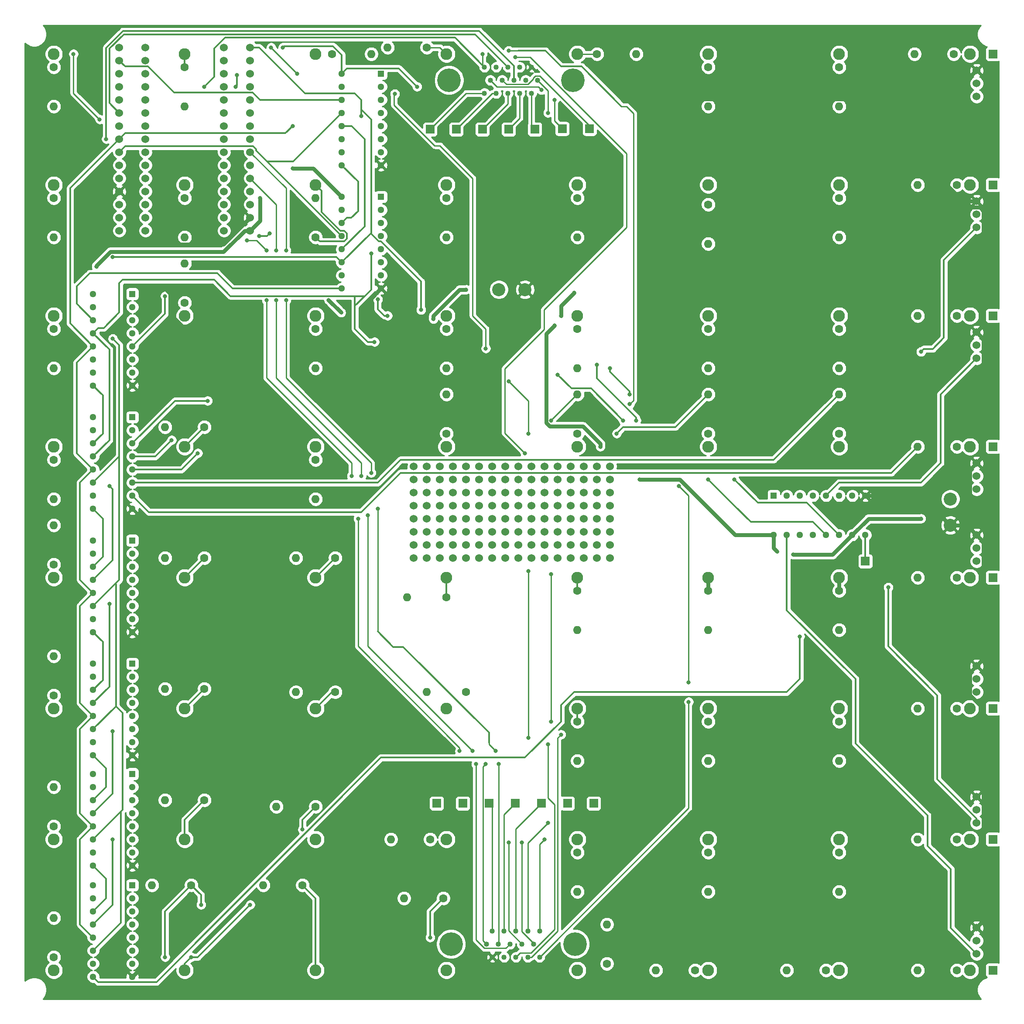
<source format=gbr>
%TF.GenerationSoftware,KiCad,Pcbnew,(5.1.6)-1*%
%TF.CreationDate,2020-12-07T00:16:01-06:00*%
%TF.ProjectId,led_cube,6c65645f-6375-4626-952e-6b696361645f,rev?*%
%TF.SameCoordinates,Original*%
%TF.FileFunction,Copper,L2,Bot*%
%TF.FilePolarity,Positive*%
%FSLAX46Y46*%
G04 Gerber Fmt 4.6, Leading zero omitted, Abs format (unit mm)*
G04 Created by KiCad (PCBNEW (5.1.6)-1) date 2020-12-07 00:16:01*
%MOMM*%
%LPD*%
G01*
G04 APERTURE LIST*
%TA.AperFunction,ComponentPad*%
%ADD10C,1.524000*%
%TD*%
%TA.AperFunction,ComponentPad*%
%ADD11C,2.286000*%
%TD*%
%TA.AperFunction,ComponentPad*%
%ADD12O,1.600000X1.600000*%
%TD*%
%TA.AperFunction,ComponentPad*%
%ADD13C,1.600000*%
%TD*%
%TA.AperFunction,ComponentPad*%
%ADD14R,1.700000X1.700000*%
%TD*%
%TA.AperFunction,ComponentPad*%
%ADD15C,2.540000*%
%TD*%
%TA.AperFunction,ComponentPad*%
%ADD16C,4.572000*%
%TD*%
%TA.AperFunction,ComponentPad*%
%ADD17C,1.016000*%
%TD*%
%TA.AperFunction,ComponentPad*%
%ADD18R,1.295400X1.295400*%
%TD*%
%TA.AperFunction,ComponentPad*%
%ADD19C,1.295400*%
%TD*%
%TA.AperFunction,ViaPad*%
%ADD20C,0.800000*%
%TD*%
%TA.AperFunction,Conductor*%
%ADD21C,0.350000*%
%TD*%
%TA.AperFunction,Conductor*%
%ADD22C,0.750000*%
%TD*%
%TA.AperFunction,Conductor*%
%ADD23C,0.250000*%
%TD*%
%TA.AperFunction,Conductor*%
%ADD24C,0.254000*%
%TD*%
G04 APERTURE END LIST*
D10*
%TO.P,fet1,3*%
%TO.N,GND*%
X240030000Y-187325000D03*
%TO.P,fet1,2*%
%TO.N,plane1*%
X240030000Y-189865000D03*
%TO.P,fet1,1*%
%TO.N,pg0*%
X240030000Y-192405000D03*
%TD*%
D11*
%TO.P,U1,0*%
%TO.N,Net-(R0-Pad1)*%
X60960000Y-17780000D03*
%TO.P,U1,1*%
%TO.N,Net-(R1-Pad1)*%
X86360000Y-17780000D03*
%TO.P,U1,2*%
%TO.N,Net-(R2-Pad1)*%
X111760000Y-17780000D03*
%TO.P,U1,3*%
%TO.N,Net-(R3-Pad1)*%
X137160000Y-17780000D03*
%TO.P,U1,4*%
%TO.N,Net-(R4-Pad1)*%
X162560000Y-17780000D03*
%TO.P,U1,5*%
%TO.N,Net-(R5-Pad1)*%
X187960000Y-17780000D03*
%TO.P,U1,6*%
%TO.N,Net-(R6-Pad1)*%
X213360000Y-17780000D03*
%TO.P,U1,7*%
%TO.N,Net-(R7-Pad1)*%
X238760000Y-17780000D03*
%TO.P,U1,8*%
%TO.N,Net-(R8-Pad1)*%
X60960000Y-43180000D03*
%TO.P,U1,9*%
%TO.N,Net-(R9-Pad1)*%
X86360000Y-43180000D03*
%TO.P,U1,10*%
%TO.N,Net-(R10-Pad1)*%
X111760000Y-43180000D03*
%TO.P,U1,11*%
%TO.N,Net-(R11-Pad1)*%
X137160000Y-43180000D03*
%TO.P,U1,12*%
%TO.N,Net-(R12-Pad1)*%
X162560000Y-43180000D03*
%TO.P,U1,13*%
%TO.N,Net-(R13-Pad1)*%
X187960000Y-43180000D03*
%TO.P,U1,14*%
%TO.N,Net-(R14-Pad1)*%
X213360000Y-43180000D03*
%TO.P,U1,15*%
%TO.N,Net-(R15-Pad1)*%
X238760000Y-43180000D03*
%TO.P,U1,16*%
%TO.N,Net-(R16-Pad1)*%
X60960000Y-68580000D03*
%TO.P,U1,17*%
%TO.N,Net-(R17-Pad1)*%
X86360000Y-68580000D03*
%TO.P,U1,18*%
%TO.N,Net-(R18-Pad1)*%
X111760000Y-68580000D03*
%TO.P,U1,19*%
%TO.N,Net-(R19-Pad1)*%
X137160000Y-68580000D03*
%TO.P,U1,20*%
%TO.N,Net-(R20-Pad1)*%
X162560000Y-68580000D03*
%TO.P,U1,21*%
%TO.N,Net-(R21-Pad1)*%
X187960000Y-68580000D03*
%TO.P,U1,22*%
%TO.N,Net-(R22-Pad1)*%
X213360000Y-68580000D03*
%TO.P,U1,23*%
%TO.N,Net-(R23-Pad1)*%
X238760000Y-68580000D03*
%TO.P,U1,24*%
%TO.N,Net-(R24-Pad1)*%
X60960000Y-93980000D03*
%TO.P,U1,25*%
%TO.N,Net-(R25-Pad1)*%
X86360000Y-93980000D03*
%TO.P,U1,26*%
%TO.N,Net-(R26-Pad1)*%
X111760000Y-93980000D03*
%TO.P,U1,27*%
%TO.N,Net-(R27-Pad1)*%
X137160000Y-93980000D03*
%TO.P,U1,28*%
%TO.N,Net-(R28-Pad1)*%
X162560000Y-93980000D03*
%TO.P,U1,29*%
%TO.N,Net-(R29-Pad1)*%
X187960000Y-93980000D03*
%TO.P,U1,30*%
%TO.N,Net-(R30-Pad1)*%
X213360000Y-93980000D03*
%TO.P,U1,31*%
%TO.N,Net-(R31-Pad1)*%
X238760000Y-93980000D03*
%TO.P,U1,32*%
%TO.N,Net-(R32-Pad1)*%
X60960000Y-119380000D03*
%TO.P,U1,33*%
%TO.N,Net-(R33-Pad1)*%
X86360000Y-119380000D03*
%TO.P,U1,34*%
%TO.N,Net-(R34-Pad1)*%
X111760000Y-119380000D03*
%TO.P,U1,35*%
%TO.N,Net-(R35-Pad1)*%
X137160000Y-119380000D03*
%TO.P,U1,36*%
%TO.N,Net-(R36-Pad1)*%
X162560000Y-119380000D03*
%TO.P,U1,37*%
%TO.N,Net-(R37-Pad1)*%
X187960000Y-119380000D03*
%TO.P,U1,38*%
%TO.N,Net-(R38-Pad1)*%
X213360000Y-119380000D03*
%TO.P,U1,39*%
%TO.N,Net-(R39-Pad1)*%
X238760000Y-119380000D03*
%TO.P,U1,40*%
%TO.N,Net-(R40-Pad1)*%
X60960000Y-144780000D03*
%TO.P,U1,41*%
%TO.N,Net-(R41-Pad1)*%
X86360000Y-144780000D03*
%TO.P,U1,42*%
%TO.N,Net-(R42-Pad1)*%
X111760000Y-144780000D03*
%TO.P,U1,43*%
%TO.N,Net-(R43-Pad1)*%
X137160000Y-144780000D03*
%TO.P,U1,44*%
%TO.N,Net-(R44-Pad1)*%
X162560000Y-144780000D03*
%TO.P,U1,45*%
%TO.N,Net-(R45-Pad1)*%
X187960000Y-144780000D03*
%TO.P,U1,46*%
%TO.N,Net-(R46-Pad1)*%
X213360000Y-144780000D03*
%TO.P,U1,47*%
%TO.N,Net-(R47-Pad1)*%
X238760000Y-144780000D03*
%TO.P,U1,48*%
%TO.N,Net-(R48-Pad1)*%
X60960000Y-170180000D03*
%TO.P,U1,49*%
%TO.N,Net-(R49-Pad1)*%
X86360000Y-170180000D03*
%TO.P,U1,50*%
%TO.N,Net-(R50-Pad1)*%
X111760000Y-170180000D03*
%TO.P,U1,51*%
%TO.N,Net-(R51-Pad1)*%
X137160000Y-170180000D03*
%TO.P,U1,52*%
%TO.N,Net-(R52-Pad1)*%
X162560000Y-170180000D03*
%TO.P,U1,53*%
%TO.N,Net-(R53-Pad1)*%
X187960000Y-170180000D03*
%TO.P,U1,54*%
%TO.N,Net-(R54-Pad1)*%
X213360000Y-170180000D03*
%TO.P,U1,55*%
%TO.N,Net-(R55-Pad1)*%
X238760000Y-170180000D03*
%TO.P,U1,56*%
%TO.N,Net-(R56-Pad1)*%
X60960000Y-195580000D03*
%TO.P,U1,57*%
%TO.N,Net-(R57-Pad1)*%
X86360000Y-195580000D03*
%TO.P,U1,58*%
%TO.N,Net-(R58-Pad1)*%
X111760000Y-195580000D03*
%TO.P,U1,59*%
%TO.N,Net-(R59-Pad1)*%
X137160000Y-195580000D03*
%TO.P,U1,60*%
%TO.N,Net-(R60-Pad1)*%
X162560000Y-195580000D03*
%TO.P,U1,61*%
%TO.N,Net-(R61-Pad1)*%
X187960000Y-195580000D03*
%TO.P,U1,62*%
%TO.N,Net-(R62-Pad1)*%
X213360000Y-195580000D03*
%TO.P,U1,63*%
%TO.N,Net-(R63-Pad1)*%
X238760000Y-195580000D03*
%TD*%
D10*
%TO.P,_8,_*%
%TO.N,Net-(_8-Pad_)*%
X148570000Y-97850000D03*
X148570000Y-100390000D03*
X148570000Y-102930000D03*
X148570000Y-105470000D03*
X146030000Y-97850000D03*
X146030000Y-100390000D03*
X146030000Y-102930000D03*
X146030000Y-105470000D03*
X143490000Y-97850000D03*
X140950000Y-97850000D03*
X143490000Y-100390000D03*
X143490000Y-102930000D03*
X143490000Y-105470000D03*
X140950000Y-100390000D03*
X140950000Y-102930000D03*
X140950000Y-105470000D03*
%TD*%
%TO.P,_7,_*%
%TO.N,Net-(_7-Pad_)*%
X138430000Y-97850000D03*
X138430000Y-100390000D03*
X138430000Y-102930000D03*
X138430000Y-105470000D03*
X135890000Y-97850000D03*
X135890000Y-100390000D03*
X135890000Y-102930000D03*
X135890000Y-105470000D03*
X133350000Y-97850000D03*
X130810000Y-97850000D03*
X133350000Y-100390000D03*
X133350000Y-102930000D03*
X133350000Y-105470000D03*
X130810000Y-100390000D03*
X130810000Y-102930000D03*
X130810000Y-105470000D03*
%TD*%
%TO.P,_6,_*%
%TO.N,Net-(_6-Pad_)*%
X148570000Y-107990000D03*
X148570000Y-110530000D03*
X148570000Y-113070000D03*
X148570000Y-115610000D03*
X146030000Y-107990000D03*
X146030000Y-110530000D03*
X146030000Y-113070000D03*
X146030000Y-115610000D03*
X143490000Y-107990000D03*
X140950000Y-107990000D03*
X143490000Y-110530000D03*
X143490000Y-113070000D03*
X143490000Y-115610000D03*
X140950000Y-110530000D03*
X140950000Y-113070000D03*
X140950000Y-115610000D03*
%TD*%
%TO.P,_5,_*%
%TO.N,Net-(_5-Pad_)*%
X138430000Y-107990000D03*
X138430000Y-110530000D03*
X138430000Y-113070000D03*
X138430000Y-115610000D03*
X135890000Y-107990000D03*
X135890000Y-110530000D03*
X135890000Y-113070000D03*
X135890000Y-115610000D03*
X133350000Y-107990000D03*
X130810000Y-107990000D03*
X133350000Y-110530000D03*
X133350000Y-113070000D03*
X133350000Y-115610000D03*
X130810000Y-110530000D03*
X130810000Y-113070000D03*
X130810000Y-115610000D03*
%TD*%
%TO.P,_4,_*%
%TO.N,Net-(_4-Pad_)*%
X168890000Y-107970000D03*
X168890000Y-110510000D03*
X168890000Y-113050000D03*
X168890000Y-115590000D03*
X166350000Y-107970000D03*
X166350000Y-110510000D03*
X166350000Y-113050000D03*
X166350000Y-115590000D03*
X163810000Y-107970000D03*
X161270000Y-107970000D03*
X163810000Y-110510000D03*
X163810000Y-113050000D03*
X163810000Y-115590000D03*
X161270000Y-110510000D03*
X161270000Y-113050000D03*
X161270000Y-115590000D03*
%TD*%
%TO.P,_3,_*%
%TO.N,Net-(_3-Pad_)*%
X158750000Y-107970000D03*
X158750000Y-110510000D03*
X158750000Y-113050000D03*
X158750000Y-115590000D03*
X156210000Y-107970000D03*
X156210000Y-110510000D03*
X156210000Y-113050000D03*
X156210000Y-115590000D03*
X153670000Y-107970000D03*
X151130000Y-107970000D03*
X153670000Y-110510000D03*
X153670000Y-113050000D03*
X153670000Y-115590000D03*
X151130000Y-110510000D03*
X151130000Y-113050000D03*
X151130000Y-115590000D03*
%TD*%
%TO.P,_2,_*%
%TO.N,Net-(_2-Pad_)*%
X168910000Y-97790000D03*
X168910000Y-100330000D03*
X168910000Y-102870000D03*
X168910000Y-105410000D03*
X166370000Y-97790000D03*
X166370000Y-100330000D03*
X166370000Y-102870000D03*
X166370000Y-105410000D03*
X163830000Y-97790000D03*
X161290000Y-97790000D03*
X163830000Y-100330000D03*
X163830000Y-102870000D03*
X163830000Y-105410000D03*
X161290000Y-100330000D03*
X161290000Y-102870000D03*
X161290000Y-105410000D03*
%TD*%
%TO.P,_1,_*%
%TO.N,Net-(_1-Pad_)*%
X158750000Y-97790000D03*
X158750000Y-100330000D03*
X158750000Y-102870000D03*
X158750000Y-105410000D03*
X156210000Y-97790000D03*
X156210000Y-100330000D03*
X156210000Y-102870000D03*
X156210000Y-105410000D03*
X153670000Y-97790000D03*
X151130000Y-97790000D03*
X153670000Y-100330000D03*
X153670000Y-102870000D03*
X153670000Y-105410000D03*
X151130000Y-100330000D03*
X151130000Y-102870000D03*
X151130000Y-105410000D03*
%TD*%
D12*
%TO.P,R63,2*%
%TO.N,led63*%
X228600000Y-195580000D03*
D13*
%TO.P,R63,1*%
%TO.N,Net-(R63-Pad1)*%
X236220000Y-195580000D03*
%TD*%
D12*
%TO.P,R62,2*%
%TO.N,led62*%
X203200000Y-195580000D03*
D13*
%TO.P,R62,1*%
%TO.N,Net-(R62-Pad1)*%
X210820000Y-195580000D03*
%TD*%
D12*
%TO.P,R61,2*%
%TO.N,led61*%
X177800000Y-195580000D03*
D13*
%TO.P,R61,1*%
%TO.N,Net-(R61-Pad1)*%
X185420000Y-195580000D03*
%TD*%
D12*
%TO.P,R60,2*%
%TO.N,led60*%
X168275000Y-186690000D03*
D13*
%TO.P,R60,1*%
%TO.N,Net-(R60-Pad1)*%
X168275000Y-194310000D03*
%TD*%
D12*
%TO.P,R59,2*%
%TO.N,led59*%
X128905000Y-181610000D03*
D13*
%TO.P,R59,1*%
%TO.N,Net-(R59-Pad1)*%
X136525000Y-181610000D03*
%TD*%
D12*
%TO.P,R58,2*%
%TO.N,led58*%
X101600000Y-179070000D03*
D13*
%TO.P,R58,1*%
%TO.N,Net-(R58-Pad1)*%
X109220000Y-179070000D03*
%TD*%
D12*
%TO.P,R57,2*%
%TO.N,led57*%
X80010000Y-179070000D03*
D13*
%TO.P,R57,1*%
%TO.N,Net-(R57-Pad1)*%
X87630000Y-179070000D03*
%TD*%
D12*
%TO.P,R56,2*%
%TO.N,led56*%
X60960000Y-185420000D03*
D13*
%TO.P,R56,1*%
%TO.N,Net-(R56-Pad1)*%
X60960000Y-193040000D03*
%TD*%
D12*
%TO.P,R55,2*%
%TO.N,led55*%
X228600000Y-170180000D03*
D13*
%TO.P,R55,1*%
%TO.N,Net-(R55-Pad1)*%
X236220000Y-170180000D03*
%TD*%
D12*
%TO.P,R54,2*%
%TO.N,led54*%
X213360000Y-180340000D03*
D13*
%TO.P,R54,1*%
%TO.N,Net-(R54-Pad1)*%
X213360000Y-172720000D03*
%TD*%
D12*
%TO.P,R53,2*%
%TO.N,led53*%
X187960000Y-180340000D03*
D13*
%TO.P,R53,1*%
%TO.N,Net-(R53-Pad1)*%
X187960000Y-172720000D03*
%TD*%
D12*
%TO.P,R52,2*%
%TO.N,led52*%
X162560000Y-180340000D03*
D13*
%TO.P,R52,1*%
%TO.N,Net-(R52-Pad1)*%
X162560000Y-172720000D03*
%TD*%
D12*
%TO.P,R51,2*%
%TO.N,led51*%
X126365000Y-170180000D03*
D13*
%TO.P,R51,1*%
%TO.N,Net-(R51-Pad1)*%
X133985000Y-170180000D03*
%TD*%
D12*
%TO.P,R50,2*%
%TO.N,led50*%
X104140000Y-163830000D03*
D13*
%TO.P,R50,1*%
%TO.N,Net-(R50-Pad1)*%
X111760000Y-163830000D03*
%TD*%
D12*
%TO.P,R49,2*%
%TO.N,led49*%
X82550000Y-162560000D03*
D13*
%TO.P,R49,1*%
%TO.N,Net-(R49-Pad1)*%
X90170000Y-162560000D03*
%TD*%
D12*
%TO.P,R48,2*%
%TO.N,led48*%
X60960000Y-160020000D03*
D13*
%TO.P,R48,1*%
%TO.N,Net-(R48-Pad1)*%
X60960000Y-167640000D03*
%TD*%
D12*
%TO.P,R47,2*%
%TO.N,led47*%
X228600000Y-144780000D03*
D13*
%TO.P,R47,1*%
%TO.N,Net-(R47-Pad1)*%
X236220000Y-144780000D03*
%TD*%
D12*
%TO.P,R46,2*%
%TO.N,led46*%
X213360000Y-154940000D03*
D13*
%TO.P,R46,1*%
%TO.N,Net-(R46-Pad1)*%
X213360000Y-147320000D03*
%TD*%
D12*
%TO.P,R45,2*%
%TO.N,led45*%
X187960000Y-154940000D03*
D13*
%TO.P,R45,1*%
%TO.N,Net-(R45-Pad1)*%
X187960000Y-147320000D03*
%TD*%
D12*
%TO.P,R44,2*%
%TO.N,led44*%
X162560000Y-154940000D03*
D13*
%TO.P,R44,1*%
%TO.N,Net-(R44-Pad1)*%
X162560000Y-147320000D03*
%TD*%
D12*
%TO.P,R43,2*%
%TO.N,led43*%
X133350000Y-141605000D03*
D13*
%TO.P,R43,1*%
%TO.N,Net-(R43-Pad1)*%
X140970000Y-141605000D03*
%TD*%
D12*
%TO.P,R42,2*%
%TO.N,led42*%
X107950000Y-141605000D03*
D13*
%TO.P,R42,1*%
%TO.N,Net-(R42-Pad1)*%
X115570000Y-141605000D03*
%TD*%
D12*
%TO.P,R41,2*%
%TO.N,led41*%
X82550000Y-140970000D03*
D13*
%TO.P,R41,1*%
%TO.N,Net-(R41-Pad1)*%
X90170000Y-140970000D03*
%TD*%
D12*
%TO.P,R40,2*%
%TO.N,led40*%
X60960000Y-134620000D03*
D13*
%TO.P,R40,1*%
%TO.N,Net-(R40-Pad1)*%
X60960000Y-142240000D03*
%TD*%
D12*
%TO.P,R39,2*%
%TO.N,led39*%
X228600000Y-119380000D03*
D13*
%TO.P,R39,1*%
%TO.N,Net-(R39-Pad1)*%
X236220000Y-119380000D03*
%TD*%
D12*
%TO.P,R38,2*%
%TO.N,led38*%
X213360000Y-129540000D03*
D13*
%TO.P,R38,1*%
%TO.N,Net-(R38-Pad1)*%
X213360000Y-121920000D03*
%TD*%
D12*
%TO.P,R37,2*%
%TO.N,led37*%
X187960000Y-129540000D03*
D13*
%TO.P,R37,1*%
%TO.N,Net-(R37-Pad1)*%
X187960000Y-121920000D03*
%TD*%
D12*
%TO.P,R36,2*%
%TO.N,led36*%
X162560000Y-129540000D03*
D13*
%TO.P,R36,1*%
%TO.N,Net-(R36-Pad1)*%
X162560000Y-121920000D03*
%TD*%
D12*
%TO.P,R35,2*%
%TO.N,led35*%
X129540000Y-123190000D03*
D13*
%TO.P,R35,1*%
%TO.N,Net-(R35-Pad1)*%
X137160000Y-123190000D03*
%TD*%
D12*
%TO.P,R34,2*%
%TO.N,led34*%
X107950000Y-115570000D03*
D13*
%TO.P,R34,1*%
%TO.N,Net-(R34-Pad1)*%
X115570000Y-115570000D03*
%TD*%
D12*
%TO.P,R33,2*%
%TO.N,led33*%
X82550000Y-115570000D03*
D13*
%TO.P,R33,1*%
%TO.N,Net-(R33-Pad1)*%
X90170000Y-115570000D03*
%TD*%
D12*
%TO.P,R32,2*%
%TO.N,led32*%
X60960000Y-109220000D03*
D13*
%TO.P,R32,1*%
%TO.N,Net-(R32-Pad1)*%
X60960000Y-116840000D03*
%TD*%
D12*
%TO.P,R31,2*%
%TO.N,led31*%
X228600000Y-93980000D03*
D13*
%TO.P,R31,1*%
%TO.N,Net-(R31-Pad1)*%
X236220000Y-93980000D03*
%TD*%
D12*
%TO.P,R30,2*%
%TO.N,led30*%
X213360000Y-83820000D03*
D13*
%TO.P,R30,1*%
%TO.N,Net-(R30-Pad1)*%
X213360000Y-91440000D03*
%TD*%
D12*
%TO.P,R29,2*%
%TO.N,led29*%
X187960000Y-83820000D03*
D13*
%TO.P,R29,1*%
%TO.N,Net-(R29-Pad1)*%
X187960000Y-91440000D03*
%TD*%
D12*
%TO.P,R28,2*%
%TO.N,led28*%
X162560000Y-83820000D03*
D13*
%TO.P,R28,1*%
%TO.N,Net-(R28-Pad1)*%
X162560000Y-91440000D03*
%TD*%
D12*
%TO.P,R27,2*%
%TO.N,led27*%
X137160000Y-83820000D03*
D13*
%TO.P,R27,1*%
%TO.N,Net-(R27-Pad1)*%
X137160000Y-91440000D03*
%TD*%
D12*
%TO.P,R26,2*%
%TO.N,led26*%
X111760000Y-104140000D03*
D13*
%TO.P,R26,1*%
%TO.N,Net-(R26-Pad1)*%
X111760000Y-96520000D03*
%TD*%
D12*
%TO.P,R25,2*%
%TO.N,led25*%
X82550000Y-90170000D03*
D13*
%TO.P,R25,1*%
%TO.N,Net-(R25-Pad1)*%
X90170000Y-90170000D03*
%TD*%
D12*
%TO.P,R24,2*%
%TO.N,led24*%
X60960000Y-104140000D03*
D13*
%TO.P,R24,1*%
%TO.N,Net-(R24-Pad1)*%
X60960000Y-96520000D03*
%TD*%
D12*
%TO.P,R23,2*%
%TO.N,led23*%
X228600000Y-68580000D03*
D13*
%TO.P,R23,1*%
%TO.N,Net-(R23-Pad1)*%
X236220000Y-68580000D03*
%TD*%
D12*
%TO.P,R22,2*%
%TO.N,led22*%
X213360000Y-78740000D03*
D13*
%TO.P,R22,1*%
%TO.N,Net-(R22-Pad1)*%
X213360000Y-71120000D03*
%TD*%
D12*
%TO.P,R21,2*%
%TO.N,led21*%
X187960000Y-78740000D03*
D13*
%TO.P,R21,1*%
%TO.N,Net-(R21-Pad1)*%
X187960000Y-71120000D03*
%TD*%
D12*
%TO.P,R20,2*%
%TO.N,led20*%
X162560000Y-78740000D03*
D13*
%TO.P,R20,1*%
%TO.N,Net-(R20-Pad1)*%
X162560000Y-71120000D03*
%TD*%
D12*
%TO.P,R19,2*%
%TO.N,led19*%
X137160000Y-78740000D03*
D13*
%TO.P,R19,1*%
%TO.N,Net-(R19-Pad1)*%
X137160000Y-71120000D03*
%TD*%
D12*
%TO.P,R18,2*%
%TO.N,led18*%
X111760000Y-78740000D03*
D13*
%TO.P,R18,1*%
%TO.N,Net-(R18-Pad1)*%
X111760000Y-71120000D03*
%TD*%
D12*
%TO.P,R17,2*%
%TO.N,led17*%
X86360000Y-58420000D03*
D13*
%TO.P,R17,1*%
%TO.N,Net-(R17-Pad1)*%
X86360000Y-66040000D03*
%TD*%
D12*
%TO.P,R16,2*%
%TO.N,led16*%
X60960000Y-78740000D03*
D13*
%TO.P,R16,1*%
%TO.N,Net-(R16-Pad1)*%
X60960000Y-71120000D03*
%TD*%
D12*
%TO.P,R15,2*%
%TO.N,led15*%
X228600000Y-43180000D03*
D13*
%TO.P,R15,1*%
%TO.N,Net-(R15-Pad1)*%
X236220000Y-43180000D03*
%TD*%
D12*
%TO.P,R14,2*%
%TO.N,led14*%
X213360000Y-53340000D03*
D13*
%TO.P,R14,1*%
%TO.N,Net-(R14-Pad1)*%
X213360000Y-45720000D03*
%TD*%
D12*
%TO.P,R13,2*%
%TO.N,led13*%
X187960000Y-54610000D03*
D13*
%TO.P,R13,1*%
%TO.N,Net-(R13-Pad1)*%
X187960000Y-46990000D03*
%TD*%
D12*
%TO.P,R12,2*%
%TO.N,led12*%
X162560000Y-53340000D03*
D13*
%TO.P,R12,1*%
%TO.N,Net-(R12-Pad1)*%
X162560000Y-45720000D03*
%TD*%
D12*
%TO.P,R11,2*%
%TO.N,led11*%
X137160000Y-53340000D03*
D13*
%TO.P,R11,1*%
%TO.N,Net-(R11-Pad1)*%
X137160000Y-45720000D03*
%TD*%
D12*
%TO.P,R10,2*%
%TO.N,led10*%
X111760000Y-45720000D03*
D13*
%TO.P,R10,1*%
%TO.N,Net-(R10-Pad1)*%
X111760000Y-53340000D03*
%TD*%
D12*
%TO.P,R9,2*%
%TO.N,led9*%
X86360000Y-53340000D03*
D13*
%TO.P,R9,1*%
%TO.N,Net-(R9-Pad1)*%
X86360000Y-45720000D03*
%TD*%
D12*
%TO.P,R8,2*%
%TO.N,led8*%
X60960000Y-53340000D03*
D13*
%TO.P,R8,1*%
%TO.N,Net-(R8-Pad1)*%
X60960000Y-45720000D03*
%TD*%
D12*
%TO.P,R7,2*%
%TO.N,led7*%
X227965000Y-17780000D03*
D13*
%TO.P,R7,1*%
%TO.N,Net-(R7-Pad1)*%
X235585000Y-17780000D03*
%TD*%
D12*
%TO.P,R6,2*%
%TO.N,led6*%
X213360000Y-27940000D03*
D13*
%TO.P,R6,1*%
%TO.N,Net-(R6-Pad1)*%
X213360000Y-20320000D03*
%TD*%
D12*
%TO.P,R5,2*%
%TO.N,led5*%
X187960000Y-27940000D03*
D13*
%TO.P,R5,1*%
%TO.N,Net-(R5-Pad1)*%
X187960000Y-20320000D03*
%TD*%
D12*
%TO.P,R4,2*%
%TO.N,led4*%
X173990000Y-17780000D03*
D13*
%TO.P,R4,1*%
%TO.N,Net-(R4-Pad1)*%
X166370000Y-17780000D03*
%TD*%
D12*
%TO.P,R3,2*%
%TO.N,led3*%
X125730000Y-16510000D03*
D13*
%TO.P,R3,1*%
%TO.N,Net-(R3-Pad1)*%
X133350000Y-16510000D03*
%TD*%
D12*
%TO.P,R2,2*%
%TO.N,led2*%
X122555000Y-17780000D03*
D13*
%TO.P,R2,1*%
%TO.N,Net-(R2-Pad1)*%
X114935000Y-17780000D03*
%TD*%
D12*
%TO.P,R1,2*%
%TO.N,led1*%
X86360000Y-27940000D03*
D13*
%TO.P,R1,1*%
%TO.N,Net-(R1-Pad1)*%
X86360000Y-20320000D03*
%TD*%
D10*
%TO.P,fet8,3*%
%TO.N,GND*%
X240030000Y-20955000D03*
%TO.P,fet8,2*%
%TO.N,plane8*%
X240030000Y-23495000D03*
%TO.P,fet8,1*%
%TO.N,pg7*%
X240030000Y-26035000D03*
%TD*%
%TO.P,fet7,3*%
%TO.N,GND*%
X240030000Y-46355000D03*
%TO.P,fet7,2*%
%TO.N,plane7*%
X240030000Y-48895000D03*
%TO.P,fet7,1*%
%TO.N,pg6*%
X240030000Y-51435000D03*
%TD*%
%TO.P,fet6,3*%
%TO.N,GND*%
X240030000Y-71755000D03*
%TO.P,fet6,2*%
%TO.N,plane6*%
X240030000Y-74295000D03*
%TO.P,fet6,1*%
%TO.N,pg5*%
X240030000Y-76835000D03*
%TD*%
%TO.P,fet5,3*%
%TO.N,GND*%
X240030000Y-97155000D03*
%TO.P,fet5,2*%
%TO.N,plane5*%
X240030000Y-99695000D03*
%TO.P,fet5,1*%
%TO.N,pg4*%
X240030000Y-102235000D03*
%TD*%
%TO.P,fet4,3*%
%TO.N,GND*%
X240030000Y-111125000D03*
%TO.P,fet4,2*%
%TO.N,plane4*%
X240030000Y-113665000D03*
%TO.P,fet4,1*%
%TO.N,pg3*%
X240030000Y-116205000D03*
%TD*%
%TO.P,fet3,3*%
%TO.N,GND*%
X240030000Y-136525000D03*
%TO.P,fet3,2*%
%TO.N,plane3*%
X240030000Y-139065000D03*
%TO.P,fet3,1*%
%TO.N,pg2*%
X240030000Y-141605000D03*
%TD*%
%TO.P,fet2,3*%
%TO.N,GND*%
X240030000Y-161925000D03*
%TO.P,fet2,2*%
%TO.N,plane2*%
X240030000Y-164465000D03*
%TO.P,fet2,1*%
%TO.N,pg1*%
X240030000Y-167005000D03*
%TD*%
D14*
%TO.P,QH'_EX1,1*%
%TO.N,Net-(QH'_EX1-Pad1)*%
X218440000Y-116205000D03*
%TD*%
D15*
%TO.P,power_extern1,2*%
%TO.N,+5V*%
X234950000Y-104140000D03*
%TO.P,power_extern1,1*%
%TO.N,GND*%
X234950000Y-109220000D03*
%TD*%
D14*
%TO.P,plane8,1*%
%TO.N,plane8*%
X243205000Y-17780000D03*
%TD*%
%TO.P,plane7,1*%
%TO.N,plane7*%
X243205000Y-43180000D03*
%TD*%
%TO.P,plane6,1*%
%TO.N,plane6*%
X243205000Y-68580000D03*
%TD*%
%TO.P,plane5,1*%
%TO.N,plane5*%
X243205000Y-93980000D03*
%TD*%
%TO.P,plane4,1*%
%TO.N,plane4*%
X243205000Y-119380000D03*
%TD*%
%TO.P,plane3,1*%
%TO.N,plane3*%
X243205000Y-144780000D03*
%TD*%
%TO.P,plane2,1*%
%TO.N,plane2*%
X243205000Y-170180000D03*
%TD*%
%TO.P,plane1,1*%
%TO.N,plane1*%
X243205000Y-195580000D03*
%TD*%
D16*
%TO.P,Controller2, *%
%TO.N,N/C*%
X161685000Y-22860000D03*
X137640000Y-22860000D03*
D17*
%TO.P,Controller2,15*%
%TO.N,Net-(C2EX7-Pad1)*%
X144510000Y-25400000D03*
%TO.P,Controller2,14*%
%TO.N,Net-(C2EX6-Pad1)*%
X146800000Y-25400000D03*
%TO.P,Controller2,13*%
%TO.N,Net-(C2EX5-Pad1)*%
X149090000Y-25400000D03*
%TO.P,Controller2,12*%
%TO.N,Net-(C2EX4-Pad1)*%
X151380000Y-25400000D03*
%TO.P,Controller2,11*%
%TO.N,Net-(C2EX3-Pad1)*%
X153670000Y-25400000D03*
%TO.P,Controller2,10*%
%TO.N,Net-(C2EX2-Pad1)*%
X145655000Y-22860000D03*
%TO.P,Controller2,9*%
%TO.N,Net-(C2EX1-Pad1)*%
X147945000Y-22860000D03*
%TO.P,Controller2,8*%
%TO.N,BUTTON_WATCH2*%
X150235000Y-22860000D03*
%TO.P,Controller2,7*%
%TO.N,JOY_V2*%
X152525000Y-22860000D03*
%TO.P,Controller2,6*%
%TO.N,JOY_H2*%
X154815000Y-22860000D03*
%TO.P,Controller2,5*%
%TO.N,BUTTON_LATCH*%
X144510000Y-20320000D03*
%TO.P,Controller2,4*%
%TO.N,BUTTON_DATA*%
X146800000Y-20320000D03*
%TO.P,Controller2,3*%
%TO.N,BUTTON_CLOCK*%
X149090000Y-20320000D03*
%TO.P,Controller2,2*%
%TO.N,+5V*%
X151380000Y-20320000D03*
%TO.P,Controller2,1*%
%TO.N,GND*%
X153670000Y-20320000D03*
%TD*%
D16*
%TO.P,Controller1, *%
%TO.N,N/C*%
X138035000Y-190500000D03*
X162080000Y-190500000D03*
D17*
%TO.P,Controller1,15*%
%TO.N,Net-(C1EX7-Pad1)*%
X155210000Y-187960000D03*
%TO.P,Controller1,14*%
%TO.N,Net-(C1EX6-Pad1)*%
X152920000Y-187960000D03*
%TO.P,Controller1,13*%
%TO.N,Net-(C1EX5-Pad1)*%
X150630000Y-187960000D03*
%TO.P,Controller1,12*%
%TO.N,Net-(C1EX4-Pad1)*%
X148340000Y-187960000D03*
%TO.P,Controller1,11*%
%TO.N,Net-(C1EX3-Pad1)*%
X146050000Y-187960000D03*
%TO.P,Controller1,10*%
%TO.N,Net-(C1EX2-Pad1)*%
X154065000Y-190500000D03*
%TO.P,Controller1,9*%
%TO.N,Net-(C1EX1-Pad1)*%
X151775000Y-190500000D03*
%TO.P,Controller1,8*%
%TO.N,BUTTON_WATCH1*%
X149485000Y-190500000D03*
%TO.P,Controller1,7*%
%TO.N,JOY_V1*%
X147195000Y-190500000D03*
%TO.P,Controller1,6*%
%TO.N,JOY_H1*%
X144905000Y-190500000D03*
%TO.P,Controller1,5*%
%TO.N,BUTTON_LATCH*%
X155210000Y-193040000D03*
%TO.P,Controller1,4*%
%TO.N,BUTTON_DATA*%
X152920000Y-193040000D03*
%TO.P,Controller1,3*%
%TO.N,BUTTON_CLOCK*%
X150630000Y-193040000D03*
%TO.P,Controller1,2*%
%TO.N,+5V*%
X148340000Y-193040000D03*
%TO.P,Controller1,1*%
%TO.N,GND*%
X146050000Y-193040000D03*
%TD*%
D14*
%TO.P,C2EX7,1*%
%TO.N,Net-(C2EX7-Pad1)*%
X133985000Y-32385000D03*
%TD*%
%TO.P,C2EX6,1*%
%TO.N,Net-(C2EX6-Pad1)*%
X139065000Y-32385000D03*
%TD*%
%TO.P,C2EX5,1*%
%TO.N,Net-(C2EX5-Pad1)*%
X144145000Y-32385000D03*
%TD*%
%TO.P,C2EX4,1*%
%TO.N,Net-(C2EX4-Pad1)*%
X149225000Y-32385000D03*
%TD*%
%TO.P,C2EX3,1*%
%TO.N,Net-(C2EX3-Pad1)*%
X154305000Y-32385000D03*
%TD*%
%TO.P,C2EX2,1*%
%TO.N,Net-(C2EX2-Pad1)*%
X159620000Y-32285000D03*
%TD*%
%TO.P,C2EX1,1*%
%TO.N,Net-(C2EX1-Pad1)*%
X164905000Y-32285000D03*
%TD*%
%TO.P,C1EX7,1*%
%TO.N,Net-(C1EX7-Pad1)*%
X165735000Y-163195000D03*
%TD*%
%TO.P,C1EX6,1*%
%TO.N,Net-(C1EX6-Pad1)*%
X160655000Y-163195000D03*
%TD*%
%TO.P,C1EX5,1*%
%TO.N,Net-(C1EX5-Pad1)*%
X155575000Y-163195000D03*
%TD*%
%TO.P,C1EX4,1*%
%TO.N,Net-(C1EX4-Pad1)*%
X150495000Y-163195000D03*
%TD*%
%TO.P,C1EX3,1*%
%TO.N,Net-(C1EX3-Pad1)*%
X145415000Y-163195000D03*
%TD*%
%TO.P,C1EX2,1*%
%TO.N,Net-(C1EX2-Pad1)*%
X140335000Y-163195000D03*
%TD*%
%TO.P,C1EX1,1*%
%TO.N,Net-(C1EX1-Pad1)*%
X135255000Y-163195000D03*
%TD*%
D10*
%TO.P,A2,30*%
%TO.N,N/C*%
X93980000Y-52070000D03*
%TO.P,A2,29*%
X93980000Y-49530000D03*
%TO.P,A2,28*%
X93980000Y-46990000D03*
%TO.P,A2,27*%
X93980000Y-44450000D03*
%TO.P,A2,26*%
X93980000Y-41910000D03*
%TO.P,A2,25*%
X93980000Y-39370000D03*
%TO.P,A2,24*%
X93980000Y-36830000D03*
%TO.P,A2,23*%
X93980000Y-34290000D03*
%TO.P,A2,22*%
X93980000Y-31750000D03*
%TO.P,A2,21*%
X93980000Y-29210000D03*
%TO.P,A2,20*%
X93980000Y-26670000D03*
%TO.P,A2,19*%
X93980000Y-24130000D03*
%TO.P,A2,18*%
X93980000Y-21590000D03*
%TO.P,A2,17*%
X93980000Y-19050000D03*
%TO.P,A2,16*%
X93980000Y-16510000D03*
%TO.P,A2,15*%
X78740000Y-16510000D03*
%TO.P,A2,14*%
X78740000Y-19050000D03*
%TO.P,A2,13*%
X78740000Y-21590000D03*
%TO.P,A2,12*%
X78740000Y-24130000D03*
%TO.P,A2,11*%
X78740000Y-26670000D03*
%TO.P,A2,10*%
X78740000Y-29210000D03*
%TO.P,A2,9*%
X78740000Y-31750000D03*
%TO.P,A2,8*%
X78740000Y-34290000D03*
%TO.P,A2,7*%
X78740000Y-36830000D03*
%TO.P,A2,6*%
X78740000Y-39370000D03*
%TO.P,A2,5*%
X78740000Y-41910000D03*
%TO.P,A2,4*%
X78740000Y-44450000D03*
%TO.P,A2,3*%
X78740000Y-46990000D03*
%TO.P,A2,2*%
X78740000Y-49530000D03*
%TO.P,A2,1*%
X78740000Y-52070000D03*
%TD*%
%TO.P,A1,30*%
%TO.N,+5V*%
X99060000Y-52070000D03*
%TO.P,A1,29*%
%TO.N,GND*%
X99060000Y-49530000D03*
%TO.P,A1,28*%
%TO.N,N/C*%
X99060000Y-46990000D03*
%TO.P,A1,27*%
X99060000Y-44450000D03*
%TO.P,A1,26*%
%TO.N,JOY_H1*%
X99060000Y-41910000D03*
%TO.P,A1,25*%
%TO.N,JOY_H2*%
X99060000Y-39370000D03*
%TO.P,A1,24*%
%TO.N,JOY_V1*%
X99060000Y-36830000D03*
%TO.P,A1,23*%
%TO.N,JOY_V2*%
X99060000Y-34290000D03*
%TO.P,A1,22*%
%TO.N,N/C*%
X99060000Y-31750000D03*
%TO.P,A1,21*%
X99060000Y-29210000D03*
%TO.P,A1,20*%
X99060000Y-26670000D03*
%TO.P,A1,19*%
X99060000Y-24130000D03*
%TO.P,A1,18*%
X99060000Y-21590000D03*
%TO.P,A1,17*%
X99060000Y-19050000D03*
%TO.P,A1,16*%
%TO.N,srclk*%
X99060000Y-16510000D03*
%TO.P,A1,15*%
%TO.N,N/C*%
X73660000Y-16510000D03*
%TO.P,A1,14*%
%TO.N,data*%
X73660000Y-19050000D03*
%TO.P,A1,13*%
%TO.N,N/C*%
X73660000Y-21590000D03*
%TO.P,A1,12*%
%TO.N,BUTTON_DATA*%
X73660000Y-24130000D03*
%TO.P,A1,11*%
%TO.N,BUTTON_LATCH*%
X73660000Y-26670000D03*
%TO.P,A1,10*%
%TO.N,BUTTON_CLOCK*%
X73660000Y-29210000D03*
%TO.P,A1,9*%
%TO.N,BUTTON_WATCH1*%
X73660000Y-31750000D03*
%TO.P,A1,8*%
%TO.N,rclk*%
X73660000Y-34290000D03*
%TO.P,A1,7*%
%TO.N,output_enable*%
X73660000Y-36830000D03*
%TO.P,A1,6*%
%TO.N,BUTTON_WATCH2*%
X73660000Y-39370000D03*
%TO.P,A1,5*%
%TO.N,N/C*%
X73660000Y-41910000D03*
%TO.P,A1,4*%
%TO.N,GND*%
X73660000Y-44450000D03*
%TO.P,A1,3*%
%TO.N,N/C*%
X73660000Y-46990000D03*
%TO.P,A1,2*%
X73660000Y-49530000D03*
%TO.P,A1,1*%
X73660000Y-52070000D03*
%TD*%
D15*
%TO.P,power1,2*%
%TO.N,+5V*%
X147320000Y-63500000D03*
%TO.P,power1,1*%
%TO.N,GND*%
X152400000Y-63500000D03*
%TD*%
D12*
%TO.P,R0,2*%
%TO.N,led0*%
X60960000Y-27940000D03*
D13*
%TO.P,R0,1*%
%TO.N,Net-(R0-Pad1)*%
X60960000Y-20320000D03*
%TD*%
D18*
%TO.P,SHIFT0,1*%
%TO.N,led1*%
X124460000Y-21590000D03*
D19*
%TO.P,SHIFT0,2*%
%TO.N,led2*%
X124460000Y-24130000D03*
%TO.P,SHIFT0,3*%
%TO.N,led3*%
X124460000Y-26670000D03*
%TO.P,SHIFT0,4*%
%TO.N,led4*%
X124460000Y-29210000D03*
%TO.P,SHIFT0,5*%
%TO.N,led5*%
X124460000Y-31750000D03*
%TO.P,SHIFT0,6*%
%TO.N,led6*%
X124460000Y-34290000D03*
%TO.P,SHIFT0,7*%
%TO.N,led7*%
X124460000Y-36830000D03*
%TO.P,SHIFT0,8*%
%TO.N,GND*%
X124460000Y-39370000D03*
%TO.P,SHIFT0,9*%
%TO.N,Net-(SHIFT0-Pad9)*%
X116840000Y-39370000D03*
%TO.P,SHIFT0,10*%
%TO.N,+5V*%
X116840000Y-36830000D03*
%TO.P,SHIFT0,11*%
%TO.N,srclk*%
X116840000Y-34290000D03*
%TO.P,SHIFT0,12*%
%TO.N,rclk*%
X116840000Y-31750000D03*
%TO.P,SHIFT0,13*%
%TO.N,output_enable*%
X116840000Y-29210000D03*
%TO.P,SHIFT0,14*%
%TO.N,data*%
X116840000Y-26670000D03*
%TO.P,SHIFT0,15*%
%TO.N,led0*%
X116840000Y-24130000D03*
%TO.P,SHIFT0,16*%
%TO.N,+5V*%
X116840000Y-21590000D03*
%TD*%
D18*
%TO.P,SHIFT1,1*%
%TO.N,led9*%
X124460000Y-45508333D03*
D19*
%TO.P,SHIFT1,2*%
%TO.N,led10*%
X124460000Y-48048333D03*
%TO.P,SHIFT1,3*%
%TO.N,led11*%
X124460000Y-50588333D03*
%TO.P,SHIFT1,4*%
%TO.N,led12*%
X124460000Y-53128333D03*
%TO.P,SHIFT1,5*%
%TO.N,led13*%
X124460000Y-55668333D03*
%TO.P,SHIFT1,6*%
%TO.N,led14*%
X124460000Y-58208333D03*
%TO.P,SHIFT1,7*%
%TO.N,led15*%
X124460000Y-60748333D03*
%TO.P,SHIFT1,8*%
%TO.N,GND*%
X124460000Y-63288333D03*
%TO.P,SHIFT1,9*%
%TO.N,Net-(SHIFT1-Pad9)*%
X116840000Y-63288333D03*
%TO.P,SHIFT1,10*%
%TO.N,+5V*%
X116840000Y-60748333D03*
%TO.P,SHIFT1,11*%
%TO.N,srclk*%
X116840000Y-58208333D03*
%TO.P,SHIFT1,12*%
%TO.N,rclk*%
X116840000Y-55668333D03*
%TO.P,SHIFT1,13*%
%TO.N,output_enable*%
X116840000Y-53128333D03*
%TO.P,SHIFT1,14*%
%TO.N,Net-(SHIFT0-Pad9)*%
X116840000Y-50588333D03*
%TO.P,SHIFT1,15*%
%TO.N,led8*%
X116840000Y-48048333D03*
%TO.P,SHIFT1,16*%
%TO.N,+5V*%
X116840000Y-45508333D03*
%TD*%
%TO.P,SHIFT2,16*%
%TO.N,+5V*%
X68580000Y-64346666D03*
%TO.P,SHIFT2,15*%
%TO.N,led16*%
X68580000Y-66886666D03*
%TO.P,SHIFT2,14*%
%TO.N,Net-(SHIFT1-Pad9)*%
X68580000Y-69426666D03*
%TO.P,SHIFT2,13*%
%TO.N,output_enable*%
X68580000Y-71966666D03*
%TO.P,SHIFT2,12*%
%TO.N,rclk*%
X68580000Y-74506666D03*
%TO.P,SHIFT2,11*%
%TO.N,srclk*%
X68580000Y-77046666D03*
%TO.P,SHIFT2,10*%
%TO.N,+5V*%
X68580000Y-79586666D03*
%TO.P,SHIFT2,9*%
%TO.N,Net-(SHIFT2-Pad9)*%
X68580000Y-82126666D03*
%TO.P,SHIFT2,8*%
%TO.N,GND*%
X76200000Y-82126666D03*
%TO.P,SHIFT2,7*%
%TO.N,led23*%
X76200000Y-79586666D03*
%TO.P,SHIFT2,6*%
%TO.N,led22*%
X76200000Y-77046666D03*
%TO.P,SHIFT2,5*%
%TO.N,led21*%
X76200000Y-74506666D03*
%TO.P,SHIFT2,4*%
%TO.N,led20*%
X76200000Y-71966666D03*
%TO.P,SHIFT2,3*%
%TO.N,led19*%
X76200000Y-69426666D03*
%TO.P,SHIFT2,2*%
%TO.N,led18*%
X76200000Y-66886666D03*
D18*
%TO.P,SHIFT2,1*%
%TO.N,led17*%
X76200000Y-64346666D03*
%TD*%
D19*
%TO.P,SHIFT3,16*%
%TO.N,+5V*%
X68580000Y-88264999D03*
%TO.P,SHIFT3,15*%
%TO.N,led24*%
X68580000Y-90804999D03*
%TO.P,SHIFT3,14*%
%TO.N,Net-(SHIFT2-Pad9)*%
X68580000Y-93344999D03*
%TO.P,SHIFT3,13*%
%TO.N,output_enable*%
X68580000Y-95884999D03*
%TO.P,SHIFT3,12*%
%TO.N,rclk*%
X68580000Y-98424999D03*
%TO.P,SHIFT3,11*%
%TO.N,srclk*%
X68580000Y-100964999D03*
%TO.P,SHIFT3,10*%
%TO.N,+5V*%
X68580000Y-103504999D03*
%TO.P,SHIFT3,9*%
%TO.N,Net-(SHIFT3-Pad9)*%
X68580000Y-106044999D03*
%TO.P,SHIFT3,8*%
%TO.N,GND*%
X76200000Y-106044999D03*
%TO.P,SHIFT3,7*%
%TO.N,led31*%
X76200000Y-103504999D03*
%TO.P,SHIFT3,6*%
%TO.N,led30*%
X76200000Y-100964999D03*
%TO.P,SHIFT3,5*%
%TO.N,led29*%
X76200000Y-98424999D03*
%TO.P,SHIFT3,4*%
%TO.N,led28*%
X76200000Y-95884999D03*
%TO.P,SHIFT3,3*%
%TO.N,led27*%
X76200000Y-93344999D03*
%TO.P,SHIFT3,2*%
%TO.N,led26*%
X76200000Y-90804999D03*
D18*
%TO.P,SHIFT3,1*%
%TO.N,led25*%
X76200000Y-88264999D03*
%TD*%
%TO.P,SHIFT4,1*%
%TO.N,led33*%
X76200000Y-112183332D03*
D19*
%TO.P,SHIFT4,2*%
%TO.N,led34*%
X76200000Y-114723332D03*
%TO.P,SHIFT4,3*%
%TO.N,led35*%
X76200000Y-117263332D03*
%TO.P,SHIFT4,4*%
%TO.N,led36*%
X76200000Y-119803332D03*
%TO.P,SHIFT4,5*%
%TO.N,led37*%
X76200000Y-122343332D03*
%TO.P,SHIFT4,6*%
%TO.N,led38*%
X76200000Y-124883332D03*
%TO.P,SHIFT4,7*%
%TO.N,led39*%
X76200000Y-127423332D03*
%TO.P,SHIFT4,8*%
%TO.N,GND*%
X76200000Y-129963332D03*
%TO.P,SHIFT4,9*%
%TO.N,Net-(SHIFT4-Pad9)*%
X68580000Y-129963332D03*
%TO.P,SHIFT4,10*%
%TO.N,+5V*%
X68580000Y-127423332D03*
%TO.P,SHIFT4,11*%
%TO.N,srclk*%
X68580000Y-124883332D03*
%TO.P,SHIFT4,12*%
%TO.N,rclk*%
X68580000Y-122343332D03*
%TO.P,SHIFT4,13*%
%TO.N,output_enable*%
X68580000Y-119803332D03*
%TO.P,SHIFT4,14*%
%TO.N,Net-(SHIFT3-Pad9)*%
X68580000Y-117263332D03*
%TO.P,SHIFT4,15*%
%TO.N,led32*%
X68580000Y-114723332D03*
%TO.P,SHIFT4,16*%
%TO.N,+5V*%
X68580000Y-112183332D03*
%TD*%
D18*
%TO.P,SHIFT5,1*%
%TO.N,led41*%
X76200000Y-136101665D03*
D19*
%TO.P,SHIFT5,2*%
%TO.N,led42*%
X76200000Y-138641665D03*
%TO.P,SHIFT5,3*%
%TO.N,led43*%
X76200000Y-141181665D03*
%TO.P,SHIFT5,4*%
%TO.N,led44*%
X76200000Y-143721665D03*
%TO.P,SHIFT5,5*%
%TO.N,led45*%
X76200000Y-146261665D03*
%TO.P,SHIFT5,6*%
%TO.N,led46*%
X76200000Y-148801665D03*
%TO.P,SHIFT5,7*%
%TO.N,led47*%
X76200000Y-151341665D03*
%TO.P,SHIFT5,8*%
%TO.N,GND*%
X76200000Y-153881665D03*
%TO.P,SHIFT5,9*%
%TO.N,Net-(SHIFT5-Pad9)*%
X68580000Y-153881665D03*
%TO.P,SHIFT5,10*%
%TO.N,+5V*%
X68580000Y-151341665D03*
%TO.P,SHIFT5,11*%
%TO.N,srclk*%
X68580000Y-148801665D03*
%TO.P,SHIFT5,12*%
%TO.N,rclk*%
X68580000Y-146261665D03*
%TO.P,SHIFT5,13*%
%TO.N,output_enable*%
X68580000Y-143721665D03*
%TO.P,SHIFT5,14*%
%TO.N,Net-(SHIFT4-Pad9)*%
X68580000Y-141181665D03*
%TO.P,SHIFT5,15*%
%TO.N,led40*%
X68580000Y-138641665D03*
%TO.P,SHIFT5,16*%
%TO.N,+5V*%
X68580000Y-136101665D03*
%TD*%
%TO.P,SHIFT6,16*%
%TO.N,+5V*%
X68580000Y-157480000D03*
%TO.P,SHIFT6,15*%
%TO.N,led48*%
X68580000Y-160020000D03*
%TO.P,SHIFT6,14*%
%TO.N,Net-(SHIFT5-Pad9)*%
X68580000Y-162560000D03*
%TO.P,SHIFT6,13*%
%TO.N,output_enable*%
X68580000Y-165100000D03*
%TO.P,SHIFT6,12*%
%TO.N,rclk*%
X68580000Y-167640000D03*
%TO.P,SHIFT6,11*%
%TO.N,srclk*%
X68580000Y-170180000D03*
%TO.P,SHIFT6,10*%
%TO.N,+5V*%
X68580000Y-172720000D03*
%TO.P,SHIFT6,9*%
%TO.N,Net-(SHIFT6-Pad9)*%
X68580000Y-175260000D03*
%TO.P,SHIFT6,8*%
%TO.N,GND*%
X76200000Y-175260000D03*
%TO.P,SHIFT6,7*%
%TO.N,led55*%
X76200000Y-172720000D03*
%TO.P,SHIFT6,6*%
%TO.N,led54*%
X76200000Y-170180000D03*
%TO.P,SHIFT6,5*%
%TO.N,led53*%
X76200000Y-167640000D03*
%TO.P,SHIFT6,4*%
%TO.N,led52*%
X76200000Y-165100000D03*
%TO.P,SHIFT6,3*%
%TO.N,led51*%
X76200000Y-162560000D03*
%TO.P,SHIFT6,2*%
%TO.N,led50*%
X76200000Y-160020000D03*
D18*
%TO.P,SHIFT6,1*%
%TO.N,led49*%
X76200000Y-157480000D03*
%TD*%
%TO.P,SHIFT7,1*%
%TO.N,led57*%
X76200000Y-179070000D03*
D19*
%TO.P,SHIFT7,2*%
%TO.N,led58*%
X76200000Y-181610000D03*
%TO.P,SHIFT7,3*%
%TO.N,led59*%
X76200000Y-184150000D03*
%TO.P,SHIFT7,4*%
%TO.N,led60*%
X76200000Y-186690000D03*
%TO.P,SHIFT7,5*%
%TO.N,led61*%
X76200000Y-189230000D03*
%TO.P,SHIFT7,6*%
%TO.N,led62*%
X76200000Y-191770000D03*
%TO.P,SHIFT7,7*%
%TO.N,led63*%
X76200000Y-194310000D03*
%TO.P,SHIFT7,8*%
%TO.N,GND*%
X76200000Y-196850000D03*
%TO.P,SHIFT7,9*%
%TO.N,Net-(SHIFT7-Pad9)*%
X68580000Y-196850000D03*
%TO.P,SHIFT7,10*%
%TO.N,+5V*%
X68580000Y-194310000D03*
%TO.P,SHIFT7,11*%
%TO.N,srclk*%
X68580000Y-191770000D03*
%TO.P,SHIFT7,12*%
%TO.N,rclk*%
X68580000Y-189230000D03*
%TO.P,SHIFT7,13*%
%TO.N,output_enable*%
X68580000Y-186690000D03*
%TO.P,SHIFT7,14*%
%TO.N,Net-(SHIFT6-Pad9)*%
X68580000Y-184150000D03*
%TO.P,SHIFT7,15*%
%TO.N,led56*%
X68580000Y-181610000D03*
%TO.P,SHIFT7,16*%
%TO.N,+5V*%
X68580000Y-179070000D03*
%TD*%
%TO.P,SHIFT_PLANE1,16*%
%TO.N,+5V*%
X200660000Y-111125000D03*
%TO.P,SHIFT_PLANE1,15*%
%TO.N,pg0*%
X203200000Y-111125000D03*
%TO.P,SHIFT_PLANE1,14*%
%TO.N,Net-(SHIFT7-Pad9)*%
X205740000Y-111125000D03*
%TO.P,SHIFT_PLANE1,13*%
%TO.N,output_enable*%
X208280000Y-111125000D03*
%TO.P,SHIFT_PLANE1,12*%
%TO.N,rclk*%
X210820000Y-111125000D03*
%TO.P,SHIFT_PLANE1,11*%
%TO.N,srclk*%
X213360000Y-111125000D03*
%TO.P,SHIFT_PLANE1,10*%
%TO.N,+5V*%
X215900000Y-111125000D03*
%TO.P,SHIFT_PLANE1,9*%
%TO.N,Net-(QH'_EX1-Pad1)*%
X218440000Y-111125000D03*
%TO.P,SHIFT_PLANE1,8*%
%TO.N,GND*%
X218440000Y-103505000D03*
%TO.P,SHIFT_PLANE1,7*%
%TO.N,pg7*%
X215900000Y-103505000D03*
%TO.P,SHIFT_PLANE1,6*%
%TO.N,pg6*%
X213360000Y-103505000D03*
%TO.P,SHIFT_PLANE1,5*%
%TO.N,pg5*%
X210820000Y-103505000D03*
%TO.P,SHIFT_PLANE1,4*%
%TO.N,pg4*%
X208280000Y-103505000D03*
%TO.P,SHIFT_PLANE1,3*%
%TO.N,pg3*%
X205740000Y-103505000D03*
%TO.P,SHIFT_PLANE1,2*%
%TO.N,pg2*%
X203200000Y-103505000D03*
D18*
%TO.P,SHIFT_PLANE1,1*%
%TO.N,pg1*%
X200660000Y-103505000D03*
%TD*%
D20*
%TO.N,srclk*%
X120650000Y-29845000D03*
X72390000Y-57150000D03*
X72390000Y-73025000D03*
X193040000Y-100330000D03*
X172720000Y-83820000D03*
X168910000Y-78740000D03*
X132212999Y-67442999D03*
%TO.N,rclk*%
X107315000Y-31750000D03*
X187960000Y-100330000D03*
X173990000Y-88900000D03*
X166370000Y-78105000D03*
X125730000Y-68580000D03*
X123825000Y-65405000D03*
%TO.N,led0*%
X108204000Y-21590000D03*
X103124000Y-16510000D03*
%TO.N,led1*%
X96520000Y-21844000D03*
X96266000Y-24130000D03*
%TO.N,led9*%
X100825000Y-53086000D03*
X102870000Y-52578000D03*
%TO.N,led21*%
X82550000Y-64770000D03*
%TO.N,led27*%
X90805000Y-85090000D03*
%TO.N,led28*%
X83820000Y-92710000D03*
X157480000Y-88900000D03*
%TO.N,led29*%
X88900000Y-95250000D03*
X88900000Y-95250000D03*
X170180000Y-91440000D03*
%TO.N,GND*%
X80010000Y-190500000D03*
X85090000Y-190500000D03*
X99695000Y-109855000D03*
X99695000Y-105410000D03*
X99695000Y-102870000D03*
X99695000Y-95885000D03*
X92710000Y-76200000D03*
X92710000Y-71755000D03*
X78740000Y-62865000D03*
X99060000Y-59690000D03*
X108585000Y-59690000D03*
X107950000Y-52705000D03*
X107950000Y-46355000D03*
X142875000Y-38735000D03*
X170815000Y-38735000D03*
X175895000Y-38100000D03*
X167005000Y-20320000D03*
X122555000Y-65405000D03*
%TO.N,+5V*%
X229235000Y-107950000D03*
X201295000Y-114300000D03*
X204470000Y-114935000D03*
X174625000Y-100330000D03*
X167005000Y-93980000D03*
X158115000Y-70485000D03*
X159385000Y-68580000D03*
X161925000Y-64135000D03*
X107315000Y-40005000D03*
X100965000Y-45720000D03*
X69215000Y-59055000D03*
X69215000Y-59055000D03*
X114300000Y-65545000D03*
X116700000Y-67945000D03*
X134620000Y-69215000D03*
X140970000Y-63500000D03*
X105410000Y-16510000D03*
X131445000Y-24130000D03*
%TO.N,Net-(SHIFT7-Pad9)*%
X205740000Y-130810000D03*
%TO.N,JOY_H1*%
X104140000Y-55880000D03*
X104140000Y-65545000D03*
X120650000Y-99695000D03*
X121920000Y-107315000D03*
X142240000Y-153035000D03*
X144780000Y-155575000D03*
%TO.N,JOY_H2*%
X156845000Y-29210000D03*
%TO.N,JOY_V1*%
X106045000Y-55880000D03*
X106045000Y-65545000D03*
X122555000Y-99060000D03*
X123825000Y-106045000D03*
X146685000Y-153035000D03*
X147320000Y-155575000D03*
%TO.N,JOY_V2*%
X64770000Y-17780000D03*
X69850000Y-30480000D03*
%TO.N,BUTTON_DATA*%
X159385000Y-149860000D03*
X157480000Y-147320000D03*
X157480000Y-118745000D03*
X153035000Y-91440000D03*
X149225000Y-81280000D03*
X144780000Y-74930000D03*
X127121799Y-25521799D03*
%TO.N,BUTTON_LATCH*%
X90170000Y-24130000D03*
X184150000Y-143510000D03*
X184150000Y-139700000D03*
X182245000Y-101600000D03*
X172720000Y-85725000D03*
X149225000Y-17145000D03*
X144145000Y-17780000D03*
%TO.N,BUTTON_CLOCK*%
X156845000Y-151765000D03*
X153035000Y-150495000D03*
X153035000Y-118110000D03*
X152400000Y-95250000D03*
X150495000Y-18415000D03*
%TO.N,BUTTON_WATCH1*%
X98425000Y-53975000D03*
X102235000Y-55880000D03*
X102235000Y-65545000D03*
X118745000Y-99695000D03*
X120015000Y-107950000D03*
X139700000Y-153035000D03*
X142875000Y-155575000D03*
%TO.N,output_enable*%
X122555000Y-56515000D03*
X71755000Y-101600000D03*
X71755000Y-124460000D03*
X72390000Y-149225000D03*
X72390000Y-170180000D03*
X72390000Y-170180000D03*
X171450000Y-88900000D03*
X158750000Y-80010000D03*
X123190000Y-73660000D03*
%TO.N,BUTTON_WATCH2*%
X71120000Y-34290000D03*
%TO.N,Net-(C1EX1-Pad1)*%
X149225000Y-170815000D03*
%TO.N,Net-(C1EX2-Pad1)*%
X151765000Y-170815000D03*
%TO.N,Net-(C1EX6-Pad1)*%
X156845000Y-167005000D03*
%TO.N,Net-(C1EX7-Pad1)*%
X156210000Y-170180000D03*
%TO.N,Net-(C2EX2-Pad1)*%
X155575000Y-24765000D03*
X158115000Y-26670000D03*
%TO.N,pg1*%
X222885000Y-121285000D03*
%TO.N,pg6*%
X229235000Y-75565000D03*
%TO.N,Net-(R50-Pad1)*%
X109220000Y-168275000D03*
%TO.N,Net-(R57-Pad1)*%
X87630000Y-193040000D03*
X82550000Y-193040000D03*
X99060000Y-182880000D03*
X89535000Y-182880000D03*
%TO.N,Net-(R59-Pad1)*%
X133985000Y-189230000D03*
%TD*%
D21*
%TO.N,srclk*%
X100799002Y-16510000D02*
X109689002Y-25400000D01*
X99060000Y-16510000D02*
X100799002Y-16510000D01*
X109689002Y-25400000D02*
X119380000Y-25400000D01*
X119380000Y-25400000D02*
X120650000Y-26670000D01*
X116840000Y-58208333D02*
X122555000Y-52493333D01*
X122555000Y-52493333D02*
X122555000Y-30480000D01*
X122555000Y-30480000D02*
X120650000Y-28575000D01*
X120650000Y-26670000D02*
X120650000Y-28575000D01*
X120650000Y-28575000D02*
X120650000Y-29845000D01*
X115781667Y-57150000D02*
X116840000Y-58208333D01*
X72390000Y-57150000D02*
X115781667Y-57150000D01*
X68580000Y-100964999D02*
X73660000Y-95884999D01*
X73660000Y-95884999D02*
X73660000Y-74295000D01*
X73660000Y-74295000D02*
X72390000Y-73025000D01*
X73660000Y-119803332D02*
X73660000Y-95884999D01*
X68580000Y-148801665D02*
X73025000Y-144356665D01*
X73025000Y-120650000D02*
X72919166Y-120544166D01*
X73025000Y-144356665D02*
X73025000Y-120650000D01*
X68580000Y-124883332D02*
X72919166Y-120544166D01*
X72919166Y-120544166D02*
X73660000Y-119803332D01*
X74295000Y-145626665D02*
X73025000Y-144356665D01*
X74295000Y-164465000D02*
X74295000Y-145626665D01*
X68580000Y-191770000D02*
X73977500Y-186372500D01*
X68580000Y-170180000D02*
X73977500Y-164782500D01*
X73977500Y-186372500D02*
X73977500Y-164782500D01*
X73977500Y-164782500D02*
X74295000Y-164465000D01*
X207094990Y-104859990D02*
X197569990Y-104859990D01*
X213360000Y-111125000D02*
X207094990Y-104859990D01*
X197569990Y-104859990D02*
X193040000Y-100330000D01*
X172720000Y-83254315D02*
X168910000Y-79444315D01*
X172720000Y-83820000D02*
X172720000Y-83254315D01*
X168910000Y-79444315D02*
X168910000Y-78740000D01*
X124456299Y-54151034D02*
X123969103Y-54151034D01*
X122555000Y-52736931D02*
X122555000Y-52493333D01*
X123969103Y-54151034D02*
X122555000Y-52736931D01*
X132212999Y-61907734D02*
X124456299Y-54151034D01*
X132212999Y-67442999D02*
X132212999Y-61907734D01*
%TO.N,rclk*%
X116840000Y-55668333D02*
X121285000Y-51223333D01*
X118745000Y-31750000D02*
X116840000Y-31750000D01*
X121285000Y-34290000D02*
X118745000Y-31750000D01*
X121285000Y-51223333D02*
X121285000Y-34290000D01*
X105912001Y-33152999D02*
X74797001Y-33152999D01*
X74797001Y-33152999D02*
X73660000Y-34290000D01*
X107315000Y-31750000D02*
X105912001Y-33152999D01*
X68580000Y-74506666D02*
X64135000Y-70061666D01*
X64135000Y-43815000D02*
X73660000Y-34290000D01*
X64135000Y-70061666D02*
X64135000Y-43815000D01*
X68580000Y-98424999D02*
X65405000Y-95249999D01*
X65405000Y-77681666D02*
X68580000Y-74506666D01*
X65405000Y-95249999D02*
X65405000Y-77681666D01*
X68580000Y-122343332D02*
X66040000Y-119803332D01*
X66040000Y-100964999D02*
X68580000Y-98424999D01*
X66040000Y-119803332D02*
X66040000Y-100964999D01*
X68580000Y-146261665D02*
X66040000Y-143721665D01*
X66040000Y-124883332D02*
X68580000Y-122343332D01*
X66040000Y-143721665D02*
X66040000Y-124883332D01*
X68580000Y-167640000D02*
X66040000Y-165100000D01*
X66040000Y-148801665D02*
X68580000Y-146261665D01*
X66040000Y-165100000D02*
X66040000Y-148801665D01*
X68580000Y-189230000D02*
X66040000Y-186690000D01*
X66040000Y-170180000D02*
X68580000Y-167640000D01*
X66040000Y-186690000D02*
X66040000Y-170180000D01*
X193040000Y-105410000D02*
X187960000Y-100330000D01*
X173990000Y-88334315D02*
X166370000Y-80714315D01*
X173990000Y-88900000D02*
X173990000Y-88334315D01*
X166370000Y-80714315D02*
X166370000Y-78105000D01*
X125730000Y-68580000D02*
X125095000Y-68580000D01*
X125095000Y-68580000D02*
X123825000Y-67310000D01*
X123825000Y-67310000D02*
X123825000Y-65405000D01*
X210820000Y-111125000D02*
X208280000Y-108585000D01*
X196215000Y-108585000D02*
X193040000Y-105410000D01*
X208280000Y-108585000D02*
X196215000Y-108585000D01*
%TO.N,led0*%
X108204000Y-21590000D02*
X103124000Y-16510000D01*
%TO.N,led1*%
X96520000Y-21844000D02*
X96520000Y-23876000D01*
X96520000Y-23876000D02*
X96266000Y-24130000D01*
%TO.N,led9*%
X100825000Y-53086000D02*
X102362000Y-53086000D01*
X102362000Y-53086000D02*
X102870000Y-52578000D01*
X102870000Y-52578000D02*
X102870000Y-52578000D01*
%TO.N,led21*%
X82550000Y-68156666D02*
X76200000Y-74506666D01*
X82550000Y-64770000D02*
X82550000Y-68156666D01*
%TO.N,led27*%
X76200000Y-93344999D02*
X84454999Y-85090000D01*
X90805000Y-85090000D02*
X84454999Y-85090000D01*
%TO.N,led28*%
X76200000Y-95884999D02*
X80645001Y-95884999D01*
X80645001Y-95884999D02*
X83820000Y-92710000D01*
X157480000Y-88900000D02*
X162560000Y-83820000D01*
X83820000Y-92710000D02*
X83820000Y-92710000D01*
%TO.N,led29*%
X76200000Y-98424999D02*
X85725001Y-98424999D01*
X85725001Y-98424999D02*
X88900000Y-95250000D01*
X181610000Y-90170000D02*
X187960000Y-83820000D01*
X88900000Y-95250000D02*
X88900000Y-95250000D01*
X88900000Y-95250000D02*
X88900000Y-95250000D01*
X181610000Y-90170000D02*
X171450000Y-90170000D01*
X171450000Y-90170000D02*
X170180000Y-91440000D01*
%TO.N,led30*%
X76200000Y-100964999D02*
X123825001Y-100964999D01*
X123825001Y-100964999D02*
X128270000Y-96520000D01*
X200660000Y-96520000D02*
X213360000Y-83820000D01*
X128270000Y-96520000D02*
X200660000Y-96520000D01*
%TO.N,led31*%
X128270000Y-99060000D02*
X223520000Y-99060000D01*
X120650000Y-106680000D02*
X128270000Y-99060000D01*
X76200000Y-103504999D02*
X79375001Y-106680000D01*
X79375001Y-106680000D02*
X120650000Y-106680000D01*
X223520000Y-99060000D02*
X228600000Y-93980000D01*
D22*
%TO.N,GND*%
X76200000Y-196850000D02*
X80010000Y-193040000D01*
X80010000Y-193040000D02*
X80010000Y-190500000D01*
X85090000Y-190500000D02*
X90170000Y-185420000D01*
X90170000Y-185420000D02*
X99695000Y-175895000D01*
X99695000Y-175895000D02*
X99695000Y-109855000D01*
X99695000Y-105410000D02*
X99695000Y-102870000D01*
X99695000Y-95885000D02*
X99695000Y-83185000D01*
X99695000Y-83185000D02*
X92710000Y-76200000D01*
X83525001Y-68287643D02*
X83525001Y-64301999D01*
X92710000Y-71755000D02*
X86992358Y-71755000D01*
X83525001Y-64301999D02*
X82088002Y-62865000D01*
X86992358Y-71755000D02*
X83525001Y-68287643D01*
X82088002Y-62865000D02*
X78740000Y-62865000D01*
X99060000Y-59690000D02*
X108585000Y-59690000D01*
X107950000Y-52705000D02*
X107950000Y-46355000D01*
X93874999Y-54715001D02*
X71860001Y-54715001D01*
X99060000Y-49530000D02*
X93874999Y-54715001D01*
X71860001Y-54715001D02*
X69215000Y-52070000D01*
X69215000Y-48895000D02*
X73660000Y-44450000D01*
X69215000Y-52070000D02*
X69215000Y-48895000D01*
X142875000Y-38735000D02*
X170815000Y-38735000D01*
X175895000Y-38100000D02*
X175895000Y-30760038D01*
X175895000Y-30760038D02*
X175895000Y-27940000D01*
X175895000Y-27940000D02*
X172085000Y-24130000D01*
X172085000Y-24130000D02*
X170815000Y-24130000D01*
X170815000Y-24130000D02*
X167005000Y-20320000D01*
X234420001Y-26564999D02*
X240030000Y-20955000D01*
X175895000Y-27940000D02*
X177270001Y-26564999D01*
X232939999Y-41935001D02*
X237359998Y-46355000D01*
X232939999Y-26564999D02*
X234420001Y-26564999D01*
X237359998Y-46355000D02*
X240030000Y-46355000D01*
X232939999Y-26564999D02*
X232939999Y-41935001D01*
X177270001Y-26564999D02*
X232939999Y-26564999D01*
X241367001Y-70417999D02*
X240030000Y-71755000D01*
X241367001Y-48253239D02*
X241367001Y-70417999D01*
X240671761Y-47557999D02*
X241367001Y-48253239D01*
X238562997Y-47557999D02*
X240671761Y-47557999D01*
X232939999Y-41935001D02*
X238562997Y-47557999D01*
X241367001Y-95817999D02*
X240030000Y-97155000D01*
X241367001Y-73092001D02*
X241367001Y-95817999D01*
X240030000Y-71755000D02*
X241367001Y-73092001D01*
X238692999Y-98492001D02*
X238692999Y-109787999D01*
X240030000Y-97155000D02*
X238692999Y-98492001D01*
X238125000Y-109220000D02*
X238760000Y-109855000D01*
X234950000Y-109220000D02*
X238125000Y-109220000D01*
X238692999Y-109787999D02*
X238760000Y-109855000D01*
X238760000Y-109855000D02*
X240030000Y-111125000D01*
X229235000Y-103505000D02*
X234950000Y-109220000D01*
X218440000Y-103505000D02*
X229235000Y-103505000D01*
X241367001Y-112462001D02*
X241367001Y-135187999D01*
X241367001Y-135187999D02*
X240030000Y-136525000D01*
X240030000Y-111125000D02*
X241367001Y-112462001D01*
X241367001Y-144844359D02*
X241367001Y-185987999D01*
X238692999Y-142170357D02*
X241367001Y-144844359D01*
X241367001Y-185987999D02*
X240030000Y-187325000D01*
X238692999Y-137862001D02*
X238692999Y-142170357D01*
X240030000Y-136525000D02*
X238692999Y-137862001D01*
X122555000Y-65193333D02*
X124460000Y-63288333D01*
X122555000Y-65405000D02*
X122555000Y-65193333D01*
D21*
%TO.N,Net-(SHIFT0-Pad9)*%
X117862701Y-49565632D02*
X118709368Y-49565632D01*
X116840000Y-50588333D02*
X117862701Y-49565632D01*
X118709368Y-49565632D02*
X120015000Y-48260000D01*
X120015000Y-42545000D02*
X116840000Y-39370000D01*
X120015000Y-48260000D02*
X120015000Y-42545000D01*
D22*
%TO.N,+5V*%
X219075000Y-107950000D02*
X215900000Y-111125000D01*
X229235000Y-107950000D02*
X219075000Y-107950000D01*
X200660000Y-111125000D02*
X200660000Y-113665000D01*
X200660000Y-113665000D02*
X201295000Y-114300000D01*
X212090000Y-114935000D02*
X215900000Y-111125000D01*
X204470000Y-114935000D02*
X212090000Y-114935000D01*
X193213002Y-111125000D02*
X182418002Y-100330000D01*
X200660000Y-111125000D02*
X193213002Y-111125000D01*
X182418002Y-100330000D02*
X174625000Y-100330000D01*
X156504999Y-89368001D02*
X156504999Y-72095001D01*
X163655684Y-90064999D02*
X157201997Y-90064999D01*
X157201997Y-90064999D02*
X156504999Y-89368001D01*
X167005000Y-93980000D02*
X167005000Y-93414315D01*
X167005000Y-93414315D02*
X163655684Y-90064999D01*
X156504999Y-72095001D02*
X158115000Y-70485000D01*
X159385000Y-68580000D02*
X159385000Y-66675000D01*
X159385000Y-66675000D02*
X161925000Y-64135000D01*
X116840000Y-45508333D02*
X111336667Y-40005000D01*
X111336667Y-40005000D02*
X107315000Y-40005000D01*
X100965000Y-50165000D02*
X99060000Y-52070000D01*
X100965000Y-45720000D02*
X100965000Y-50165000D01*
X71921999Y-56174999D02*
X69215000Y-58881998D01*
X93877371Y-56174999D02*
X71921999Y-56174999D01*
X99060000Y-52070000D02*
X97982370Y-52070000D01*
X97982370Y-52070000D02*
X93877371Y-56174999D01*
X69215000Y-58881998D02*
X69215000Y-59055000D01*
X114300000Y-65545000D02*
X116700000Y-67945000D01*
X134620000Y-68577358D02*
X139697358Y-63500000D01*
X134620000Y-69215000D02*
X134620000Y-68577358D01*
X139697358Y-63500000D02*
X140970000Y-63500000D01*
D21*
X115156001Y-16261999D02*
X105658001Y-16261999D01*
X116840000Y-21590000D02*
X116840000Y-17945998D01*
X116840000Y-17945998D02*
X115156001Y-16261999D01*
X105658001Y-16261999D02*
X105410000Y-16510000D01*
X117862701Y-20567299D02*
X127882299Y-20567299D01*
X116840000Y-21590000D02*
X117862701Y-20567299D01*
X127882299Y-20567299D02*
X131445000Y-24130000D01*
%TO.N,Net-(SHIFT1-Pad9)*%
X65405000Y-66251666D02*
X68580000Y-69426666D01*
X95673333Y-63288333D02*
X92710000Y-60325000D01*
X67945000Y-60325000D02*
X65405000Y-62865000D01*
X116840000Y-63288333D02*
X95673333Y-63288333D01*
X92710000Y-60325000D02*
X67945000Y-60325000D01*
X65405000Y-62865000D02*
X65405000Y-66251666D01*
%TO.N,Net-(SHIFT2-Pad9)*%
X68580000Y-93344999D02*
X70485000Y-91439999D01*
X70485000Y-84031666D02*
X68580000Y-82126666D01*
X70485000Y-91439999D02*
X70485000Y-84031666D01*
%TO.N,Net-(SHIFT3-Pad9)*%
X68580000Y-106044999D02*
X70485000Y-107949999D01*
X70485000Y-115358332D02*
X68580000Y-117263332D01*
X70485000Y-107949999D02*
X70485000Y-115358332D01*
%TO.N,Net-(SHIFT4-Pad9)*%
X68580000Y-129963332D02*
X70485000Y-131868332D01*
X70485000Y-139276665D02*
X68580000Y-141181665D01*
X70485000Y-131868332D02*
X70485000Y-139276665D01*
%TO.N,Net-(SHIFT5-Pad9)*%
X68580000Y-153881665D02*
X71120000Y-156421665D01*
X71120000Y-160020000D02*
X68580000Y-162560000D01*
X71120000Y-156421665D02*
X71120000Y-160020000D01*
%TO.N,Net-(SHIFT6-Pad9)*%
X68580000Y-175260000D02*
X71120000Y-177800000D01*
X71120000Y-181610000D02*
X68580000Y-184150000D01*
X71120000Y-177800000D02*
X71120000Y-181610000D01*
%TO.N,Net-(SHIFT7-Pad9)*%
X69602701Y-197872701D02*
X80892299Y-197872701D01*
X68580000Y-196850000D02*
X69602701Y-197872701D01*
X80892299Y-197872701D02*
X124460000Y-154305000D01*
X124460000Y-154305000D02*
X152400000Y-154305000D01*
X152400000Y-154305000D02*
X159385000Y-147320000D01*
X159385000Y-147320000D02*
X159385000Y-144145000D01*
X159385000Y-144145000D02*
X161290000Y-142240000D01*
X161290000Y-142240000D02*
X161925000Y-141605000D01*
X161925000Y-141605000D02*
X203200000Y-141605000D01*
X203200000Y-141605000D02*
X205740000Y-139065000D01*
X205740000Y-139065000D02*
X205740000Y-130810000D01*
X205740000Y-130810000D02*
X205740000Y-130810000D01*
D23*
%TO.N,JOY_H1*%
X99060000Y-41910000D02*
X104140000Y-46990000D01*
X104140000Y-46990000D02*
X104140000Y-55880000D01*
X104140000Y-65545000D02*
X104140000Y-80645000D01*
X104140000Y-80645000D02*
X107315000Y-83820000D01*
X107315000Y-83820000D02*
X118745000Y-95250000D01*
X118745000Y-95250000D02*
X120650000Y-97155000D01*
X120650000Y-97155000D02*
X120650000Y-99695000D01*
X121920000Y-107315000D02*
X121920000Y-132715000D01*
X121920000Y-132715000D02*
X142240000Y-153035000D01*
X144239999Y-189834999D02*
X144905000Y-190500000D01*
X144239999Y-156115001D02*
X144239999Y-189834999D01*
X144780000Y-155575000D02*
X144239999Y-156115001D01*
%TO.N,JOY_H2*%
X156845000Y-24890000D02*
X154815000Y-22860000D01*
X156845000Y-29210000D02*
X156845000Y-24890000D01*
%TO.N,JOY_V1*%
X99060000Y-36830000D02*
X106045000Y-43815000D01*
X106045000Y-43815000D02*
X106045000Y-55880000D01*
X106045000Y-65545000D02*
X106045000Y-80645000D01*
X106045000Y-80645000D02*
X122555000Y-97155000D01*
X122555000Y-97155000D02*
X122555000Y-99060000D01*
X123825000Y-106045000D02*
X123825000Y-129836238D01*
X145415000Y-151426238D02*
X145415000Y-151765000D01*
X145415000Y-151765000D02*
X146685000Y-153035000D01*
X147320000Y-190375000D02*
X147195000Y-190500000D01*
X147320000Y-155575000D02*
X147320000Y-190375000D01*
D21*
X145415000Y-151426238D02*
X145415000Y-149479000D01*
X145415000Y-149479000D02*
X128778000Y-132842000D01*
X126830762Y-132842000D02*
X123825000Y-129836238D01*
X128778000Y-132842000D02*
X126830762Y-132842000D01*
D23*
%TO.N,JOY_V2*%
X64770000Y-17780000D02*
X64770000Y-25400000D01*
X64770000Y-25400000D02*
X69850000Y-30480000D01*
D21*
%TO.N,data*%
X74797001Y-20187001D02*
X73660000Y-19050000D01*
X79242001Y-20187001D02*
X74797001Y-20187001D01*
X84322001Y-25267001D02*
X79242001Y-20187001D01*
X99562001Y-25267001D02*
X84322001Y-25267001D01*
X100965000Y-26670000D02*
X99562001Y-25267001D01*
X116840000Y-26670000D02*
X100965000Y-26670000D01*
D23*
%TO.N,BUTTON_DATA*%
X152920000Y-193040000D02*
X153670000Y-193040000D01*
X153670000Y-193040000D02*
X158750000Y-187960000D01*
X158750000Y-187960000D02*
X158750000Y-152400000D01*
X158750000Y-152400000D02*
X158750000Y-150495000D01*
X158750000Y-150495000D02*
X159385000Y-149860000D01*
X157480000Y-147320000D02*
X157480000Y-118745000D01*
X153035000Y-91440000D02*
X153035000Y-85090000D01*
X153035000Y-85090000D02*
X149225000Y-81280000D01*
X144780000Y-74930000D02*
X144780000Y-71120000D01*
X144780000Y-71120000D02*
X142240000Y-68580000D01*
X142240000Y-41910000D02*
X135890000Y-35560000D01*
X142240000Y-68580000D02*
X142240000Y-41910000D01*
X134874998Y-35560000D02*
X127000000Y-27685002D01*
X135890000Y-35560000D02*
X134874998Y-35560000D01*
X127000000Y-27685002D02*
X127000000Y-25400000D01*
X127000000Y-25400000D02*
X127121799Y-25521799D01*
D21*
%TO.N,BUTTON_LATCH*%
X138795000Y-14605000D02*
X144510000Y-20320000D01*
X94202238Y-14605000D02*
X138795000Y-14605000D01*
X92075000Y-16732238D02*
X94202238Y-14605000D01*
X90170000Y-24130000D02*
X92075000Y-22225000D01*
X92075000Y-22225000D02*
X92075000Y-16732238D01*
D23*
X155210000Y-193040000D02*
X184150000Y-164100000D01*
X184150000Y-164100000D02*
X184150000Y-143510000D01*
X184150000Y-139700000D02*
X184150000Y-103505000D01*
X184150000Y-103505000D02*
X182245000Y-101600000D01*
X173445001Y-84999999D02*
X173445001Y-29300001D01*
X172720000Y-85725000D02*
X173445001Y-84999999D01*
X173445001Y-29300001D02*
X172085000Y-27940000D01*
X172085000Y-27940000D02*
X171111238Y-27940000D01*
X151130000Y-17145000D02*
X149225000Y-17145000D01*
X144145000Y-19955000D02*
X144510000Y-20320000D01*
X144145000Y-17780000D02*
X144145000Y-19955000D01*
D21*
X151130000Y-17145000D02*
X156337000Y-17145000D01*
X163370237Y-20198999D02*
X171111238Y-27940000D01*
X159390999Y-20198999D02*
X163370237Y-20198999D01*
X156337000Y-17145000D02*
X159390999Y-20198999D01*
%TO.N,BUTTON_CLOCK*%
X73660000Y-29210000D02*
X71755000Y-27305000D01*
X71755000Y-16732238D02*
X74517238Y-13970000D01*
X71755000Y-27305000D02*
X71755000Y-16732238D01*
X142740000Y-13970000D02*
X149090000Y-20320000D01*
X74517238Y-13970000D02*
X142740000Y-13970000D01*
D23*
X153590843Y-192206999D02*
X158115000Y-187682842D01*
X150630000Y-193040000D02*
X151463001Y-192206999D01*
X151463001Y-192206999D02*
X153590843Y-192206999D01*
X158115000Y-163449998D02*
X156845000Y-162179998D01*
X158115000Y-187682842D02*
X158115000Y-163449998D01*
X156845000Y-162179998D02*
X156845000Y-151765000D01*
X153035000Y-150495000D02*
X153035000Y-118110000D01*
X148499999Y-91349999D02*
X148499999Y-78830001D01*
X152400000Y-95250000D02*
X148499999Y-91349999D01*
X156119999Y-71210001D02*
X156119999Y-67400001D01*
X148499999Y-78830001D02*
X156119999Y-71210001D01*
X156119999Y-67400001D02*
X172085000Y-51435000D01*
X172085000Y-37124282D02*
X153375718Y-18415000D01*
X172085000Y-51435000D02*
X172085000Y-37124282D01*
X153375718Y-18415000D02*
X150495000Y-18415000D01*
%TO.N,BUTTON_WATCH1*%
X98425000Y-53975000D02*
X100330000Y-53975000D01*
X100330000Y-53975000D02*
X102235000Y-55880000D01*
X102235000Y-65545000D02*
X102235000Y-80645000D01*
X102235000Y-80645000D02*
X118745000Y-97155000D01*
X118745000Y-97155000D02*
X118745000Y-99695000D01*
X120015000Y-107950000D02*
X120015000Y-132715000D01*
X120015000Y-132715000D02*
X139700000Y-152400000D01*
X139700000Y-152400000D02*
X139700000Y-153035000D01*
X142875000Y-155575000D02*
X142875000Y-189702842D01*
X148651999Y-191333001D02*
X149485000Y-190500000D01*
X144505159Y-191333001D02*
X148651999Y-191333001D01*
X142875000Y-189702842D02*
X144505159Y-191333001D01*
D21*
%TO.N,output_enable*%
X99605761Y-35692999D02*
X74797001Y-35692999D01*
X100197001Y-36284239D02*
X99605761Y-35692999D01*
X100197001Y-36485334D02*
X100197001Y-36284239D01*
X74797001Y-35692999D02*
X73660000Y-36830000D01*
X102340833Y-38629167D02*
X107420833Y-38629167D01*
X107420833Y-38629167D02*
X116840000Y-29210000D01*
X102340833Y-38629167D02*
X100197001Y-36485334D01*
X116840000Y-53128333D02*
X102340833Y-38629167D01*
X69602701Y-70943965D02*
X70661035Y-70943965D01*
X68580000Y-71966666D02*
X69602701Y-70943965D01*
X70661035Y-70943965D02*
X73660000Y-67945000D01*
X73660000Y-67945000D02*
X73660000Y-62230000D01*
X73660000Y-62230000D02*
X74295000Y-61595000D01*
X74295000Y-61595000D02*
X90805000Y-61595000D01*
X90805000Y-61595000D02*
X92075000Y-61595000D01*
X92075000Y-61595000D02*
X95250000Y-64770000D01*
X95250000Y-64770000D02*
X116871931Y-64770000D01*
X121285000Y-64770000D02*
X122555000Y-63500000D01*
X122555000Y-63500000D02*
X122555000Y-56515000D01*
X68580000Y-95884999D02*
X71755000Y-92709999D01*
X71755000Y-75141666D02*
X68580000Y-71966666D01*
X71755000Y-92709999D02*
X71755000Y-75141666D01*
X68580000Y-119803332D02*
X72390000Y-115993332D01*
X72390000Y-115993332D02*
X72390000Y-102235000D01*
X72390000Y-102235000D02*
X71755000Y-101600000D01*
X68580000Y-143721665D02*
X71755000Y-140546665D01*
X71755000Y-140546665D02*
X71755000Y-124460000D01*
X68580000Y-165100000D02*
X72390000Y-161290000D01*
X72390000Y-161290000D02*
X72390000Y-149225000D01*
X68580000Y-186690000D02*
X72390000Y-182880000D01*
X72390000Y-182880000D02*
X72390000Y-170180000D01*
X72390000Y-170180000D02*
X72390000Y-170180000D01*
X72390000Y-170180000D02*
X72390000Y-170180000D01*
X165194999Y-82644999D02*
X161384999Y-82644999D01*
X171450000Y-88900000D02*
X165194999Y-82644999D01*
X161384999Y-82644999D02*
X158750000Y-80010000D01*
X123190000Y-73660000D02*
X121920000Y-73660000D01*
X121920000Y-73660000D02*
X119380000Y-71120000D01*
X116871931Y-64770000D02*
X119380000Y-64770000D01*
X119380000Y-64770000D02*
X121285000Y-64770000D01*
X119380000Y-66675000D02*
X121285000Y-64770000D01*
X119380000Y-66675000D02*
X119380000Y-64770000D01*
X119380000Y-71120000D02*
X119380000Y-66675000D01*
%TO.N,BUTTON_WATCH2*%
X150235000Y-22860000D02*
X150235000Y-20060000D01*
X150235000Y-20060000D02*
X143510000Y-13335000D01*
X74374407Y-13335000D02*
X71120000Y-16589407D01*
X143510000Y-13335000D02*
X74374407Y-13335000D01*
X71120000Y-16589407D02*
X71120000Y-34290000D01*
D23*
%TO.N,Net-(C1EX1-Pad1)*%
X151775000Y-190500000D02*
X149225000Y-187950000D01*
X149225000Y-187950000D02*
X149225000Y-170815000D01*
%TO.N,Net-(C1EX2-Pad1)*%
X154065000Y-190337842D02*
X154065000Y-190500000D01*
X151765000Y-188037842D02*
X154065000Y-190337842D01*
X151765000Y-170815000D02*
X151765000Y-188037842D01*
%TO.N,Net-(C1EX3-Pad1)*%
X146050000Y-163830000D02*
X145415000Y-163195000D01*
X146050000Y-187960000D02*
X146050000Y-163830000D01*
%TO.N,Net-(C1EX4-Pad1)*%
X148340000Y-165350000D02*
X150495000Y-163195000D01*
X148340000Y-187960000D02*
X148340000Y-165350000D01*
%TO.N,Net-(C1EX5-Pad1)*%
X150630000Y-168140000D02*
X155575000Y-163195000D01*
X150630000Y-187960000D02*
X150630000Y-168140000D01*
%TO.N,Net-(C1EX6-Pad1)*%
X152920000Y-187960000D02*
X152920000Y-170930000D01*
X152920000Y-170930000D02*
X156845000Y-167005000D01*
%TO.N,Net-(C1EX7-Pad1)*%
X155210000Y-187960000D02*
X155210000Y-171180000D01*
X155210000Y-171180000D02*
X156210000Y-170180000D01*
%TO.N,Net-(C2EX1-Pad1)*%
X155214841Y-22026999D02*
X164905000Y-31717158D01*
X154415159Y-22026999D02*
X155214841Y-22026999D01*
X164905000Y-31717158D02*
X164905000Y-32285000D01*
X153981999Y-22460159D02*
X154415159Y-22026999D01*
X152924841Y-23693001D02*
X153981999Y-22635843D01*
X148778001Y-23693001D02*
X152924841Y-23693001D01*
X153981999Y-22635843D02*
X153981999Y-22460159D01*
X147945000Y-22860000D02*
X148778001Y-23693001D01*
%TO.N,Net-(C2EX2-Pad1)*%
X146938010Y-24143010D02*
X154953010Y-24143010D01*
X145655000Y-22860000D02*
X146938010Y-24143010D01*
X154953010Y-24143010D02*
X155575000Y-24765000D01*
X158115000Y-30780000D02*
X159620000Y-32285000D01*
X158115000Y-26670000D02*
X158115000Y-30780000D01*
%TO.N,Net-(C2EX3-Pad1)*%
X153670000Y-31750000D02*
X154305000Y-32385000D01*
X153670000Y-25400000D02*
X153670000Y-31750000D01*
%TO.N,Net-(C2EX4-Pad1)*%
X151380000Y-30230000D02*
X149225000Y-32385000D01*
X151380000Y-25400000D02*
X151380000Y-30230000D01*
%TO.N,Net-(C2EX5-Pad1)*%
X149090000Y-27440000D02*
X144145000Y-32385000D01*
X149090000Y-25400000D02*
X149090000Y-27440000D01*
%TO.N,Net-(C2EX6-Pad1)*%
X146050000Y-25400000D02*
X139065000Y-32385000D01*
X146800000Y-25400000D02*
X146050000Y-25400000D01*
%TO.N,Net-(C2EX7-Pad1)*%
X140970000Y-25400000D02*
X133985000Y-32385000D01*
X144510000Y-25400000D02*
X140970000Y-25400000D01*
D21*
%TO.N,pg0*%
X230505000Y-165570002D02*
X216535000Y-151600002D01*
X230505000Y-171450000D02*
X230505000Y-165570002D01*
X216535000Y-151600002D02*
X216535000Y-139065000D01*
X203200000Y-125730000D02*
X203200000Y-111125000D01*
X216535000Y-139065000D02*
X203200000Y-125730000D01*
X235013500Y-175958500D02*
X235013500Y-187388500D01*
X235013500Y-187388500D02*
X240030000Y-192405000D01*
X235013500Y-175958500D02*
X230505000Y-171450000D01*
%TO.N,pg1*%
X222885000Y-121285000D02*
X222885000Y-132715000D01*
X222885000Y-132715000D02*
X232410000Y-142240000D01*
X232410000Y-158527762D02*
X240030000Y-166147762D01*
X240030000Y-166147762D02*
X240030000Y-167005000D01*
X232410000Y-142240000D02*
X232410000Y-158527762D01*
%TO.N,pg5*%
X233045000Y-83820000D02*
X240030000Y-76835000D01*
X229235000Y-100965000D02*
X233045000Y-97155000D01*
X233045000Y-97155000D02*
X233045000Y-83820000D01*
X210820000Y-103505000D02*
X213360000Y-100965000D01*
X213360000Y-100965000D02*
X229235000Y-100965000D01*
%TO.N,pg6*%
X229235000Y-75565000D02*
X229775001Y-75024999D01*
X231514003Y-75024999D02*
X233680000Y-72859002D01*
X229775001Y-75024999D02*
X231514003Y-75024999D01*
X233680000Y-57785000D02*
X240030000Y-51435000D01*
X233680000Y-72859002D02*
X233680000Y-57785000D01*
%TO.N,Net-(QH'_EX1-Pad1)*%
X218440000Y-111125000D02*
X218440000Y-116205000D01*
%TO.N,Net-(R1-Pad1)*%
X86360000Y-20320000D02*
X86360000Y-17780000D01*
D23*
%TO.N,Net-(R3-Pad1)*%
X135890000Y-16510000D02*
X137160000Y-17780000D01*
X133350000Y-16510000D02*
X135890000Y-16510000D01*
%TO.N,Net-(R4-Pad1)*%
X162560000Y-17780000D02*
X166370000Y-17780000D01*
D21*
%TO.N,Net-(R10-Pad1)*%
X112935001Y-48445504D02*
X112935001Y-44355001D01*
X116595129Y-52105632D02*
X112935001Y-48445504D01*
X117330897Y-52105632D02*
X116595129Y-52105632D01*
X112935001Y-44355001D02*
X111760000Y-43180000D01*
X117862701Y-52637436D02*
X117330897Y-52105632D01*
X117862701Y-53619230D02*
X117862701Y-52637436D01*
X117330897Y-54151034D02*
X117862701Y-53619230D01*
X112571034Y-54151034D02*
X117330897Y-54151034D01*
X111760000Y-53340000D02*
X112571034Y-54151034D01*
%TO.N,Net-(R25-Pad1)*%
X86360000Y-93980000D02*
X90170000Y-90170000D01*
%TO.N,Net-(R33-Pad1)*%
X86360000Y-119380000D02*
X90170000Y-115570000D01*
%TO.N,Net-(R34-Pad1)*%
X111760000Y-119380000D02*
X115570000Y-115570000D01*
%TO.N,Net-(R35-Pad1)*%
X137160000Y-123190000D02*
X137160000Y-119380000D01*
%TO.N,Net-(R36-Pad1)*%
X162560000Y-121920000D02*
X162560000Y-119380000D01*
D22*
%TO.N,Net-(R37-Pad1)*%
X187960000Y-121920000D02*
X187960000Y-119380000D01*
%TO.N,Net-(R38-Pad1)*%
X213360000Y-119380000D02*
X213360000Y-121920000D01*
D21*
%TO.N,Net-(R41-Pad1)*%
X86360000Y-144780000D02*
X90170000Y-140970000D01*
%TO.N,Net-(R42-Pad1)*%
X114935000Y-141605000D02*
X115570000Y-141605000D01*
X111760000Y-144780000D02*
X114935000Y-141605000D01*
%TO.N,Net-(R44-Pad1)*%
X162560000Y-147320000D02*
X162560000Y-144780000D01*
%TO.N,Net-(R49-Pad1)*%
X86360000Y-166370000D02*
X90170000Y-162560000D01*
X86360000Y-170180000D02*
X86360000Y-166370000D01*
%TO.N,Net-(R50-Pad1)*%
X109220000Y-166370000D02*
X111760000Y-163830000D01*
X109220000Y-168275000D02*
X109220000Y-166370000D01*
%TO.N,Net-(R57-Pad1)*%
X86360000Y-195580000D02*
X86360000Y-194310000D01*
X86360000Y-194310000D02*
X87630000Y-193040000D01*
X82550000Y-184150000D02*
X87630000Y-179070000D01*
X82550000Y-193040000D02*
X82550000Y-184150000D01*
X87630000Y-193040000D02*
X88900000Y-193040000D01*
X88900000Y-193040000D02*
X99060000Y-182880000D01*
X89535000Y-180975000D02*
X87630000Y-179070000D01*
X89535000Y-182880000D02*
X89535000Y-180975000D01*
%TO.N,Net-(R58-Pad1)*%
X111760000Y-181610000D02*
X109220000Y-179070000D01*
X111760000Y-195580000D02*
X111760000Y-181610000D01*
%TO.N,Net-(R59-Pad1)*%
X133985000Y-184150000D02*
X136525000Y-181610000D01*
X133985000Y-189230000D02*
X133985000Y-184150000D01*
%TD*%
D24*
%TO.N,GND*%
G36*
X240655987Y-12399210D02*
G01*
X240386318Y-12802798D01*
X240200567Y-13251240D01*
X240105872Y-13727305D01*
X240105872Y-14212695D01*
X240200567Y-14688760D01*
X240386318Y-15137202D01*
X240655987Y-15540790D01*
X240999210Y-15884013D01*
X241402798Y-16153682D01*
X241851240Y-16339433D01*
X242041872Y-16377352D01*
X242000506Y-16399463D01*
X241903815Y-16478815D01*
X241824463Y-16575506D01*
X241765498Y-16685820D01*
X241729188Y-16805518D01*
X241716928Y-16930000D01*
X241716928Y-18630000D01*
X241729188Y-18754482D01*
X241765498Y-18874180D01*
X241824463Y-18984494D01*
X241903815Y-19081185D01*
X242000506Y-19160537D01*
X242110820Y-19219502D01*
X242230518Y-19255812D01*
X242355000Y-19268072D01*
X244055000Y-19268072D01*
X244179482Y-19255812D01*
X244299180Y-19219502D01*
X244348000Y-19193407D01*
X244348000Y-41766593D01*
X244299180Y-41740498D01*
X244179482Y-41704188D01*
X244055000Y-41691928D01*
X242355000Y-41691928D01*
X242230518Y-41704188D01*
X242110820Y-41740498D01*
X242000506Y-41799463D01*
X241903815Y-41878815D01*
X241824463Y-41975506D01*
X241765498Y-42085820D01*
X241729188Y-42205518D01*
X241716928Y-42330000D01*
X241716928Y-44030000D01*
X241729188Y-44154482D01*
X241765498Y-44274180D01*
X241824463Y-44384494D01*
X241903815Y-44481185D01*
X242000506Y-44560537D01*
X242110820Y-44619502D01*
X242230518Y-44655812D01*
X242355000Y-44668072D01*
X244055000Y-44668072D01*
X244179482Y-44655812D01*
X244299180Y-44619502D01*
X244348000Y-44593407D01*
X244348000Y-67166593D01*
X244299180Y-67140498D01*
X244179482Y-67104188D01*
X244055000Y-67091928D01*
X242355000Y-67091928D01*
X242230518Y-67104188D01*
X242110820Y-67140498D01*
X242000506Y-67199463D01*
X241903815Y-67278815D01*
X241824463Y-67375506D01*
X241765498Y-67485820D01*
X241729188Y-67605518D01*
X241716928Y-67730000D01*
X241716928Y-69430000D01*
X241729188Y-69554482D01*
X241765498Y-69674180D01*
X241824463Y-69784494D01*
X241903815Y-69881185D01*
X242000506Y-69960537D01*
X242110820Y-70019502D01*
X242230518Y-70055812D01*
X242355000Y-70068072D01*
X244055000Y-70068072D01*
X244179482Y-70055812D01*
X244299180Y-70019502D01*
X244348000Y-69993407D01*
X244348000Y-92566593D01*
X244299180Y-92540498D01*
X244179482Y-92504188D01*
X244055000Y-92491928D01*
X242355000Y-92491928D01*
X242230518Y-92504188D01*
X242110820Y-92540498D01*
X242000506Y-92599463D01*
X241903815Y-92678815D01*
X241824463Y-92775506D01*
X241765498Y-92885820D01*
X241729188Y-93005518D01*
X241716928Y-93130000D01*
X241716928Y-94830000D01*
X241729188Y-94954482D01*
X241765498Y-95074180D01*
X241824463Y-95184494D01*
X241903815Y-95281185D01*
X242000506Y-95360537D01*
X242110820Y-95419502D01*
X242230518Y-95455812D01*
X242355000Y-95468072D01*
X244055000Y-95468072D01*
X244179482Y-95455812D01*
X244299180Y-95419502D01*
X244348000Y-95393407D01*
X244348000Y-117966593D01*
X244299180Y-117940498D01*
X244179482Y-117904188D01*
X244055000Y-117891928D01*
X242355000Y-117891928D01*
X242230518Y-117904188D01*
X242110820Y-117940498D01*
X242000506Y-117999463D01*
X241903815Y-118078815D01*
X241824463Y-118175506D01*
X241765498Y-118285820D01*
X241729188Y-118405518D01*
X241716928Y-118530000D01*
X241716928Y-120230000D01*
X241729188Y-120354482D01*
X241765498Y-120474180D01*
X241824463Y-120584494D01*
X241903815Y-120681185D01*
X242000506Y-120760537D01*
X242110820Y-120819502D01*
X242230518Y-120855812D01*
X242355000Y-120868072D01*
X244055000Y-120868072D01*
X244179482Y-120855812D01*
X244299180Y-120819502D01*
X244348000Y-120793407D01*
X244348000Y-143366593D01*
X244299180Y-143340498D01*
X244179482Y-143304188D01*
X244055000Y-143291928D01*
X242355000Y-143291928D01*
X242230518Y-143304188D01*
X242110820Y-143340498D01*
X242000506Y-143399463D01*
X241903815Y-143478815D01*
X241824463Y-143575506D01*
X241765498Y-143685820D01*
X241729188Y-143805518D01*
X241716928Y-143930000D01*
X241716928Y-145630000D01*
X241729188Y-145754482D01*
X241765498Y-145874180D01*
X241824463Y-145984494D01*
X241903815Y-146081185D01*
X242000506Y-146160537D01*
X242110820Y-146219502D01*
X242230518Y-146255812D01*
X242355000Y-146268072D01*
X244055000Y-146268072D01*
X244179482Y-146255812D01*
X244299180Y-146219502D01*
X244348000Y-146193407D01*
X244348000Y-168766593D01*
X244299180Y-168740498D01*
X244179482Y-168704188D01*
X244055000Y-168691928D01*
X242355000Y-168691928D01*
X242230518Y-168704188D01*
X242110820Y-168740498D01*
X242000506Y-168799463D01*
X241903815Y-168878815D01*
X241824463Y-168975506D01*
X241765498Y-169085820D01*
X241729188Y-169205518D01*
X241716928Y-169330000D01*
X241716928Y-171030000D01*
X241729188Y-171154482D01*
X241765498Y-171274180D01*
X241824463Y-171384494D01*
X241903815Y-171481185D01*
X242000506Y-171560537D01*
X242110820Y-171619502D01*
X242230518Y-171655812D01*
X242355000Y-171668072D01*
X244055000Y-171668072D01*
X244179482Y-171655812D01*
X244299180Y-171619502D01*
X244348000Y-171593407D01*
X244348000Y-194166593D01*
X244299180Y-194140498D01*
X244179482Y-194104188D01*
X244055000Y-194091928D01*
X242355000Y-194091928D01*
X242230518Y-194104188D01*
X242110820Y-194140498D01*
X242000506Y-194199463D01*
X241903815Y-194278815D01*
X241824463Y-194375506D01*
X241765498Y-194485820D01*
X241729188Y-194605518D01*
X241716928Y-194730000D01*
X241716928Y-196430000D01*
X241729188Y-196554482D01*
X241765498Y-196674180D01*
X241824463Y-196784494D01*
X241903815Y-196881185D01*
X242000506Y-196960537D01*
X242041872Y-196982648D01*
X241851240Y-197020567D01*
X241402798Y-197206318D01*
X240999210Y-197475987D01*
X240655987Y-197819210D01*
X240386318Y-198222798D01*
X240200567Y-198671240D01*
X240105872Y-199147305D01*
X240105872Y-199632695D01*
X240200567Y-200108760D01*
X240386318Y-200557202D01*
X240655987Y-200960790D01*
X240863197Y-201168000D01*
X58856803Y-201168000D01*
X59064013Y-200960790D01*
X59333682Y-200557202D01*
X59519433Y-200108760D01*
X59614128Y-199632695D01*
X59614128Y-199147305D01*
X59519433Y-198671240D01*
X59333682Y-198222798D01*
X59064013Y-197819210D01*
X58720790Y-197475987D01*
X58317202Y-197206318D01*
X57868760Y-197020567D01*
X57392695Y-196925872D01*
X56907305Y-196925872D01*
X56431240Y-197020567D01*
X55982798Y-197206318D01*
X55579210Y-197475987D01*
X55372000Y-197683197D01*
X55372000Y-195404882D01*
X59182000Y-195404882D01*
X59182000Y-195755118D01*
X59250328Y-196098623D01*
X59384357Y-196422199D01*
X59578937Y-196713409D01*
X59826591Y-196961063D01*
X60117801Y-197155643D01*
X60441377Y-197289672D01*
X60784882Y-197358000D01*
X61135118Y-197358000D01*
X61478623Y-197289672D01*
X61802199Y-197155643D01*
X62093409Y-196961063D01*
X62341063Y-196713409D01*
X62535643Y-196422199D01*
X62669672Y-196098623D01*
X62738000Y-195755118D01*
X62738000Y-195404882D01*
X62669672Y-195061377D01*
X62535643Y-194737801D01*
X62341063Y-194446591D01*
X62093409Y-194198937D01*
X61935782Y-194093614D01*
X62074637Y-193954759D01*
X62231680Y-193719727D01*
X62339853Y-193458574D01*
X62395000Y-193181335D01*
X62395000Y-192898665D01*
X62339853Y-192621426D01*
X62231680Y-192360273D01*
X62074637Y-192125241D01*
X61874759Y-191925363D01*
X61639727Y-191768320D01*
X61378574Y-191660147D01*
X61101335Y-191605000D01*
X60818665Y-191605000D01*
X60541426Y-191660147D01*
X60280273Y-191768320D01*
X60045241Y-191925363D01*
X59845363Y-192125241D01*
X59688320Y-192360273D01*
X59580147Y-192621426D01*
X59525000Y-192898665D01*
X59525000Y-193181335D01*
X59580147Y-193458574D01*
X59688320Y-193719727D01*
X59845363Y-193954759D01*
X59984218Y-194093614D01*
X59826591Y-194198937D01*
X59578937Y-194446591D01*
X59384357Y-194737801D01*
X59250328Y-195061377D01*
X59182000Y-195404882D01*
X55372000Y-195404882D01*
X55372000Y-185278665D01*
X59525000Y-185278665D01*
X59525000Y-185561335D01*
X59580147Y-185838574D01*
X59688320Y-186099727D01*
X59845363Y-186334759D01*
X60045241Y-186534637D01*
X60280273Y-186691680D01*
X60541426Y-186799853D01*
X60818665Y-186855000D01*
X61101335Y-186855000D01*
X61378574Y-186799853D01*
X61639727Y-186691680D01*
X61874759Y-186534637D01*
X62074637Y-186334759D01*
X62231680Y-186099727D01*
X62339853Y-185838574D01*
X62395000Y-185561335D01*
X62395000Y-185278665D01*
X62339853Y-185001426D01*
X62231680Y-184740273D01*
X62074637Y-184505241D01*
X61874759Y-184305363D01*
X61639727Y-184148320D01*
X61378574Y-184040147D01*
X61101335Y-183985000D01*
X60818665Y-183985000D01*
X60541426Y-184040147D01*
X60280273Y-184148320D01*
X60045241Y-184305363D01*
X59845363Y-184505241D01*
X59688320Y-184740273D01*
X59580147Y-185001426D01*
X59525000Y-185278665D01*
X55372000Y-185278665D01*
X55372000Y-170004882D01*
X59182000Y-170004882D01*
X59182000Y-170355118D01*
X59250328Y-170698623D01*
X59384357Y-171022199D01*
X59578937Y-171313409D01*
X59826591Y-171561063D01*
X60117801Y-171755643D01*
X60441377Y-171889672D01*
X60784882Y-171958000D01*
X61135118Y-171958000D01*
X61478623Y-171889672D01*
X61802199Y-171755643D01*
X62093409Y-171561063D01*
X62341063Y-171313409D01*
X62535643Y-171022199D01*
X62669672Y-170698623D01*
X62738000Y-170355118D01*
X62738000Y-170004882D01*
X62669672Y-169661377D01*
X62535643Y-169337801D01*
X62341063Y-169046591D01*
X62093409Y-168798937D01*
X61935782Y-168693614D01*
X62074637Y-168554759D01*
X62231680Y-168319727D01*
X62339853Y-168058574D01*
X62395000Y-167781335D01*
X62395000Y-167498665D01*
X62339853Y-167221426D01*
X62231680Y-166960273D01*
X62074637Y-166725241D01*
X61874759Y-166525363D01*
X61639727Y-166368320D01*
X61378574Y-166260147D01*
X61101335Y-166205000D01*
X60818665Y-166205000D01*
X60541426Y-166260147D01*
X60280273Y-166368320D01*
X60045241Y-166525363D01*
X59845363Y-166725241D01*
X59688320Y-166960273D01*
X59580147Y-167221426D01*
X59525000Y-167498665D01*
X59525000Y-167781335D01*
X59580147Y-168058574D01*
X59688320Y-168319727D01*
X59845363Y-168554759D01*
X59984218Y-168693614D01*
X59826591Y-168798937D01*
X59578937Y-169046591D01*
X59384357Y-169337801D01*
X59250328Y-169661377D01*
X59182000Y-170004882D01*
X55372000Y-170004882D01*
X55372000Y-159878665D01*
X59525000Y-159878665D01*
X59525000Y-160161335D01*
X59580147Y-160438574D01*
X59688320Y-160699727D01*
X59845363Y-160934759D01*
X60045241Y-161134637D01*
X60280273Y-161291680D01*
X60541426Y-161399853D01*
X60818665Y-161455000D01*
X61101335Y-161455000D01*
X61378574Y-161399853D01*
X61639727Y-161291680D01*
X61874759Y-161134637D01*
X62074637Y-160934759D01*
X62231680Y-160699727D01*
X62339853Y-160438574D01*
X62395000Y-160161335D01*
X62395000Y-159878665D01*
X62339853Y-159601426D01*
X62231680Y-159340273D01*
X62074637Y-159105241D01*
X61874759Y-158905363D01*
X61639727Y-158748320D01*
X61378574Y-158640147D01*
X61101335Y-158585000D01*
X60818665Y-158585000D01*
X60541426Y-158640147D01*
X60280273Y-158748320D01*
X60045241Y-158905363D01*
X59845363Y-159105241D01*
X59688320Y-159340273D01*
X59580147Y-159601426D01*
X59525000Y-159878665D01*
X55372000Y-159878665D01*
X55372000Y-144604882D01*
X59182000Y-144604882D01*
X59182000Y-144955118D01*
X59250328Y-145298623D01*
X59384357Y-145622199D01*
X59578937Y-145913409D01*
X59826591Y-146161063D01*
X60117801Y-146355643D01*
X60441377Y-146489672D01*
X60784882Y-146558000D01*
X61135118Y-146558000D01*
X61478623Y-146489672D01*
X61802199Y-146355643D01*
X62093409Y-146161063D01*
X62341063Y-145913409D01*
X62535643Y-145622199D01*
X62669672Y-145298623D01*
X62738000Y-144955118D01*
X62738000Y-144604882D01*
X62669672Y-144261377D01*
X62535643Y-143937801D01*
X62341063Y-143646591D01*
X62093409Y-143398937D01*
X61935782Y-143293614D01*
X62074637Y-143154759D01*
X62231680Y-142919727D01*
X62339853Y-142658574D01*
X62395000Y-142381335D01*
X62395000Y-142098665D01*
X62339853Y-141821426D01*
X62231680Y-141560273D01*
X62074637Y-141325241D01*
X61874759Y-141125363D01*
X61639727Y-140968320D01*
X61378574Y-140860147D01*
X61101335Y-140805000D01*
X60818665Y-140805000D01*
X60541426Y-140860147D01*
X60280273Y-140968320D01*
X60045241Y-141125363D01*
X59845363Y-141325241D01*
X59688320Y-141560273D01*
X59580147Y-141821426D01*
X59525000Y-142098665D01*
X59525000Y-142381335D01*
X59580147Y-142658574D01*
X59688320Y-142919727D01*
X59845363Y-143154759D01*
X59984218Y-143293614D01*
X59826591Y-143398937D01*
X59578937Y-143646591D01*
X59384357Y-143937801D01*
X59250328Y-144261377D01*
X59182000Y-144604882D01*
X55372000Y-144604882D01*
X55372000Y-134478665D01*
X59525000Y-134478665D01*
X59525000Y-134761335D01*
X59580147Y-135038574D01*
X59688320Y-135299727D01*
X59845363Y-135534759D01*
X60045241Y-135734637D01*
X60280273Y-135891680D01*
X60541426Y-135999853D01*
X60818665Y-136055000D01*
X61101335Y-136055000D01*
X61378574Y-135999853D01*
X61639727Y-135891680D01*
X61874759Y-135734637D01*
X62074637Y-135534759D01*
X62231680Y-135299727D01*
X62339853Y-135038574D01*
X62395000Y-134761335D01*
X62395000Y-134478665D01*
X62339853Y-134201426D01*
X62231680Y-133940273D01*
X62074637Y-133705241D01*
X61874759Y-133505363D01*
X61639727Y-133348320D01*
X61378574Y-133240147D01*
X61101335Y-133185000D01*
X60818665Y-133185000D01*
X60541426Y-133240147D01*
X60280273Y-133348320D01*
X60045241Y-133505363D01*
X59845363Y-133705241D01*
X59688320Y-133940273D01*
X59580147Y-134201426D01*
X59525000Y-134478665D01*
X55372000Y-134478665D01*
X55372000Y-119204882D01*
X59182000Y-119204882D01*
X59182000Y-119555118D01*
X59250328Y-119898623D01*
X59384357Y-120222199D01*
X59578937Y-120513409D01*
X59826591Y-120761063D01*
X60117801Y-120955643D01*
X60441377Y-121089672D01*
X60784882Y-121158000D01*
X61135118Y-121158000D01*
X61478623Y-121089672D01*
X61802199Y-120955643D01*
X62093409Y-120761063D01*
X62341063Y-120513409D01*
X62535643Y-120222199D01*
X62669672Y-119898623D01*
X62738000Y-119555118D01*
X62738000Y-119204882D01*
X62669672Y-118861377D01*
X62535643Y-118537801D01*
X62341063Y-118246591D01*
X62093409Y-117998937D01*
X61935782Y-117893614D01*
X62074637Y-117754759D01*
X62231680Y-117519727D01*
X62339853Y-117258574D01*
X62395000Y-116981335D01*
X62395000Y-116698665D01*
X62339853Y-116421426D01*
X62231680Y-116160273D01*
X62074637Y-115925241D01*
X61874759Y-115725363D01*
X61639727Y-115568320D01*
X61378574Y-115460147D01*
X61101335Y-115405000D01*
X60818665Y-115405000D01*
X60541426Y-115460147D01*
X60280273Y-115568320D01*
X60045241Y-115725363D01*
X59845363Y-115925241D01*
X59688320Y-116160273D01*
X59580147Y-116421426D01*
X59525000Y-116698665D01*
X59525000Y-116981335D01*
X59580147Y-117258574D01*
X59688320Y-117519727D01*
X59845363Y-117754759D01*
X59984218Y-117893614D01*
X59826591Y-117998937D01*
X59578937Y-118246591D01*
X59384357Y-118537801D01*
X59250328Y-118861377D01*
X59182000Y-119204882D01*
X55372000Y-119204882D01*
X55372000Y-109078665D01*
X59525000Y-109078665D01*
X59525000Y-109361335D01*
X59580147Y-109638574D01*
X59688320Y-109899727D01*
X59845363Y-110134759D01*
X60045241Y-110334637D01*
X60280273Y-110491680D01*
X60541426Y-110599853D01*
X60818665Y-110655000D01*
X61101335Y-110655000D01*
X61378574Y-110599853D01*
X61639727Y-110491680D01*
X61874759Y-110334637D01*
X62074637Y-110134759D01*
X62231680Y-109899727D01*
X62339853Y-109638574D01*
X62395000Y-109361335D01*
X62395000Y-109078665D01*
X62339853Y-108801426D01*
X62231680Y-108540273D01*
X62074637Y-108305241D01*
X61874759Y-108105363D01*
X61639727Y-107948320D01*
X61378574Y-107840147D01*
X61101335Y-107785000D01*
X60818665Y-107785000D01*
X60541426Y-107840147D01*
X60280273Y-107948320D01*
X60045241Y-108105363D01*
X59845363Y-108305241D01*
X59688320Y-108540273D01*
X59580147Y-108801426D01*
X59525000Y-109078665D01*
X55372000Y-109078665D01*
X55372000Y-103998665D01*
X59525000Y-103998665D01*
X59525000Y-104281335D01*
X59580147Y-104558574D01*
X59688320Y-104819727D01*
X59845363Y-105054759D01*
X60045241Y-105254637D01*
X60280273Y-105411680D01*
X60541426Y-105519853D01*
X60818665Y-105575000D01*
X61101335Y-105575000D01*
X61378574Y-105519853D01*
X61639727Y-105411680D01*
X61874759Y-105254637D01*
X62074637Y-105054759D01*
X62231680Y-104819727D01*
X62339853Y-104558574D01*
X62395000Y-104281335D01*
X62395000Y-103998665D01*
X62339853Y-103721426D01*
X62231680Y-103460273D01*
X62074637Y-103225241D01*
X61874759Y-103025363D01*
X61639727Y-102868320D01*
X61378574Y-102760147D01*
X61101335Y-102705000D01*
X60818665Y-102705000D01*
X60541426Y-102760147D01*
X60280273Y-102868320D01*
X60045241Y-103025363D01*
X59845363Y-103225241D01*
X59688320Y-103460273D01*
X59580147Y-103721426D01*
X59525000Y-103998665D01*
X55372000Y-103998665D01*
X55372000Y-93804882D01*
X59182000Y-93804882D01*
X59182000Y-94155118D01*
X59250328Y-94498623D01*
X59384357Y-94822199D01*
X59578937Y-95113409D01*
X59826591Y-95361063D01*
X59984218Y-95466386D01*
X59845363Y-95605241D01*
X59688320Y-95840273D01*
X59580147Y-96101426D01*
X59525000Y-96378665D01*
X59525000Y-96661335D01*
X59580147Y-96938574D01*
X59688320Y-97199727D01*
X59845363Y-97434759D01*
X60045241Y-97634637D01*
X60280273Y-97791680D01*
X60541426Y-97899853D01*
X60818665Y-97955000D01*
X61101335Y-97955000D01*
X61378574Y-97899853D01*
X61639727Y-97791680D01*
X61874759Y-97634637D01*
X62074637Y-97434759D01*
X62231680Y-97199727D01*
X62339853Y-96938574D01*
X62395000Y-96661335D01*
X62395000Y-96378665D01*
X62339853Y-96101426D01*
X62231680Y-95840273D01*
X62074637Y-95605241D01*
X61935782Y-95466386D01*
X62093409Y-95361063D01*
X62341063Y-95113409D01*
X62535643Y-94822199D01*
X62669672Y-94498623D01*
X62738000Y-94155118D01*
X62738000Y-93804882D01*
X62669672Y-93461377D01*
X62535643Y-93137801D01*
X62341063Y-92846591D01*
X62093409Y-92598937D01*
X61802199Y-92404357D01*
X61478623Y-92270328D01*
X61135118Y-92202000D01*
X60784882Y-92202000D01*
X60441377Y-92270328D01*
X60117801Y-92404357D01*
X59826591Y-92598937D01*
X59578937Y-92846591D01*
X59384357Y-93137801D01*
X59250328Y-93461377D01*
X59182000Y-93804882D01*
X55372000Y-93804882D01*
X55372000Y-78598665D01*
X59525000Y-78598665D01*
X59525000Y-78881335D01*
X59580147Y-79158574D01*
X59688320Y-79419727D01*
X59845363Y-79654759D01*
X60045241Y-79854637D01*
X60280273Y-80011680D01*
X60541426Y-80119853D01*
X60818665Y-80175000D01*
X61101335Y-80175000D01*
X61378574Y-80119853D01*
X61639727Y-80011680D01*
X61874759Y-79854637D01*
X62074637Y-79654759D01*
X62231680Y-79419727D01*
X62339853Y-79158574D01*
X62395000Y-78881335D01*
X62395000Y-78598665D01*
X62339853Y-78321426D01*
X62231680Y-78060273D01*
X62074637Y-77825241D01*
X61874759Y-77625363D01*
X61639727Y-77468320D01*
X61378574Y-77360147D01*
X61101335Y-77305000D01*
X60818665Y-77305000D01*
X60541426Y-77360147D01*
X60280273Y-77468320D01*
X60045241Y-77625363D01*
X59845363Y-77825241D01*
X59688320Y-78060273D01*
X59580147Y-78321426D01*
X59525000Y-78598665D01*
X55372000Y-78598665D01*
X55372000Y-68404882D01*
X59182000Y-68404882D01*
X59182000Y-68755118D01*
X59250328Y-69098623D01*
X59384357Y-69422199D01*
X59578937Y-69713409D01*
X59826591Y-69961063D01*
X59984218Y-70066386D01*
X59845363Y-70205241D01*
X59688320Y-70440273D01*
X59580147Y-70701426D01*
X59525000Y-70978665D01*
X59525000Y-71261335D01*
X59580147Y-71538574D01*
X59688320Y-71799727D01*
X59845363Y-72034759D01*
X60045241Y-72234637D01*
X60280273Y-72391680D01*
X60541426Y-72499853D01*
X60818665Y-72555000D01*
X61101335Y-72555000D01*
X61378574Y-72499853D01*
X61639727Y-72391680D01*
X61874759Y-72234637D01*
X62074637Y-72034759D01*
X62231680Y-71799727D01*
X62339853Y-71538574D01*
X62395000Y-71261335D01*
X62395000Y-70978665D01*
X62339853Y-70701426D01*
X62231680Y-70440273D01*
X62074637Y-70205241D01*
X61935782Y-70066386D01*
X62093409Y-69961063D01*
X62341063Y-69713409D01*
X62535643Y-69422199D01*
X62669672Y-69098623D01*
X62738000Y-68755118D01*
X62738000Y-68404882D01*
X62669672Y-68061377D01*
X62535643Y-67737801D01*
X62341063Y-67446591D01*
X62093409Y-67198937D01*
X61802199Y-67004357D01*
X61478623Y-66870328D01*
X61135118Y-66802000D01*
X60784882Y-66802000D01*
X60441377Y-66870328D01*
X60117801Y-67004357D01*
X59826591Y-67198937D01*
X59578937Y-67446591D01*
X59384357Y-67737801D01*
X59250328Y-68061377D01*
X59182000Y-68404882D01*
X55372000Y-68404882D01*
X55372000Y-53198665D01*
X59525000Y-53198665D01*
X59525000Y-53481335D01*
X59580147Y-53758574D01*
X59688320Y-54019727D01*
X59845363Y-54254759D01*
X60045241Y-54454637D01*
X60280273Y-54611680D01*
X60541426Y-54719853D01*
X60818665Y-54775000D01*
X61101335Y-54775000D01*
X61378574Y-54719853D01*
X61639727Y-54611680D01*
X61874759Y-54454637D01*
X62074637Y-54254759D01*
X62231680Y-54019727D01*
X62339853Y-53758574D01*
X62395000Y-53481335D01*
X62395000Y-53198665D01*
X62339853Y-52921426D01*
X62231680Y-52660273D01*
X62074637Y-52425241D01*
X61874759Y-52225363D01*
X61639727Y-52068320D01*
X61378574Y-51960147D01*
X61101335Y-51905000D01*
X60818665Y-51905000D01*
X60541426Y-51960147D01*
X60280273Y-52068320D01*
X60045241Y-52225363D01*
X59845363Y-52425241D01*
X59688320Y-52660273D01*
X59580147Y-52921426D01*
X59525000Y-53198665D01*
X55372000Y-53198665D01*
X55372000Y-43004882D01*
X59182000Y-43004882D01*
X59182000Y-43355118D01*
X59250328Y-43698623D01*
X59384357Y-44022199D01*
X59578937Y-44313409D01*
X59826591Y-44561063D01*
X59984218Y-44666386D01*
X59845363Y-44805241D01*
X59688320Y-45040273D01*
X59580147Y-45301426D01*
X59525000Y-45578665D01*
X59525000Y-45861335D01*
X59580147Y-46138574D01*
X59688320Y-46399727D01*
X59845363Y-46634759D01*
X60045241Y-46834637D01*
X60280273Y-46991680D01*
X60541426Y-47099853D01*
X60818665Y-47155000D01*
X61101335Y-47155000D01*
X61378574Y-47099853D01*
X61639727Y-46991680D01*
X61874759Y-46834637D01*
X62074637Y-46634759D01*
X62231680Y-46399727D01*
X62339853Y-46138574D01*
X62395000Y-45861335D01*
X62395000Y-45578665D01*
X62339853Y-45301426D01*
X62231680Y-45040273D01*
X62074637Y-44805241D01*
X61935782Y-44666386D01*
X62093409Y-44561063D01*
X62341063Y-44313409D01*
X62535643Y-44022199D01*
X62621467Y-43815000D01*
X63321081Y-43815000D01*
X63325001Y-43854798D01*
X63325000Y-70021878D01*
X63321081Y-70061666D01*
X63325000Y-70101454D01*
X63325000Y-70101456D01*
X63336720Y-70220453D01*
X63383037Y-70373138D01*
X63383038Y-70373139D01*
X63458251Y-70513855D01*
X63483379Y-70544473D01*
X63559472Y-70637194D01*
X63590388Y-70662566D01*
X67299101Y-74371279D01*
X67297300Y-74380331D01*
X67297300Y-74633001D01*
X67299101Y-74642053D01*
X64860383Y-77080771D01*
X64829473Y-77106138D01*
X64783852Y-77161727D01*
X64728251Y-77229477D01*
X64653038Y-77370193D01*
X64606721Y-77522879D01*
X64591081Y-77681666D01*
X64595001Y-77721464D01*
X64595000Y-95210211D01*
X64591081Y-95249999D01*
X64595000Y-95289787D01*
X64595000Y-95289789D01*
X64606720Y-95408786D01*
X64653037Y-95561471D01*
X64688049Y-95626974D01*
X64728251Y-95702188D01*
X64759493Y-95740256D01*
X64829472Y-95825527D01*
X64860388Y-95850899D01*
X67299101Y-98289612D01*
X67297300Y-98298664D01*
X67297300Y-98551334D01*
X67299101Y-98560386D01*
X65495383Y-100364104D01*
X65464473Y-100389471D01*
X65439108Y-100420379D01*
X65363251Y-100512810D01*
X65321539Y-100590849D01*
X65288038Y-100653526D01*
X65244800Y-100796063D01*
X65241721Y-100806212D01*
X65226081Y-100964999D01*
X65230001Y-101004797D01*
X65230000Y-119763544D01*
X65226081Y-119803332D01*
X65230000Y-119843120D01*
X65230000Y-119843122D01*
X65241720Y-119962119D01*
X65288037Y-120114804D01*
X65297208Y-120131962D01*
X65363251Y-120255521D01*
X65391362Y-120289774D01*
X65464472Y-120378860D01*
X65495387Y-120404232D01*
X67299101Y-122207945D01*
X67297300Y-122216997D01*
X67297300Y-122469667D01*
X67299101Y-122478719D01*
X65495383Y-124282437D01*
X65464473Y-124307804D01*
X65418852Y-124363393D01*
X65363251Y-124431143D01*
X65288038Y-124571859D01*
X65241721Y-124724545D01*
X65226081Y-124883332D01*
X65230001Y-124923130D01*
X65230000Y-143681877D01*
X65226081Y-143721665D01*
X65230000Y-143761453D01*
X65230000Y-143761455D01*
X65241720Y-143880452D01*
X65288037Y-144033137D01*
X65288038Y-144033138D01*
X65363251Y-144173854D01*
X65388379Y-144204472D01*
X65464472Y-144297193D01*
X65495387Y-144322565D01*
X67299101Y-146126278D01*
X67297300Y-146135330D01*
X67297300Y-146388000D01*
X67299101Y-146397052D01*
X65495383Y-148200770D01*
X65464473Y-148226137D01*
X65439108Y-148257045D01*
X65363251Y-148349476D01*
X65288038Y-148490192D01*
X65241721Y-148642877D01*
X65240305Y-148657255D01*
X65226081Y-148801665D01*
X65230001Y-148841463D01*
X65230000Y-165060212D01*
X65226081Y-165100000D01*
X65230000Y-165139788D01*
X65230000Y-165139790D01*
X65241720Y-165258787D01*
X65288037Y-165411472D01*
X65288038Y-165411473D01*
X65363251Y-165552189D01*
X65394703Y-165590513D01*
X65464472Y-165675528D01*
X65495387Y-165700900D01*
X67299101Y-167504613D01*
X67297300Y-167513665D01*
X67297300Y-167766335D01*
X67299101Y-167775387D01*
X65495383Y-169579105D01*
X65464473Y-169604472D01*
X65439108Y-169635380D01*
X65363251Y-169727811D01*
X65345284Y-169761426D01*
X65288038Y-169868527D01*
X65282206Y-169887754D01*
X65241721Y-170021213D01*
X65226081Y-170180000D01*
X65230001Y-170219798D01*
X65230000Y-186650212D01*
X65226081Y-186690000D01*
X65230000Y-186729788D01*
X65230000Y-186729790D01*
X65241720Y-186848787D01*
X65288037Y-187001472D01*
X65288038Y-187001473D01*
X65363251Y-187142189D01*
X65386715Y-187170780D01*
X65464472Y-187265528D01*
X65495387Y-187290900D01*
X67299101Y-189094613D01*
X67297300Y-189103665D01*
X67297300Y-189356335D01*
X67346594Y-189604150D01*
X67443286Y-189837586D01*
X67583662Y-190047673D01*
X67762327Y-190226338D01*
X67972414Y-190366714D01*
X68205850Y-190463406D01*
X68389818Y-190500000D01*
X68205850Y-190536594D01*
X67972414Y-190633286D01*
X67762327Y-190773662D01*
X67583662Y-190952327D01*
X67443286Y-191162414D01*
X67346594Y-191395850D01*
X67297300Y-191643665D01*
X67297300Y-191896335D01*
X67346594Y-192144150D01*
X67443286Y-192377586D01*
X67583662Y-192587673D01*
X67762327Y-192766338D01*
X67972414Y-192906714D01*
X68205850Y-193003406D01*
X68389818Y-193040000D01*
X68205850Y-193076594D01*
X67972414Y-193173286D01*
X67762327Y-193313662D01*
X67583662Y-193492327D01*
X67443286Y-193702414D01*
X67346594Y-193935850D01*
X67297300Y-194183665D01*
X67297300Y-194436335D01*
X67346594Y-194684150D01*
X67443286Y-194917586D01*
X67583662Y-195127673D01*
X67762327Y-195306338D01*
X67972414Y-195446714D01*
X68205850Y-195543406D01*
X68389818Y-195580000D01*
X68205850Y-195616594D01*
X67972414Y-195713286D01*
X67762327Y-195853662D01*
X67583662Y-196032327D01*
X67443286Y-196242414D01*
X67346594Y-196475850D01*
X67297300Y-196723665D01*
X67297300Y-196976335D01*
X67346594Y-197224150D01*
X67443286Y-197457586D01*
X67583662Y-197667673D01*
X67762327Y-197846338D01*
X67972414Y-197986714D01*
X68205850Y-198083406D01*
X68453665Y-198132700D01*
X68706335Y-198132700D01*
X68715387Y-198130899D01*
X69001806Y-198417319D01*
X69027173Y-198448229D01*
X69058081Y-198473594D01*
X69150512Y-198549450D01*
X69291227Y-198624664D01*
X69326764Y-198635444D01*
X69443913Y-198670981D01*
X69562910Y-198682701D01*
X69562913Y-198682701D01*
X69602701Y-198686620D01*
X69642489Y-198682701D01*
X80852511Y-198682701D01*
X80892299Y-198686620D01*
X80932087Y-198682701D01*
X80932090Y-198682701D01*
X81051087Y-198670981D01*
X81203772Y-198624664D01*
X81344488Y-198549450D01*
X81467827Y-198448229D01*
X81493199Y-198417313D01*
X84600963Y-195309549D01*
X84582000Y-195404882D01*
X84582000Y-195755118D01*
X84650328Y-196098623D01*
X84784357Y-196422199D01*
X84978937Y-196713409D01*
X85226591Y-196961063D01*
X85517801Y-197155643D01*
X85841377Y-197289672D01*
X86184882Y-197358000D01*
X86535118Y-197358000D01*
X86878623Y-197289672D01*
X87202199Y-197155643D01*
X87493409Y-196961063D01*
X87741063Y-196713409D01*
X87935643Y-196422199D01*
X88069672Y-196098623D01*
X88138000Y-195755118D01*
X88138000Y-195404882D01*
X88069672Y-195061377D01*
X87935643Y-194737801D01*
X87741063Y-194446591D01*
X87554992Y-194260520D01*
X87742641Y-194072871D01*
X87931898Y-194035226D01*
X88120256Y-193957205D01*
X88280700Y-193850000D01*
X88860212Y-193850000D01*
X88900000Y-193853919D01*
X88939788Y-193850000D01*
X88939791Y-193850000D01*
X89058788Y-193838280D01*
X89211473Y-193791963D01*
X89352189Y-193716749D01*
X89475528Y-193615528D01*
X89500900Y-193584612D01*
X99172642Y-183912871D01*
X99361898Y-183875226D01*
X99550256Y-183797205D01*
X99719774Y-183683937D01*
X99863937Y-183539774D01*
X99977205Y-183370256D01*
X100055226Y-183181898D01*
X100095000Y-182981939D01*
X100095000Y-182778061D01*
X100055226Y-182578102D01*
X99977205Y-182389744D01*
X99863937Y-182220226D01*
X99719774Y-182076063D01*
X99550256Y-181962795D01*
X99361898Y-181884774D01*
X99161939Y-181845000D01*
X98958061Y-181845000D01*
X98758102Y-181884774D01*
X98569744Y-181962795D01*
X98400226Y-182076063D01*
X98256063Y-182220226D01*
X98142795Y-182389744D01*
X98064774Y-182578102D01*
X98027129Y-182767358D01*
X88564488Y-192230000D01*
X88280700Y-192230000D01*
X88120256Y-192122795D01*
X87931898Y-192044774D01*
X87876715Y-192033797D01*
X100279250Y-179631262D01*
X100328320Y-179749727D01*
X100485363Y-179984759D01*
X100685241Y-180184637D01*
X100920273Y-180341680D01*
X101181426Y-180449853D01*
X101458665Y-180505000D01*
X101741335Y-180505000D01*
X102018574Y-180449853D01*
X102279727Y-180341680D01*
X102514759Y-180184637D01*
X102714637Y-179984759D01*
X102871680Y-179749727D01*
X102979853Y-179488574D01*
X103035000Y-179211335D01*
X103035000Y-178928665D01*
X107785000Y-178928665D01*
X107785000Y-179211335D01*
X107840147Y-179488574D01*
X107948320Y-179749727D01*
X108105363Y-179984759D01*
X108305241Y-180184637D01*
X108540273Y-180341680D01*
X108801426Y-180449853D01*
X109078665Y-180505000D01*
X109361335Y-180505000D01*
X109484907Y-180480420D01*
X110950001Y-181945514D01*
X110950000Y-193991020D01*
X110917801Y-194004357D01*
X110626591Y-194198937D01*
X110378937Y-194446591D01*
X110184357Y-194737801D01*
X110050328Y-195061377D01*
X109982000Y-195404882D01*
X109982000Y-195755118D01*
X110050328Y-196098623D01*
X110184357Y-196422199D01*
X110378937Y-196713409D01*
X110626591Y-196961063D01*
X110917801Y-197155643D01*
X111241377Y-197289672D01*
X111584882Y-197358000D01*
X111935118Y-197358000D01*
X112278623Y-197289672D01*
X112602199Y-197155643D01*
X112893409Y-196961063D01*
X113141063Y-196713409D01*
X113335643Y-196422199D01*
X113469672Y-196098623D01*
X113538000Y-195755118D01*
X113538000Y-195404882D01*
X135382000Y-195404882D01*
X135382000Y-195755118D01*
X135450328Y-196098623D01*
X135584357Y-196422199D01*
X135778937Y-196713409D01*
X136026591Y-196961063D01*
X136317801Y-197155643D01*
X136641377Y-197289672D01*
X136984882Y-197358000D01*
X137335118Y-197358000D01*
X137678623Y-197289672D01*
X138002199Y-197155643D01*
X138293409Y-196961063D01*
X138541063Y-196713409D01*
X138735643Y-196422199D01*
X138869672Y-196098623D01*
X138938000Y-195755118D01*
X138938000Y-195404882D01*
X160782000Y-195404882D01*
X160782000Y-195755118D01*
X160850328Y-196098623D01*
X160984357Y-196422199D01*
X161178937Y-196713409D01*
X161426591Y-196961063D01*
X161717801Y-197155643D01*
X162041377Y-197289672D01*
X162384882Y-197358000D01*
X162735118Y-197358000D01*
X163078623Y-197289672D01*
X163402199Y-197155643D01*
X163693409Y-196961063D01*
X163941063Y-196713409D01*
X164135643Y-196422199D01*
X164269672Y-196098623D01*
X164338000Y-195755118D01*
X164338000Y-195404882D01*
X164269672Y-195061377D01*
X164135643Y-194737801D01*
X163941063Y-194446591D01*
X163693409Y-194198937D01*
X163648104Y-194168665D01*
X166840000Y-194168665D01*
X166840000Y-194451335D01*
X166895147Y-194728574D01*
X167003320Y-194989727D01*
X167160363Y-195224759D01*
X167360241Y-195424637D01*
X167595273Y-195581680D01*
X167856426Y-195689853D01*
X168133665Y-195745000D01*
X168416335Y-195745000D01*
X168693574Y-195689853D01*
X168954727Y-195581680D01*
X169168764Y-195438665D01*
X176365000Y-195438665D01*
X176365000Y-195721335D01*
X176420147Y-195998574D01*
X176528320Y-196259727D01*
X176685363Y-196494759D01*
X176885241Y-196694637D01*
X177120273Y-196851680D01*
X177381426Y-196959853D01*
X177658665Y-197015000D01*
X177941335Y-197015000D01*
X178218574Y-196959853D01*
X178479727Y-196851680D01*
X178714759Y-196694637D01*
X178914637Y-196494759D01*
X179071680Y-196259727D01*
X179179853Y-195998574D01*
X179235000Y-195721335D01*
X179235000Y-195438665D01*
X183985000Y-195438665D01*
X183985000Y-195721335D01*
X184040147Y-195998574D01*
X184148320Y-196259727D01*
X184305363Y-196494759D01*
X184505241Y-196694637D01*
X184740273Y-196851680D01*
X185001426Y-196959853D01*
X185278665Y-197015000D01*
X185561335Y-197015000D01*
X185838574Y-196959853D01*
X186099727Y-196851680D01*
X186334759Y-196694637D01*
X186473614Y-196555782D01*
X186578937Y-196713409D01*
X186826591Y-196961063D01*
X187117801Y-197155643D01*
X187441377Y-197289672D01*
X187784882Y-197358000D01*
X188135118Y-197358000D01*
X188478623Y-197289672D01*
X188802199Y-197155643D01*
X189093409Y-196961063D01*
X189341063Y-196713409D01*
X189535643Y-196422199D01*
X189669672Y-196098623D01*
X189738000Y-195755118D01*
X189738000Y-195438665D01*
X201765000Y-195438665D01*
X201765000Y-195721335D01*
X201820147Y-195998574D01*
X201928320Y-196259727D01*
X202085363Y-196494759D01*
X202285241Y-196694637D01*
X202520273Y-196851680D01*
X202781426Y-196959853D01*
X203058665Y-197015000D01*
X203341335Y-197015000D01*
X203618574Y-196959853D01*
X203879727Y-196851680D01*
X204114759Y-196694637D01*
X204314637Y-196494759D01*
X204471680Y-196259727D01*
X204579853Y-195998574D01*
X204635000Y-195721335D01*
X204635000Y-195438665D01*
X209385000Y-195438665D01*
X209385000Y-195721335D01*
X209440147Y-195998574D01*
X209548320Y-196259727D01*
X209705363Y-196494759D01*
X209905241Y-196694637D01*
X210140273Y-196851680D01*
X210401426Y-196959853D01*
X210678665Y-197015000D01*
X210961335Y-197015000D01*
X211238574Y-196959853D01*
X211499727Y-196851680D01*
X211734759Y-196694637D01*
X211873614Y-196555782D01*
X211978937Y-196713409D01*
X212226591Y-196961063D01*
X212517801Y-197155643D01*
X212841377Y-197289672D01*
X213184882Y-197358000D01*
X213535118Y-197358000D01*
X213878623Y-197289672D01*
X214202199Y-197155643D01*
X214493409Y-196961063D01*
X214741063Y-196713409D01*
X214935643Y-196422199D01*
X215069672Y-196098623D01*
X215138000Y-195755118D01*
X215138000Y-195438665D01*
X227165000Y-195438665D01*
X227165000Y-195721335D01*
X227220147Y-195998574D01*
X227328320Y-196259727D01*
X227485363Y-196494759D01*
X227685241Y-196694637D01*
X227920273Y-196851680D01*
X228181426Y-196959853D01*
X228458665Y-197015000D01*
X228741335Y-197015000D01*
X229018574Y-196959853D01*
X229279727Y-196851680D01*
X229514759Y-196694637D01*
X229714637Y-196494759D01*
X229871680Y-196259727D01*
X229979853Y-195998574D01*
X230035000Y-195721335D01*
X230035000Y-195438665D01*
X234785000Y-195438665D01*
X234785000Y-195721335D01*
X234840147Y-195998574D01*
X234948320Y-196259727D01*
X235105363Y-196494759D01*
X235305241Y-196694637D01*
X235540273Y-196851680D01*
X235801426Y-196959853D01*
X236078665Y-197015000D01*
X236361335Y-197015000D01*
X236638574Y-196959853D01*
X236899727Y-196851680D01*
X237134759Y-196694637D01*
X237273614Y-196555782D01*
X237378937Y-196713409D01*
X237626591Y-196961063D01*
X237917801Y-197155643D01*
X238241377Y-197289672D01*
X238584882Y-197358000D01*
X238935118Y-197358000D01*
X239278623Y-197289672D01*
X239602199Y-197155643D01*
X239893409Y-196961063D01*
X240141063Y-196713409D01*
X240335643Y-196422199D01*
X240469672Y-196098623D01*
X240538000Y-195755118D01*
X240538000Y-195404882D01*
X240469672Y-195061377D01*
X240335643Y-194737801D01*
X240141063Y-194446591D01*
X239893409Y-194198937D01*
X239602199Y-194004357D01*
X239278623Y-193870328D01*
X238935118Y-193802000D01*
X238584882Y-193802000D01*
X238241377Y-193870328D01*
X237917801Y-194004357D01*
X237626591Y-194198937D01*
X237378937Y-194446591D01*
X237273614Y-194604218D01*
X237134759Y-194465363D01*
X236899727Y-194308320D01*
X236638574Y-194200147D01*
X236361335Y-194145000D01*
X236078665Y-194145000D01*
X235801426Y-194200147D01*
X235540273Y-194308320D01*
X235305241Y-194465363D01*
X235105363Y-194665241D01*
X234948320Y-194900273D01*
X234840147Y-195161426D01*
X234785000Y-195438665D01*
X230035000Y-195438665D01*
X229979853Y-195161426D01*
X229871680Y-194900273D01*
X229714637Y-194665241D01*
X229514759Y-194465363D01*
X229279727Y-194308320D01*
X229018574Y-194200147D01*
X228741335Y-194145000D01*
X228458665Y-194145000D01*
X228181426Y-194200147D01*
X227920273Y-194308320D01*
X227685241Y-194465363D01*
X227485363Y-194665241D01*
X227328320Y-194900273D01*
X227220147Y-195161426D01*
X227165000Y-195438665D01*
X215138000Y-195438665D01*
X215138000Y-195404882D01*
X215069672Y-195061377D01*
X214935643Y-194737801D01*
X214741063Y-194446591D01*
X214493409Y-194198937D01*
X214202199Y-194004357D01*
X213878623Y-193870328D01*
X213535118Y-193802000D01*
X213184882Y-193802000D01*
X212841377Y-193870328D01*
X212517801Y-194004357D01*
X212226591Y-194198937D01*
X211978937Y-194446591D01*
X211873614Y-194604218D01*
X211734759Y-194465363D01*
X211499727Y-194308320D01*
X211238574Y-194200147D01*
X210961335Y-194145000D01*
X210678665Y-194145000D01*
X210401426Y-194200147D01*
X210140273Y-194308320D01*
X209905241Y-194465363D01*
X209705363Y-194665241D01*
X209548320Y-194900273D01*
X209440147Y-195161426D01*
X209385000Y-195438665D01*
X204635000Y-195438665D01*
X204579853Y-195161426D01*
X204471680Y-194900273D01*
X204314637Y-194665241D01*
X204114759Y-194465363D01*
X203879727Y-194308320D01*
X203618574Y-194200147D01*
X203341335Y-194145000D01*
X203058665Y-194145000D01*
X202781426Y-194200147D01*
X202520273Y-194308320D01*
X202285241Y-194465363D01*
X202085363Y-194665241D01*
X201928320Y-194900273D01*
X201820147Y-195161426D01*
X201765000Y-195438665D01*
X189738000Y-195438665D01*
X189738000Y-195404882D01*
X189669672Y-195061377D01*
X189535643Y-194737801D01*
X189341063Y-194446591D01*
X189093409Y-194198937D01*
X188802199Y-194004357D01*
X188478623Y-193870328D01*
X188135118Y-193802000D01*
X187784882Y-193802000D01*
X187441377Y-193870328D01*
X187117801Y-194004357D01*
X186826591Y-194198937D01*
X186578937Y-194446591D01*
X186473614Y-194604218D01*
X186334759Y-194465363D01*
X186099727Y-194308320D01*
X185838574Y-194200147D01*
X185561335Y-194145000D01*
X185278665Y-194145000D01*
X185001426Y-194200147D01*
X184740273Y-194308320D01*
X184505241Y-194465363D01*
X184305363Y-194665241D01*
X184148320Y-194900273D01*
X184040147Y-195161426D01*
X183985000Y-195438665D01*
X179235000Y-195438665D01*
X179179853Y-195161426D01*
X179071680Y-194900273D01*
X178914637Y-194665241D01*
X178714759Y-194465363D01*
X178479727Y-194308320D01*
X178218574Y-194200147D01*
X177941335Y-194145000D01*
X177658665Y-194145000D01*
X177381426Y-194200147D01*
X177120273Y-194308320D01*
X176885241Y-194465363D01*
X176685363Y-194665241D01*
X176528320Y-194900273D01*
X176420147Y-195161426D01*
X176365000Y-195438665D01*
X169168764Y-195438665D01*
X169189759Y-195424637D01*
X169389637Y-195224759D01*
X169546680Y-194989727D01*
X169654853Y-194728574D01*
X169710000Y-194451335D01*
X169710000Y-194168665D01*
X169654853Y-193891426D01*
X169546680Y-193630273D01*
X169389637Y-193395241D01*
X169189759Y-193195363D01*
X168954727Y-193038320D01*
X168693574Y-192930147D01*
X168416335Y-192875000D01*
X168133665Y-192875000D01*
X167856426Y-192930147D01*
X167595273Y-193038320D01*
X167360241Y-193195363D01*
X167160363Y-193395241D01*
X167003320Y-193630273D01*
X166895147Y-193891426D01*
X166840000Y-194168665D01*
X163648104Y-194168665D01*
X163402199Y-194004357D01*
X163078623Y-193870328D01*
X162735118Y-193802000D01*
X162384882Y-193802000D01*
X162041377Y-193870328D01*
X161717801Y-194004357D01*
X161426591Y-194198937D01*
X161178937Y-194446591D01*
X160984357Y-194737801D01*
X160850328Y-195061377D01*
X160782000Y-195404882D01*
X138938000Y-195404882D01*
X138869672Y-195061377D01*
X138735643Y-194737801D01*
X138541063Y-194446591D01*
X138293409Y-194198937D01*
X138002199Y-194004357D01*
X137678623Y-193870328D01*
X137445201Y-193823897D01*
X145445708Y-193823897D01*
X145481796Y-194038131D01*
X145687439Y-194129803D01*
X145907016Y-194179595D01*
X146132087Y-194185593D01*
X146354004Y-194147566D01*
X146564238Y-194066976D01*
X146618204Y-194038131D01*
X146654292Y-193823897D01*
X146050000Y-193219605D01*
X145445708Y-193823897D01*
X137445201Y-193823897D01*
X137335118Y-193802000D01*
X136984882Y-193802000D01*
X136641377Y-193870328D01*
X136317801Y-194004357D01*
X136026591Y-194198937D01*
X135778937Y-194446591D01*
X135584357Y-194737801D01*
X135450328Y-195061377D01*
X135382000Y-195404882D01*
X113538000Y-195404882D01*
X113469672Y-195061377D01*
X113335643Y-194737801D01*
X113141063Y-194446591D01*
X112893409Y-194198937D01*
X112602199Y-194004357D01*
X112570000Y-193991020D01*
X112570000Y-189128061D01*
X132950000Y-189128061D01*
X132950000Y-189331939D01*
X132989774Y-189531898D01*
X133067795Y-189720256D01*
X133181063Y-189889774D01*
X133325226Y-190033937D01*
X133494744Y-190147205D01*
X133683102Y-190225226D01*
X133883061Y-190265000D01*
X134086939Y-190265000D01*
X134286898Y-190225226D01*
X134318087Y-190212307D01*
X135114000Y-190212307D01*
X135114000Y-190787693D01*
X135226253Y-191352024D01*
X135446444Y-191883612D01*
X135766112Y-192362029D01*
X136172971Y-192768888D01*
X136651388Y-193088556D01*
X137182976Y-193308747D01*
X137747307Y-193421000D01*
X138322693Y-193421000D01*
X138887024Y-193308747D01*
X139337661Y-193122087D01*
X144904407Y-193122087D01*
X144942434Y-193344004D01*
X145023024Y-193554238D01*
X145051869Y-193608204D01*
X145266103Y-193644292D01*
X145870395Y-193040000D01*
X146229605Y-193040000D01*
X146833897Y-193644292D01*
X147048131Y-193608204D01*
X147139803Y-193402561D01*
X147189595Y-193182984D01*
X147195593Y-192957913D01*
X147157566Y-192735996D01*
X147076976Y-192525762D01*
X147048131Y-192471796D01*
X146833897Y-192435708D01*
X146229605Y-193040000D01*
X145870395Y-193040000D01*
X145266103Y-192435708D01*
X145051869Y-192471796D01*
X144960197Y-192677439D01*
X144910405Y-192897016D01*
X144904407Y-193122087D01*
X139337661Y-193122087D01*
X139418612Y-193088556D01*
X139897029Y-192768888D01*
X140303888Y-192362029D01*
X140623556Y-191883612D01*
X140843747Y-191352024D01*
X140956000Y-190787693D01*
X140956000Y-190212307D01*
X140843747Y-189647976D01*
X140623556Y-189116388D01*
X140303888Y-188637971D01*
X139897029Y-188231112D01*
X139418612Y-187911444D01*
X138887024Y-187691253D01*
X138322693Y-187579000D01*
X137747307Y-187579000D01*
X137182976Y-187691253D01*
X136651388Y-187911444D01*
X136172971Y-188231112D01*
X135766112Y-188637971D01*
X135446444Y-189116388D01*
X135226253Y-189647976D01*
X135114000Y-190212307D01*
X134318087Y-190212307D01*
X134475256Y-190147205D01*
X134644774Y-190033937D01*
X134788937Y-189889774D01*
X134902205Y-189720256D01*
X134980226Y-189531898D01*
X135020000Y-189331939D01*
X135020000Y-189128061D01*
X134980226Y-188928102D01*
X134902205Y-188739744D01*
X134795000Y-188579300D01*
X134795000Y-184485512D01*
X136260093Y-183020420D01*
X136383665Y-183045000D01*
X136666335Y-183045000D01*
X136943574Y-182989853D01*
X137204727Y-182881680D01*
X137439759Y-182724637D01*
X137639637Y-182524759D01*
X137796680Y-182289727D01*
X137904853Y-182028574D01*
X137960000Y-181751335D01*
X137960000Y-181468665D01*
X137904853Y-181191426D01*
X137796680Y-180930273D01*
X137639637Y-180695241D01*
X137439759Y-180495363D01*
X137204727Y-180338320D01*
X136943574Y-180230147D01*
X136666335Y-180175000D01*
X136383665Y-180175000D01*
X136106426Y-180230147D01*
X135845273Y-180338320D01*
X135610241Y-180495363D01*
X135410363Y-180695241D01*
X135253320Y-180930273D01*
X135145147Y-181191426D01*
X135090000Y-181468665D01*
X135090000Y-181751335D01*
X135114580Y-181874907D01*
X133440383Y-183549105D01*
X133409473Y-183574472D01*
X133384108Y-183605380D01*
X133308251Y-183697811D01*
X133266539Y-183775850D01*
X133233038Y-183838527D01*
X133188606Y-183985000D01*
X133186721Y-183991213D01*
X133171081Y-184150000D01*
X133175001Y-184189798D01*
X133175000Y-188579300D01*
X133067795Y-188739744D01*
X132989774Y-188928102D01*
X132950000Y-189128061D01*
X112570000Y-189128061D01*
X112570000Y-181649787D01*
X112573919Y-181609999D01*
X112570000Y-181570209D01*
X112559999Y-181468665D01*
X127470000Y-181468665D01*
X127470000Y-181751335D01*
X127525147Y-182028574D01*
X127633320Y-182289727D01*
X127790363Y-182524759D01*
X127990241Y-182724637D01*
X128225273Y-182881680D01*
X128486426Y-182989853D01*
X128763665Y-183045000D01*
X129046335Y-183045000D01*
X129323574Y-182989853D01*
X129584727Y-182881680D01*
X129819759Y-182724637D01*
X130019637Y-182524759D01*
X130176680Y-182289727D01*
X130284853Y-182028574D01*
X130340000Y-181751335D01*
X130340000Y-181468665D01*
X130284853Y-181191426D01*
X130176680Y-180930273D01*
X130019637Y-180695241D01*
X129819759Y-180495363D01*
X129584727Y-180338320D01*
X129323574Y-180230147D01*
X129046335Y-180175000D01*
X128763665Y-180175000D01*
X128486426Y-180230147D01*
X128225273Y-180338320D01*
X127990241Y-180495363D01*
X127790363Y-180695241D01*
X127633320Y-180930273D01*
X127525147Y-181191426D01*
X127470000Y-181468665D01*
X112559999Y-181468665D01*
X112558280Y-181451212D01*
X112511963Y-181298527D01*
X112436749Y-181157811D01*
X112335528Y-181034472D01*
X112304618Y-181009105D01*
X110630420Y-179334907D01*
X110655000Y-179211335D01*
X110655000Y-178928665D01*
X110599853Y-178651426D01*
X110491680Y-178390273D01*
X110334637Y-178155241D01*
X110134759Y-177955363D01*
X109899727Y-177798320D01*
X109638574Y-177690147D01*
X109361335Y-177635000D01*
X109078665Y-177635000D01*
X108801426Y-177690147D01*
X108540273Y-177798320D01*
X108305241Y-177955363D01*
X108105363Y-178155241D01*
X107948320Y-178390273D01*
X107840147Y-178651426D01*
X107785000Y-178928665D01*
X103035000Y-178928665D01*
X102979853Y-178651426D01*
X102871680Y-178390273D01*
X102714637Y-178155241D01*
X102514759Y-177955363D01*
X102279727Y-177798320D01*
X102161262Y-177749250D01*
X110000963Y-169909550D01*
X109982000Y-170004882D01*
X109982000Y-170355118D01*
X110050328Y-170698623D01*
X110184357Y-171022199D01*
X110378937Y-171313409D01*
X110626591Y-171561063D01*
X110917801Y-171755643D01*
X111241377Y-171889672D01*
X111584882Y-171958000D01*
X111935118Y-171958000D01*
X112278623Y-171889672D01*
X112602199Y-171755643D01*
X112893409Y-171561063D01*
X113141063Y-171313409D01*
X113335643Y-171022199D01*
X113469672Y-170698623D01*
X113538000Y-170355118D01*
X113538000Y-170038665D01*
X124930000Y-170038665D01*
X124930000Y-170321335D01*
X124985147Y-170598574D01*
X125093320Y-170859727D01*
X125250363Y-171094759D01*
X125450241Y-171294637D01*
X125685273Y-171451680D01*
X125946426Y-171559853D01*
X126223665Y-171615000D01*
X126506335Y-171615000D01*
X126783574Y-171559853D01*
X127044727Y-171451680D01*
X127279759Y-171294637D01*
X127479637Y-171094759D01*
X127636680Y-170859727D01*
X127744853Y-170598574D01*
X127800000Y-170321335D01*
X127800000Y-170038665D01*
X132550000Y-170038665D01*
X132550000Y-170321335D01*
X132605147Y-170598574D01*
X132713320Y-170859727D01*
X132870363Y-171094759D01*
X133070241Y-171294637D01*
X133305273Y-171451680D01*
X133566426Y-171559853D01*
X133843665Y-171615000D01*
X134126335Y-171615000D01*
X134403574Y-171559853D01*
X134664727Y-171451680D01*
X134899759Y-171294637D01*
X135099637Y-171094759D01*
X135256680Y-170859727D01*
X135364853Y-170598574D01*
X135397640Y-170433745D01*
X135450328Y-170698623D01*
X135584357Y-171022199D01*
X135778937Y-171313409D01*
X136026591Y-171561063D01*
X136317801Y-171755643D01*
X136641377Y-171889672D01*
X136984882Y-171958000D01*
X137335118Y-171958000D01*
X137678623Y-171889672D01*
X138002199Y-171755643D01*
X138293409Y-171561063D01*
X138541063Y-171313409D01*
X138735643Y-171022199D01*
X138869672Y-170698623D01*
X138938000Y-170355118D01*
X138938000Y-170004882D01*
X138869672Y-169661377D01*
X138735643Y-169337801D01*
X138541063Y-169046591D01*
X138293409Y-168798937D01*
X138002199Y-168604357D01*
X137678623Y-168470328D01*
X137335118Y-168402000D01*
X136984882Y-168402000D01*
X136641377Y-168470328D01*
X136317801Y-168604357D01*
X136026591Y-168798937D01*
X135778937Y-169046591D01*
X135584357Y-169337801D01*
X135450328Y-169661377D01*
X135397640Y-169926255D01*
X135364853Y-169761426D01*
X135256680Y-169500273D01*
X135099637Y-169265241D01*
X134899759Y-169065363D01*
X134664727Y-168908320D01*
X134403574Y-168800147D01*
X134126335Y-168745000D01*
X133843665Y-168745000D01*
X133566426Y-168800147D01*
X133305273Y-168908320D01*
X133070241Y-169065363D01*
X132870363Y-169265241D01*
X132713320Y-169500273D01*
X132605147Y-169761426D01*
X132550000Y-170038665D01*
X127800000Y-170038665D01*
X127744853Y-169761426D01*
X127636680Y-169500273D01*
X127479637Y-169265241D01*
X127279759Y-169065363D01*
X127044727Y-168908320D01*
X126783574Y-168800147D01*
X126506335Y-168745000D01*
X126223665Y-168745000D01*
X125946426Y-168800147D01*
X125685273Y-168908320D01*
X125450241Y-169065363D01*
X125250363Y-169265241D01*
X125093320Y-169500273D01*
X124985147Y-169761426D01*
X124930000Y-170038665D01*
X113538000Y-170038665D01*
X113538000Y-170004882D01*
X113469672Y-169661377D01*
X113335643Y-169337801D01*
X113141063Y-169046591D01*
X112893409Y-168798937D01*
X112602199Y-168604357D01*
X112278623Y-168470328D01*
X111935118Y-168402000D01*
X111584882Y-168402000D01*
X111489550Y-168420963D01*
X117565513Y-162345000D01*
X133766928Y-162345000D01*
X133766928Y-164045000D01*
X133779188Y-164169482D01*
X133815498Y-164289180D01*
X133874463Y-164399494D01*
X133953815Y-164496185D01*
X134050506Y-164575537D01*
X134160820Y-164634502D01*
X134280518Y-164670812D01*
X134405000Y-164683072D01*
X136105000Y-164683072D01*
X136229482Y-164670812D01*
X136349180Y-164634502D01*
X136459494Y-164575537D01*
X136556185Y-164496185D01*
X136635537Y-164399494D01*
X136694502Y-164289180D01*
X136730812Y-164169482D01*
X136743072Y-164045000D01*
X136743072Y-162345000D01*
X138846928Y-162345000D01*
X138846928Y-164045000D01*
X138859188Y-164169482D01*
X138895498Y-164289180D01*
X138954463Y-164399494D01*
X139033815Y-164496185D01*
X139130506Y-164575537D01*
X139240820Y-164634502D01*
X139360518Y-164670812D01*
X139485000Y-164683072D01*
X141185000Y-164683072D01*
X141309482Y-164670812D01*
X141429180Y-164634502D01*
X141539494Y-164575537D01*
X141636185Y-164496185D01*
X141715537Y-164399494D01*
X141774502Y-164289180D01*
X141810812Y-164169482D01*
X141823072Y-164045000D01*
X141823072Y-162345000D01*
X141810812Y-162220518D01*
X141774502Y-162100820D01*
X141715537Y-161990506D01*
X141636185Y-161893815D01*
X141539494Y-161814463D01*
X141429180Y-161755498D01*
X141309482Y-161719188D01*
X141185000Y-161706928D01*
X139485000Y-161706928D01*
X139360518Y-161719188D01*
X139240820Y-161755498D01*
X139130506Y-161814463D01*
X139033815Y-161893815D01*
X138954463Y-161990506D01*
X138895498Y-162100820D01*
X138859188Y-162220518D01*
X138846928Y-162345000D01*
X136743072Y-162345000D01*
X136730812Y-162220518D01*
X136694502Y-162100820D01*
X136635537Y-161990506D01*
X136556185Y-161893815D01*
X136459494Y-161814463D01*
X136349180Y-161755498D01*
X136229482Y-161719188D01*
X136105000Y-161706928D01*
X134405000Y-161706928D01*
X134280518Y-161719188D01*
X134160820Y-161755498D01*
X134050506Y-161814463D01*
X133953815Y-161893815D01*
X133874463Y-161990506D01*
X133815498Y-162100820D01*
X133779188Y-162220518D01*
X133766928Y-162345000D01*
X117565513Y-162345000D01*
X124795513Y-155115000D01*
X141945262Y-155115000D01*
X141879774Y-155273102D01*
X141840000Y-155473061D01*
X141840000Y-155676939D01*
X141879774Y-155876898D01*
X141957795Y-156065256D01*
X142071063Y-156234774D01*
X142115000Y-156278711D01*
X142115001Y-189665509D01*
X142111324Y-189702842D01*
X142115001Y-189740175D01*
X142124341Y-189834999D01*
X142125998Y-189851827D01*
X142169454Y-189995088D01*
X142240026Y-190127118D01*
X142306202Y-190207753D01*
X142335000Y-190242843D01*
X142363998Y-190266641D01*
X143941360Y-191844004D01*
X143965158Y-191873002D01*
X143994156Y-191896800D01*
X144080882Y-191967975D01*
X144191472Y-192027087D01*
X144212912Y-192038547D01*
X144356173Y-192082004D01*
X144467826Y-192093001D01*
X144467836Y-192093001D01*
X144505159Y-192096677D01*
X144542482Y-192093001D01*
X145473183Y-192093001D01*
X145445708Y-192256103D01*
X146050000Y-192860395D01*
X146654292Y-192256103D01*
X146626817Y-192093001D01*
X147699939Y-192093001D01*
X147611380Y-192152174D01*
X147452174Y-192311380D01*
X147327087Y-192498587D01*
X147240925Y-192706599D01*
X147197000Y-192927424D01*
X147197000Y-193152576D01*
X147240925Y-193373401D01*
X147327087Y-193581413D01*
X147452174Y-193768620D01*
X147611380Y-193927826D01*
X147798587Y-194052913D01*
X148006599Y-194139075D01*
X148227424Y-194183000D01*
X148452576Y-194183000D01*
X148673401Y-194139075D01*
X148881413Y-194052913D01*
X149068620Y-193927826D01*
X149227826Y-193768620D01*
X149352913Y-193581413D01*
X149439075Y-193373401D01*
X149483000Y-193152576D01*
X149483000Y-192927424D01*
X149439075Y-192706599D01*
X149352913Y-192498587D01*
X149227826Y-192311380D01*
X149068620Y-192152174D01*
X148912828Y-192048077D01*
X148944246Y-192038547D01*
X149076275Y-191967975D01*
X149192000Y-191873002D01*
X149215802Y-191843999D01*
X149416801Y-191643000D01*
X149597576Y-191643000D01*
X149818401Y-191599075D01*
X150026413Y-191512913D01*
X150213620Y-191387826D01*
X150372826Y-191228620D01*
X150497913Y-191041413D01*
X150584075Y-190833401D01*
X150628000Y-190612576D01*
X150628000Y-190427802D01*
X150632000Y-190431802D01*
X150632000Y-190612576D01*
X150675925Y-190833401D01*
X150762087Y-191041413D01*
X150887174Y-191228620D01*
X151046380Y-191387826D01*
X151202172Y-191491923D01*
X151170754Y-191501453D01*
X151038725Y-191572025D01*
X150923000Y-191666998D01*
X150899202Y-191695997D01*
X150698198Y-191897000D01*
X150517424Y-191897000D01*
X150296599Y-191940925D01*
X150088587Y-192027087D01*
X149901380Y-192152174D01*
X149742174Y-192311380D01*
X149617087Y-192498587D01*
X149530925Y-192706599D01*
X149487000Y-192927424D01*
X149487000Y-193152576D01*
X149530925Y-193373401D01*
X149617087Y-193581413D01*
X149742174Y-193768620D01*
X149901380Y-193927826D01*
X150088587Y-194052913D01*
X150296599Y-194139075D01*
X150517424Y-194183000D01*
X150742576Y-194183000D01*
X150963401Y-194139075D01*
X151171413Y-194052913D01*
X151358620Y-193927826D01*
X151517826Y-193768620D01*
X151642913Y-193581413D01*
X151729075Y-193373401D01*
X151773000Y-193152576D01*
X151773000Y-192971802D01*
X151777000Y-192967802D01*
X151777000Y-193152576D01*
X151820925Y-193373401D01*
X151907087Y-193581413D01*
X152032174Y-193768620D01*
X152191380Y-193927826D01*
X152378587Y-194052913D01*
X152586599Y-194139075D01*
X152807424Y-194183000D01*
X153032576Y-194183000D01*
X153253401Y-194139075D01*
X153461413Y-194052913D01*
X153648620Y-193927826D01*
X153783997Y-193792449D01*
X153818986Y-193789003D01*
X153962247Y-193745546D01*
X154094276Y-193674974D01*
X154201051Y-193587346D01*
X154322174Y-193768620D01*
X154481380Y-193927826D01*
X154668587Y-194052913D01*
X154876599Y-194139075D01*
X155097424Y-194183000D01*
X155322576Y-194183000D01*
X155543401Y-194139075D01*
X155751413Y-194052913D01*
X155938620Y-193927826D01*
X156097826Y-193768620D01*
X156222913Y-193581413D01*
X156309075Y-193373401D01*
X156353000Y-193152576D01*
X156353000Y-192971801D01*
X159170548Y-190154254D01*
X159159000Y-190212307D01*
X159159000Y-190787693D01*
X159271253Y-191352024D01*
X159491444Y-191883612D01*
X159811112Y-192362029D01*
X160217971Y-192768888D01*
X160696388Y-193088556D01*
X161227976Y-193308747D01*
X161792307Y-193421000D01*
X162367693Y-193421000D01*
X162932024Y-193308747D01*
X163463612Y-193088556D01*
X163942029Y-192768888D01*
X164348888Y-192362029D01*
X164668556Y-191883612D01*
X164888747Y-191352024D01*
X165001000Y-190787693D01*
X165001000Y-190212307D01*
X164888747Y-189647976D01*
X164668556Y-189116388D01*
X164348888Y-188637971D01*
X163942029Y-188231112D01*
X163463612Y-187911444D01*
X162932024Y-187691253D01*
X162367693Y-187579000D01*
X161792307Y-187579000D01*
X161734254Y-187590548D01*
X162776137Y-186548665D01*
X166840000Y-186548665D01*
X166840000Y-186831335D01*
X166895147Y-187108574D01*
X167003320Y-187369727D01*
X167160363Y-187604759D01*
X167360241Y-187804637D01*
X167595273Y-187961680D01*
X167856426Y-188069853D01*
X168133665Y-188125000D01*
X168416335Y-188125000D01*
X168693574Y-188069853D01*
X168954727Y-187961680D01*
X169189759Y-187804637D01*
X169389637Y-187604759D01*
X169546680Y-187369727D01*
X169654853Y-187108574D01*
X169710000Y-186831335D01*
X169710000Y-186548665D01*
X169654853Y-186271426D01*
X169546680Y-186010273D01*
X169389637Y-185775241D01*
X169189759Y-185575363D01*
X168954727Y-185418320D01*
X168693574Y-185310147D01*
X168416335Y-185255000D01*
X168133665Y-185255000D01*
X167856426Y-185310147D01*
X167595273Y-185418320D01*
X167360241Y-185575363D01*
X167160363Y-185775241D01*
X167003320Y-186010273D01*
X166895147Y-186271426D01*
X166840000Y-186548665D01*
X162776137Y-186548665D01*
X169126137Y-180198665D01*
X186525000Y-180198665D01*
X186525000Y-180481335D01*
X186580147Y-180758574D01*
X186688320Y-181019727D01*
X186845363Y-181254759D01*
X187045241Y-181454637D01*
X187280273Y-181611680D01*
X187541426Y-181719853D01*
X187818665Y-181775000D01*
X188101335Y-181775000D01*
X188378574Y-181719853D01*
X188639727Y-181611680D01*
X188874759Y-181454637D01*
X189074637Y-181254759D01*
X189231680Y-181019727D01*
X189339853Y-180758574D01*
X189395000Y-180481335D01*
X189395000Y-180198665D01*
X211925000Y-180198665D01*
X211925000Y-180481335D01*
X211980147Y-180758574D01*
X212088320Y-181019727D01*
X212245363Y-181254759D01*
X212445241Y-181454637D01*
X212680273Y-181611680D01*
X212941426Y-181719853D01*
X213218665Y-181775000D01*
X213501335Y-181775000D01*
X213778574Y-181719853D01*
X214039727Y-181611680D01*
X214274759Y-181454637D01*
X214474637Y-181254759D01*
X214631680Y-181019727D01*
X214739853Y-180758574D01*
X214795000Y-180481335D01*
X214795000Y-180198665D01*
X214739853Y-179921426D01*
X214631680Y-179660273D01*
X214474637Y-179425241D01*
X214274759Y-179225363D01*
X214039727Y-179068320D01*
X213778574Y-178960147D01*
X213501335Y-178905000D01*
X213218665Y-178905000D01*
X212941426Y-178960147D01*
X212680273Y-179068320D01*
X212445241Y-179225363D01*
X212245363Y-179425241D01*
X212088320Y-179660273D01*
X211980147Y-179921426D01*
X211925000Y-180198665D01*
X189395000Y-180198665D01*
X189339853Y-179921426D01*
X189231680Y-179660273D01*
X189074637Y-179425241D01*
X188874759Y-179225363D01*
X188639727Y-179068320D01*
X188378574Y-178960147D01*
X188101335Y-178905000D01*
X187818665Y-178905000D01*
X187541426Y-178960147D01*
X187280273Y-179068320D01*
X187045241Y-179225363D01*
X186845363Y-179425241D01*
X186688320Y-179660273D01*
X186580147Y-179921426D01*
X186525000Y-180198665D01*
X169126137Y-180198665D01*
X179319920Y-170004882D01*
X186182000Y-170004882D01*
X186182000Y-170355118D01*
X186250328Y-170698623D01*
X186384357Y-171022199D01*
X186578937Y-171313409D01*
X186826591Y-171561063D01*
X186984218Y-171666386D01*
X186845363Y-171805241D01*
X186688320Y-172040273D01*
X186580147Y-172301426D01*
X186525000Y-172578665D01*
X186525000Y-172861335D01*
X186580147Y-173138574D01*
X186688320Y-173399727D01*
X186845363Y-173634759D01*
X187045241Y-173834637D01*
X187280273Y-173991680D01*
X187541426Y-174099853D01*
X187818665Y-174155000D01*
X188101335Y-174155000D01*
X188378574Y-174099853D01*
X188639727Y-173991680D01*
X188874759Y-173834637D01*
X189074637Y-173634759D01*
X189231680Y-173399727D01*
X189339853Y-173138574D01*
X189395000Y-172861335D01*
X189395000Y-172578665D01*
X189339853Y-172301426D01*
X189231680Y-172040273D01*
X189074637Y-171805241D01*
X188935782Y-171666386D01*
X189093409Y-171561063D01*
X189341063Y-171313409D01*
X189535643Y-171022199D01*
X189669672Y-170698623D01*
X189738000Y-170355118D01*
X189738000Y-170004882D01*
X211582000Y-170004882D01*
X211582000Y-170355118D01*
X211650328Y-170698623D01*
X211784357Y-171022199D01*
X211978937Y-171313409D01*
X212226591Y-171561063D01*
X212384218Y-171666386D01*
X212245363Y-171805241D01*
X212088320Y-172040273D01*
X211980147Y-172301426D01*
X211925000Y-172578665D01*
X211925000Y-172861335D01*
X211980147Y-173138574D01*
X212088320Y-173399727D01*
X212245363Y-173634759D01*
X212445241Y-173834637D01*
X212680273Y-173991680D01*
X212941426Y-174099853D01*
X213218665Y-174155000D01*
X213501335Y-174155000D01*
X213778574Y-174099853D01*
X214039727Y-173991680D01*
X214274759Y-173834637D01*
X214474637Y-173634759D01*
X214631680Y-173399727D01*
X214739853Y-173138574D01*
X214795000Y-172861335D01*
X214795000Y-172578665D01*
X214739853Y-172301426D01*
X214631680Y-172040273D01*
X214474637Y-171805241D01*
X214335782Y-171666386D01*
X214493409Y-171561063D01*
X214741063Y-171313409D01*
X214935643Y-171022199D01*
X215069672Y-170698623D01*
X215138000Y-170355118D01*
X215138000Y-170004882D01*
X215069672Y-169661377D01*
X214935643Y-169337801D01*
X214741063Y-169046591D01*
X214493409Y-168798937D01*
X214202199Y-168604357D01*
X213878623Y-168470328D01*
X213535118Y-168402000D01*
X213184882Y-168402000D01*
X212841377Y-168470328D01*
X212517801Y-168604357D01*
X212226591Y-168798937D01*
X211978937Y-169046591D01*
X211784357Y-169337801D01*
X211650328Y-169661377D01*
X211582000Y-170004882D01*
X189738000Y-170004882D01*
X189669672Y-169661377D01*
X189535643Y-169337801D01*
X189341063Y-169046591D01*
X189093409Y-168798937D01*
X188802199Y-168604357D01*
X188478623Y-168470328D01*
X188135118Y-168402000D01*
X187784882Y-168402000D01*
X187441377Y-168470328D01*
X187117801Y-168604357D01*
X186826591Y-168798937D01*
X186578937Y-169046591D01*
X186384357Y-169337801D01*
X186250328Y-169661377D01*
X186182000Y-170004882D01*
X179319920Y-170004882D01*
X184661010Y-164663793D01*
X184690001Y-164640001D01*
X184713795Y-164611008D01*
X184713799Y-164611004D01*
X184784973Y-164524277D01*
X184784974Y-164524276D01*
X184855546Y-164392247D01*
X184899003Y-164248986D01*
X184910000Y-164137333D01*
X184910000Y-164137324D01*
X184913676Y-164100001D01*
X184910000Y-164062678D01*
X184910000Y-154798665D01*
X186525000Y-154798665D01*
X186525000Y-155081335D01*
X186580147Y-155358574D01*
X186688320Y-155619727D01*
X186845363Y-155854759D01*
X187045241Y-156054637D01*
X187280273Y-156211680D01*
X187541426Y-156319853D01*
X187818665Y-156375000D01*
X188101335Y-156375000D01*
X188378574Y-156319853D01*
X188639727Y-156211680D01*
X188874759Y-156054637D01*
X189074637Y-155854759D01*
X189231680Y-155619727D01*
X189339853Y-155358574D01*
X189395000Y-155081335D01*
X189395000Y-154798665D01*
X211925000Y-154798665D01*
X211925000Y-155081335D01*
X211980147Y-155358574D01*
X212088320Y-155619727D01*
X212245363Y-155854759D01*
X212445241Y-156054637D01*
X212680273Y-156211680D01*
X212941426Y-156319853D01*
X213218665Y-156375000D01*
X213501335Y-156375000D01*
X213778574Y-156319853D01*
X214039727Y-156211680D01*
X214274759Y-156054637D01*
X214474637Y-155854759D01*
X214631680Y-155619727D01*
X214739853Y-155358574D01*
X214795000Y-155081335D01*
X214795000Y-154798665D01*
X214739853Y-154521426D01*
X214631680Y-154260273D01*
X214474637Y-154025241D01*
X214274759Y-153825363D01*
X214039727Y-153668320D01*
X213778574Y-153560147D01*
X213501335Y-153505000D01*
X213218665Y-153505000D01*
X212941426Y-153560147D01*
X212680273Y-153668320D01*
X212445241Y-153825363D01*
X212245363Y-154025241D01*
X212088320Y-154260273D01*
X211980147Y-154521426D01*
X211925000Y-154798665D01*
X189395000Y-154798665D01*
X189339853Y-154521426D01*
X189231680Y-154260273D01*
X189074637Y-154025241D01*
X188874759Y-153825363D01*
X188639727Y-153668320D01*
X188378574Y-153560147D01*
X188101335Y-153505000D01*
X187818665Y-153505000D01*
X187541426Y-153560147D01*
X187280273Y-153668320D01*
X187045241Y-153825363D01*
X186845363Y-154025241D01*
X186688320Y-154260273D01*
X186580147Y-154521426D01*
X186525000Y-154798665D01*
X184910000Y-154798665D01*
X184910000Y-144604882D01*
X186182000Y-144604882D01*
X186182000Y-144955118D01*
X186250328Y-145298623D01*
X186384357Y-145622199D01*
X186578937Y-145913409D01*
X186826591Y-146161063D01*
X186984218Y-146266386D01*
X186845363Y-146405241D01*
X186688320Y-146640273D01*
X186580147Y-146901426D01*
X186525000Y-147178665D01*
X186525000Y-147461335D01*
X186580147Y-147738574D01*
X186688320Y-147999727D01*
X186845363Y-148234759D01*
X187045241Y-148434637D01*
X187280273Y-148591680D01*
X187541426Y-148699853D01*
X187818665Y-148755000D01*
X188101335Y-148755000D01*
X188378574Y-148699853D01*
X188639727Y-148591680D01*
X188874759Y-148434637D01*
X189074637Y-148234759D01*
X189231680Y-147999727D01*
X189339853Y-147738574D01*
X189395000Y-147461335D01*
X189395000Y-147178665D01*
X189339853Y-146901426D01*
X189231680Y-146640273D01*
X189074637Y-146405241D01*
X188935782Y-146266386D01*
X189093409Y-146161063D01*
X189341063Y-145913409D01*
X189535643Y-145622199D01*
X189669672Y-145298623D01*
X189738000Y-144955118D01*
X189738000Y-144604882D01*
X211582000Y-144604882D01*
X211582000Y-144955118D01*
X211650328Y-145298623D01*
X211784357Y-145622199D01*
X211978937Y-145913409D01*
X212226591Y-146161063D01*
X212384218Y-146266386D01*
X212245363Y-146405241D01*
X212088320Y-146640273D01*
X211980147Y-146901426D01*
X211925000Y-147178665D01*
X211925000Y-147461335D01*
X211980147Y-147738574D01*
X212088320Y-147999727D01*
X212245363Y-148234759D01*
X212445241Y-148434637D01*
X212680273Y-148591680D01*
X212941426Y-148699853D01*
X213218665Y-148755000D01*
X213501335Y-148755000D01*
X213778574Y-148699853D01*
X214039727Y-148591680D01*
X214274759Y-148434637D01*
X214474637Y-148234759D01*
X214631680Y-147999727D01*
X214739853Y-147738574D01*
X214795000Y-147461335D01*
X214795000Y-147178665D01*
X214739853Y-146901426D01*
X214631680Y-146640273D01*
X214474637Y-146405241D01*
X214335782Y-146266386D01*
X214493409Y-146161063D01*
X214741063Y-145913409D01*
X214935643Y-145622199D01*
X215069672Y-145298623D01*
X215138000Y-144955118D01*
X215138000Y-144604882D01*
X215069672Y-144261377D01*
X214935643Y-143937801D01*
X214741063Y-143646591D01*
X214493409Y-143398937D01*
X214202199Y-143204357D01*
X213878623Y-143070328D01*
X213535118Y-143002000D01*
X213184882Y-143002000D01*
X212841377Y-143070328D01*
X212517801Y-143204357D01*
X212226591Y-143398937D01*
X211978937Y-143646591D01*
X211784357Y-143937801D01*
X211650328Y-144261377D01*
X211582000Y-144604882D01*
X189738000Y-144604882D01*
X189669672Y-144261377D01*
X189535643Y-143937801D01*
X189341063Y-143646591D01*
X189093409Y-143398937D01*
X188802199Y-143204357D01*
X188478623Y-143070328D01*
X188135118Y-143002000D01*
X187784882Y-143002000D01*
X187441377Y-143070328D01*
X187117801Y-143204357D01*
X186826591Y-143398937D01*
X186578937Y-143646591D01*
X186384357Y-143937801D01*
X186250328Y-144261377D01*
X186182000Y-144604882D01*
X184910000Y-144604882D01*
X184910000Y-144213711D01*
X184953937Y-144169774D01*
X185067205Y-144000256D01*
X185145226Y-143811898D01*
X185185000Y-143611939D01*
X185185000Y-143408061D01*
X185145226Y-143208102D01*
X185067205Y-143019744D01*
X184953937Y-142850226D01*
X184809774Y-142706063D01*
X184640256Y-142592795D01*
X184451898Y-142514774D01*
X184251939Y-142475000D01*
X184048061Y-142475000D01*
X183848102Y-142514774D01*
X183659744Y-142592795D01*
X183490226Y-142706063D01*
X183346063Y-142850226D01*
X183232795Y-143019744D01*
X183154774Y-143208102D01*
X183115000Y-143408061D01*
X183115000Y-143611939D01*
X183154774Y-143811898D01*
X183232795Y-144000256D01*
X183346063Y-144169774D01*
X183390001Y-144213712D01*
X183390000Y-163785197D01*
X159510000Y-187665199D01*
X159510000Y-180198665D01*
X161125000Y-180198665D01*
X161125000Y-180481335D01*
X161180147Y-180758574D01*
X161288320Y-181019727D01*
X161445363Y-181254759D01*
X161645241Y-181454637D01*
X161880273Y-181611680D01*
X162141426Y-181719853D01*
X162418665Y-181775000D01*
X162701335Y-181775000D01*
X162978574Y-181719853D01*
X163239727Y-181611680D01*
X163474759Y-181454637D01*
X163674637Y-181254759D01*
X163831680Y-181019727D01*
X163939853Y-180758574D01*
X163995000Y-180481335D01*
X163995000Y-180198665D01*
X163939853Y-179921426D01*
X163831680Y-179660273D01*
X163674637Y-179425241D01*
X163474759Y-179225363D01*
X163239727Y-179068320D01*
X162978574Y-178960147D01*
X162701335Y-178905000D01*
X162418665Y-178905000D01*
X162141426Y-178960147D01*
X161880273Y-179068320D01*
X161645241Y-179225363D01*
X161445363Y-179425241D01*
X161288320Y-179660273D01*
X161180147Y-179921426D01*
X161125000Y-180198665D01*
X159510000Y-180198665D01*
X159510000Y-170004882D01*
X160782000Y-170004882D01*
X160782000Y-170355118D01*
X160850328Y-170698623D01*
X160984357Y-171022199D01*
X161178937Y-171313409D01*
X161426591Y-171561063D01*
X161584218Y-171666386D01*
X161445363Y-171805241D01*
X161288320Y-172040273D01*
X161180147Y-172301426D01*
X161125000Y-172578665D01*
X161125000Y-172861335D01*
X161180147Y-173138574D01*
X161288320Y-173399727D01*
X161445363Y-173634759D01*
X161645241Y-173834637D01*
X161880273Y-173991680D01*
X162141426Y-174099853D01*
X162418665Y-174155000D01*
X162701335Y-174155000D01*
X162978574Y-174099853D01*
X163239727Y-173991680D01*
X163474759Y-173834637D01*
X163674637Y-173634759D01*
X163831680Y-173399727D01*
X163939853Y-173138574D01*
X163995000Y-172861335D01*
X163995000Y-172578665D01*
X163939853Y-172301426D01*
X163831680Y-172040273D01*
X163674637Y-171805241D01*
X163535782Y-171666386D01*
X163693409Y-171561063D01*
X163941063Y-171313409D01*
X164135643Y-171022199D01*
X164269672Y-170698623D01*
X164338000Y-170355118D01*
X164338000Y-170004882D01*
X164269672Y-169661377D01*
X164135643Y-169337801D01*
X163941063Y-169046591D01*
X163693409Y-168798937D01*
X163402199Y-168604357D01*
X163078623Y-168470328D01*
X162735118Y-168402000D01*
X162384882Y-168402000D01*
X162041377Y-168470328D01*
X161717801Y-168604357D01*
X161426591Y-168798937D01*
X161178937Y-169046591D01*
X160984357Y-169337801D01*
X160850328Y-169661377D01*
X160782000Y-170004882D01*
X159510000Y-170004882D01*
X159510000Y-164607338D01*
X159560820Y-164634502D01*
X159680518Y-164670812D01*
X159805000Y-164683072D01*
X161505000Y-164683072D01*
X161629482Y-164670812D01*
X161749180Y-164634502D01*
X161859494Y-164575537D01*
X161956185Y-164496185D01*
X162035537Y-164399494D01*
X162094502Y-164289180D01*
X162130812Y-164169482D01*
X162143072Y-164045000D01*
X162143072Y-162345000D01*
X164246928Y-162345000D01*
X164246928Y-164045000D01*
X164259188Y-164169482D01*
X164295498Y-164289180D01*
X164354463Y-164399494D01*
X164433815Y-164496185D01*
X164530506Y-164575537D01*
X164640820Y-164634502D01*
X164760518Y-164670812D01*
X164885000Y-164683072D01*
X166585000Y-164683072D01*
X166709482Y-164670812D01*
X166829180Y-164634502D01*
X166939494Y-164575537D01*
X167036185Y-164496185D01*
X167115537Y-164399494D01*
X167174502Y-164289180D01*
X167210812Y-164169482D01*
X167223072Y-164045000D01*
X167223072Y-162345000D01*
X167210812Y-162220518D01*
X167174502Y-162100820D01*
X167115537Y-161990506D01*
X167036185Y-161893815D01*
X166939494Y-161814463D01*
X166829180Y-161755498D01*
X166709482Y-161719188D01*
X166585000Y-161706928D01*
X164885000Y-161706928D01*
X164760518Y-161719188D01*
X164640820Y-161755498D01*
X164530506Y-161814463D01*
X164433815Y-161893815D01*
X164354463Y-161990506D01*
X164295498Y-162100820D01*
X164259188Y-162220518D01*
X164246928Y-162345000D01*
X162143072Y-162345000D01*
X162130812Y-162220518D01*
X162094502Y-162100820D01*
X162035537Y-161990506D01*
X161956185Y-161893815D01*
X161859494Y-161814463D01*
X161749180Y-161755498D01*
X161629482Y-161719188D01*
X161505000Y-161706928D01*
X159805000Y-161706928D01*
X159680518Y-161719188D01*
X159560820Y-161755498D01*
X159510000Y-161782662D01*
X159510000Y-154798665D01*
X161125000Y-154798665D01*
X161125000Y-155081335D01*
X161180147Y-155358574D01*
X161288320Y-155619727D01*
X161445363Y-155854759D01*
X161645241Y-156054637D01*
X161880273Y-156211680D01*
X162141426Y-156319853D01*
X162418665Y-156375000D01*
X162701335Y-156375000D01*
X162978574Y-156319853D01*
X163239727Y-156211680D01*
X163474759Y-156054637D01*
X163674637Y-155854759D01*
X163831680Y-155619727D01*
X163939853Y-155358574D01*
X163995000Y-155081335D01*
X163995000Y-154798665D01*
X163939853Y-154521426D01*
X163831680Y-154260273D01*
X163674637Y-154025241D01*
X163474759Y-153825363D01*
X163239727Y-153668320D01*
X162978574Y-153560147D01*
X162701335Y-153505000D01*
X162418665Y-153505000D01*
X162141426Y-153560147D01*
X161880273Y-153668320D01*
X161645241Y-153825363D01*
X161445363Y-154025241D01*
X161288320Y-154260273D01*
X161180147Y-154521426D01*
X161125000Y-154798665D01*
X159510000Y-154798665D01*
X159510000Y-150890413D01*
X159686898Y-150855226D01*
X159875256Y-150777205D01*
X160044774Y-150663937D01*
X160188937Y-150519774D01*
X160302205Y-150350256D01*
X160380226Y-150161898D01*
X160420000Y-149961939D01*
X160420000Y-149758061D01*
X160380226Y-149558102D01*
X160302205Y-149369744D01*
X160188937Y-149200226D01*
X160044774Y-149056063D01*
X159875256Y-148942795D01*
X159686898Y-148864774D01*
X159486939Y-148825000D01*
X159283061Y-148825000D01*
X159083102Y-148864774D01*
X158916892Y-148933621D01*
X159929619Y-147920894D01*
X159960528Y-147895528D01*
X160061749Y-147772189D01*
X160136963Y-147631473D01*
X160183280Y-147478788D01*
X160195000Y-147359791D01*
X160195000Y-147359788D01*
X160198919Y-147320000D01*
X160195000Y-147280212D01*
X160195000Y-144604882D01*
X160782000Y-144604882D01*
X160782000Y-144955118D01*
X160850328Y-145298623D01*
X160984357Y-145622199D01*
X161178937Y-145913409D01*
X161426591Y-146161063D01*
X161584218Y-146266386D01*
X161445363Y-146405241D01*
X161288320Y-146640273D01*
X161180147Y-146901426D01*
X161125000Y-147178665D01*
X161125000Y-147461335D01*
X161180147Y-147738574D01*
X161288320Y-147999727D01*
X161445363Y-148234759D01*
X161645241Y-148434637D01*
X161880273Y-148591680D01*
X162141426Y-148699853D01*
X162418665Y-148755000D01*
X162701335Y-148755000D01*
X162978574Y-148699853D01*
X163239727Y-148591680D01*
X163474759Y-148434637D01*
X163674637Y-148234759D01*
X163831680Y-147999727D01*
X163939853Y-147738574D01*
X163995000Y-147461335D01*
X163995000Y-147178665D01*
X163939853Y-146901426D01*
X163831680Y-146640273D01*
X163674637Y-146405241D01*
X163535782Y-146266386D01*
X163693409Y-146161063D01*
X163941063Y-145913409D01*
X164135643Y-145622199D01*
X164269672Y-145298623D01*
X164338000Y-144955118D01*
X164338000Y-144604882D01*
X164269672Y-144261377D01*
X164135643Y-143937801D01*
X163941063Y-143646591D01*
X163693409Y-143398937D01*
X163402199Y-143204357D01*
X163078623Y-143070328D01*
X162735118Y-143002000D01*
X162384882Y-143002000D01*
X162041377Y-143070328D01*
X161717801Y-143204357D01*
X161426591Y-143398937D01*
X161178937Y-143646591D01*
X160984357Y-143937801D01*
X160850328Y-144261377D01*
X160782000Y-144604882D01*
X160195000Y-144604882D01*
X160195000Y-144480512D01*
X161890893Y-142784620D01*
X161890897Y-142784615D01*
X162260513Y-142415000D01*
X203160212Y-142415000D01*
X203200000Y-142418919D01*
X203239788Y-142415000D01*
X203239791Y-142415000D01*
X203358788Y-142403280D01*
X203511473Y-142356963D01*
X203652189Y-142281749D01*
X203775528Y-142180528D01*
X203800900Y-142149613D01*
X206284620Y-139665893D01*
X206315528Y-139640528D01*
X206416749Y-139517189D01*
X206491963Y-139376473D01*
X206538280Y-139223788D01*
X206550000Y-139104791D01*
X206550000Y-139104789D01*
X206553919Y-139065001D01*
X206550000Y-139025209D01*
X206550000Y-131460700D01*
X206657205Y-131300256D01*
X206735226Y-131111898D01*
X206775000Y-130911939D01*
X206775000Y-130708061D01*
X206735226Y-130508102D01*
X206666379Y-130341891D01*
X215725001Y-139400514D01*
X215725000Y-151560214D01*
X215721081Y-151600002D01*
X215725000Y-151639790D01*
X215725000Y-151639792D01*
X215736720Y-151758789D01*
X215783037Y-151911474D01*
X215784380Y-151913986D01*
X215858251Y-152052191D01*
X215870321Y-152066898D01*
X215959472Y-152175530D01*
X215990388Y-152200902D01*
X229695001Y-165905516D01*
X229695000Y-169245604D01*
X229514759Y-169065363D01*
X229279727Y-168908320D01*
X229018574Y-168800147D01*
X228741335Y-168745000D01*
X228458665Y-168745000D01*
X228181426Y-168800147D01*
X227920273Y-168908320D01*
X227685241Y-169065363D01*
X227485363Y-169265241D01*
X227328320Y-169500273D01*
X227220147Y-169761426D01*
X227165000Y-170038665D01*
X227165000Y-170321335D01*
X227220147Y-170598574D01*
X227328320Y-170859727D01*
X227485363Y-171094759D01*
X227685241Y-171294637D01*
X227920273Y-171451680D01*
X228181426Y-171559853D01*
X228458665Y-171615000D01*
X228741335Y-171615000D01*
X229018574Y-171559853D01*
X229279727Y-171451680D01*
X229514759Y-171294637D01*
X229695000Y-171114396D01*
X229695000Y-171410212D01*
X229691081Y-171450000D01*
X229695000Y-171489788D01*
X229695000Y-171489790D01*
X229706720Y-171608787D01*
X229753037Y-171761472D01*
X229781634Y-171814974D01*
X229828251Y-171902189D01*
X229850256Y-171929002D01*
X229929472Y-172025528D01*
X229960388Y-172050900D01*
X234203500Y-176294013D01*
X234203501Y-187348702D01*
X234199581Y-187388500D01*
X234211017Y-187504605D01*
X234215221Y-187547288D01*
X234239280Y-187626599D01*
X234261538Y-187699973D01*
X234336751Y-187840689D01*
X234376282Y-187888857D01*
X234437973Y-187964028D01*
X234468883Y-187989395D01*
X238651896Y-192172409D01*
X238633000Y-192267408D01*
X238633000Y-192542592D01*
X238686686Y-192812490D01*
X238791995Y-193066727D01*
X238944880Y-193295535D01*
X239139465Y-193490120D01*
X239368273Y-193643005D01*
X239622510Y-193748314D01*
X239892408Y-193802000D01*
X240167592Y-193802000D01*
X240437490Y-193748314D01*
X240691727Y-193643005D01*
X240920535Y-193490120D01*
X241115120Y-193295535D01*
X241268005Y-193066727D01*
X241373314Y-192812490D01*
X241427000Y-192542592D01*
X241427000Y-192267408D01*
X241373314Y-191997510D01*
X241268005Y-191743273D01*
X241115120Y-191514465D01*
X240920535Y-191319880D01*
X240691727Y-191166995D01*
X240614485Y-191135000D01*
X240691727Y-191103005D01*
X240920535Y-190950120D01*
X241115120Y-190755535D01*
X241268005Y-190526727D01*
X241373314Y-190272490D01*
X241427000Y-190002592D01*
X241427000Y-189727408D01*
X241373314Y-189457510D01*
X241268005Y-189203273D01*
X241115120Y-188974465D01*
X240920535Y-188779880D01*
X240691727Y-188626995D01*
X240620057Y-188597308D01*
X240633023Y-188592636D01*
X240748980Y-188530656D01*
X240815960Y-188290565D01*
X240030000Y-187504605D01*
X239244040Y-188290565D01*
X239311020Y-188530656D01*
X239446760Y-188594485D01*
X239368273Y-188626995D01*
X239139465Y-188779880D01*
X238944880Y-188974465D01*
X238791995Y-189203273D01*
X238686686Y-189457510D01*
X238633000Y-189727408D01*
X238633000Y-189862487D01*
X236167530Y-187397017D01*
X238628090Y-187397017D01*
X238669078Y-187669133D01*
X238762364Y-187928023D01*
X238824344Y-188043980D01*
X239064435Y-188110960D01*
X239850395Y-187325000D01*
X240209605Y-187325000D01*
X240995565Y-188110960D01*
X241235656Y-188043980D01*
X241352756Y-187794952D01*
X241419023Y-187527865D01*
X241431910Y-187252983D01*
X241390922Y-186980867D01*
X241297636Y-186721977D01*
X241235656Y-186606020D01*
X240995565Y-186539040D01*
X240209605Y-187325000D01*
X239850395Y-187325000D01*
X239064435Y-186539040D01*
X238824344Y-186606020D01*
X238707244Y-186855048D01*
X238640977Y-187122135D01*
X238628090Y-187397017D01*
X236167530Y-187397017D01*
X235823500Y-187052988D01*
X235823500Y-186359435D01*
X239244040Y-186359435D01*
X240030000Y-187145395D01*
X240815960Y-186359435D01*
X240748980Y-186119344D01*
X240499952Y-186002244D01*
X240232865Y-185935977D01*
X239957983Y-185923090D01*
X239685867Y-185964078D01*
X239426977Y-186057364D01*
X239311020Y-186119344D01*
X239244040Y-186359435D01*
X235823500Y-186359435D01*
X235823500Y-175998288D01*
X235827419Y-175958500D01*
X235822757Y-175911168D01*
X235811780Y-175799712D01*
X235765463Y-175647027D01*
X235690250Y-175506312D01*
X235690249Y-175506310D01*
X235614393Y-175413880D01*
X235589028Y-175382972D01*
X235558119Y-175357606D01*
X231315000Y-171114488D01*
X231315000Y-170038665D01*
X234785000Y-170038665D01*
X234785000Y-170321335D01*
X234840147Y-170598574D01*
X234948320Y-170859727D01*
X235105363Y-171094759D01*
X235305241Y-171294637D01*
X235540273Y-171451680D01*
X235801426Y-171559853D01*
X236078665Y-171615000D01*
X236361335Y-171615000D01*
X236638574Y-171559853D01*
X236899727Y-171451680D01*
X237134759Y-171294637D01*
X237273614Y-171155782D01*
X237378937Y-171313409D01*
X237626591Y-171561063D01*
X237917801Y-171755643D01*
X238241377Y-171889672D01*
X238584882Y-171958000D01*
X238935118Y-171958000D01*
X239278623Y-171889672D01*
X239602199Y-171755643D01*
X239893409Y-171561063D01*
X240141063Y-171313409D01*
X240335643Y-171022199D01*
X240469672Y-170698623D01*
X240538000Y-170355118D01*
X240538000Y-170004882D01*
X240469672Y-169661377D01*
X240335643Y-169337801D01*
X240141063Y-169046591D01*
X239893409Y-168798937D01*
X239602199Y-168604357D01*
X239278623Y-168470328D01*
X238935118Y-168402000D01*
X238584882Y-168402000D01*
X238241377Y-168470328D01*
X237917801Y-168604357D01*
X237626591Y-168798937D01*
X237378937Y-169046591D01*
X237273614Y-169204218D01*
X237134759Y-169065363D01*
X236899727Y-168908320D01*
X236638574Y-168800147D01*
X236361335Y-168745000D01*
X236078665Y-168745000D01*
X235801426Y-168800147D01*
X235540273Y-168908320D01*
X235305241Y-169065363D01*
X235105363Y-169265241D01*
X234948320Y-169500273D01*
X234840147Y-169761426D01*
X234785000Y-170038665D01*
X231315000Y-170038665D01*
X231315000Y-165609789D01*
X231318919Y-165570001D01*
X231315000Y-165530211D01*
X231303280Y-165411214D01*
X231256963Y-165258529D01*
X231181749Y-165117813D01*
X231080528Y-164994474D01*
X231049618Y-164969107D01*
X217345000Y-151264490D01*
X217345000Y-144638665D01*
X227165000Y-144638665D01*
X227165000Y-144921335D01*
X227220147Y-145198574D01*
X227328320Y-145459727D01*
X227485363Y-145694759D01*
X227685241Y-145894637D01*
X227920273Y-146051680D01*
X228181426Y-146159853D01*
X228458665Y-146215000D01*
X228741335Y-146215000D01*
X229018574Y-146159853D01*
X229279727Y-146051680D01*
X229514759Y-145894637D01*
X229714637Y-145694759D01*
X229871680Y-145459727D01*
X229979853Y-145198574D01*
X230035000Y-144921335D01*
X230035000Y-144638665D01*
X229979853Y-144361426D01*
X229871680Y-144100273D01*
X229714637Y-143865241D01*
X229514759Y-143665363D01*
X229279727Y-143508320D01*
X229018574Y-143400147D01*
X228741335Y-143345000D01*
X228458665Y-143345000D01*
X228181426Y-143400147D01*
X227920273Y-143508320D01*
X227685241Y-143665363D01*
X227485363Y-143865241D01*
X227328320Y-144100273D01*
X227220147Y-144361426D01*
X227165000Y-144638665D01*
X217345000Y-144638665D01*
X217345000Y-139104788D01*
X217348919Y-139065000D01*
X217345000Y-139025209D01*
X217333280Y-138906212D01*
X217286963Y-138753527D01*
X217211750Y-138612812D01*
X217211749Y-138612810D01*
X217135893Y-138520380D01*
X217110528Y-138489472D01*
X217079618Y-138464105D01*
X208014178Y-129398665D01*
X211925000Y-129398665D01*
X211925000Y-129681335D01*
X211980147Y-129958574D01*
X212088320Y-130219727D01*
X212245363Y-130454759D01*
X212445241Y-130654637D01*
X212680273Y-130811680D01*
X212941426Y-130919853D01*
X213218665Y-130975000D01*
X213501335Y-130975000D01*
X213778574Y-130919853D01*
X214039727Y-130811680D01*
X214274759Y-130654637D01*
X214474637Y-130454759D01*
X214631680Y-130219727D01*
X214739853Y-129958574D01*
X214795000Y-129681335D01*
X214795000Y-129398665D01*
X214739853Y-129121426D01*
X214631680Y-128860273D01*
X214474637Y-128625241D01*
X214274759Y-128425363D01*
X214039727Y-128268320D01*
X213778574Y-128160147D01*
X213501335Y-128105000D01*
X213218665Y-128105000D01*
X212941426Y-128160147D01*
X212680273Y-128268320D01*
X212445241Y-128425363D01*
X212245363Y-128625241D01*
X212088320Y-128860273D01*
X211980147Y-129121426D01*
X211925000Y-129398665D01*
X208014178Y-129398665D01*
X204010000Y-125394488D01*
X204010000Y-119204882D01*
X211582000Y-119204882D01*
X211582000Y-119555118D01*
X211650328Y-119898623D01*
X211784357Y-120222199D01*
X211978937Y-120513409D01*
X212226591Y-120761063D01*
X212350001Y-120843523D01*
X212350001Y-120900603D01*
X212245363Y-121005241D01*
X212088320Y-121240273D01*
X211980147Y-121501426D01*
X211925000Y-121778665D01*
X211925000Y-122061335D01*
X211980147Y-122338574D01*
X212088320Y-122599727D01*
X212245363Y-122834759D01*
X212445241Y-123034637D01*
X212680273Y-123191680D01*
X212941426Y-123299853D01*
X213218665Y-123355000D01*
X213501335Y-123355000D01*
X213778574Y-123299853D01*
X214039727Y-123191680D01*
X214274759Y-123034637D01*
X214474637Y-122834759D01*
X214631680Y-122599727D01*
X214739853Y-122338574D01*
X214795000Y-122061335D01*
X214795000Y-121778665D01*
X214739853Y-121501426D01*
X214631680Y-121240273D01*
X214593453Y-121183061D01*
X221850000Y-121183061D01*
X221850000Y-121386939D01*
X221889774Y-121586898D01*
X221967795Y-121775256D01*
X222075000Y-121935700D01*
X222075001Y-132675202D01*
X222071081Y-132715000D01*
X222083590Y-132841999D01*
X222086721Y-132873788D01*
X222127206Y-133007247D01*
X222133038Y-133026473D01*
X222208251Y-133167189D01*
X222256518Y-133226002D01*
X222309473Y-133290528D01*
X222340383Y-133315895D01*
X231600000Y-142575513D01*
X231600001Y-158487964D01*
X231596081Y-158527762D01*
X231607151Y-158640147D01*
X231611721Y-158686550D01*
X231627116Y-158737300D01*
X231658038Y-158839235D01*
X231733251Y-158979951D01*
X231769124Y-159023662D01*
X231834473Y-159103290D01*
X231865383Y-159128657D01*
X238907353Y-166170628D01*
X238791995Y-166343273D01*
X238686686Y-166597510D01*
X238633000Y-166867408D01*
X238633000Y-167142592D01*
X238686686Y-167412490D01*
X238791995Y-167666727D01*
X238944880Y-167895535D01*
X239139465Y-168090120D01*
X239368273Y-168243005D01*
X239622510Y-168348314D01*
X239892408Y-168402000D01*
X240167592Y-168402000D01*
X240437490Y-168348314D01*
X240691727Y-168243005D01*
X240920535Y-168090120D01*
X241115120Y-167895535D01*
X241268005Y-167666727D01*
X241373314Y-167412490D01*
X241427000Y-167142592D01*
X241427000Y-166867408D01*
X241373314Y-166597510D01*
X241268005Y-166343273D01*
X241115120Y-166114465D01*
X240920535Y-165919880D01*
X240774480Y-165822289D01*
X240744925Y-165766995D01*
X240706749Y-165695572D01*
X240705369Y-165693890D01*
X240920535Y-165550120D01*
X241115120Y-165355535D01*
X241268005Y-165126727D01*
X241373314Y-164872490D01*
X241427000Y-164602592D01*
X241427000Y-164327408D01*
X241373314Y-164057510D01*
X241268005Y-163803273D01*
X241115120Y-163574465D01*
X240920535Y-163379880D01*
X240691727Y-163226995D01*
X240620057Y-163197308D01*
X240633023Y-163192636D01*
X240748980Y-163130656D01*
X240815960Y-162890565D01*
X240030000Y-162104605D01*
X239244040Y-162890565D01*
X239311020Y-163130656D01*
X239446760Y-163194485D01*
X239368273Y-163226995D01*
X239139465Y-163379880D01*
X238944880Y-163574465D01*
X238807628Y-163779877D01*
X237024768Y-161997017D01*
X238628090Y-161997017D01*
X238669078Y-162269133D01*
X238762364Y-162528023D01*
X238824344Y-162643980D01*
X239064435Y-162710960D01*
X239850395Y-161925000D01*
X240209605Y-161925000D01*
X240995565Y-162710960D01*
X241235656Y-162643980D01*
X241352756Y-162394952D01*
X241419023Y-162127865D01*
X241431910Y-161852983D01*
X241390922Y-161580867D01*
X241297636Y-161321977D01*
X241235656Y-161206020D01*
X240995565Y-161139040D01*
X240209605Y-161925000D01*
X239850395Y-161925000D01*
X239064435Y-161139040D01*
X238824344Y-161206020D01*
X238707244Y-161455048D01*
X238640977Y-161722135D01*
X238628090Y-161997017D01*
X237024768Y-161997017D01*
X235987186Y-160959435D01*
X239244040Y-160959435D01*
X240030000Y-161745395D01*
X240815960Y-160959435D01*
X240748980Y-160719344D01*
X240499952Y-160602244D01*
X240232865Y-160535977D01*
X239957983Y-160523090D01*
X239685867Y-160564078D01*
X239426977Y-160657364D01*
X239311020Y-160719344D01*
X239244040Y-160959435D01*
X235987186Y-160959435D01*
X233220000Y-158192250D01*
X233220000Y-144638665D01*
X234785000Y-144638665D01*
X234785000Y-144921335D01*
X234840147Y-145198574D01*
X234948320Y-145459727D01*
X235105363Y-145694759D01*
X235305241Y-145894637D01*
X235540273Y-146051680D01*
X235801426Y-146159853D01*
X236078665Y-146215000D01*
X236361335Y-146215000D01*
X236638574Y-146159853D01*
X236899727Y-146051680D01*
X237134759Y-145894637D01*
X237273614Y-145755782D01*
X237378937Y-145913409D01*
X237626591Y-146161063D01*
X237917801Y-146355643D01*
X238241377Y-146489672D01*
X238584882Y-146558000D01*
X238935118Y-146558000D01*
X239278623Y-146489672D01*
X239602199Y-146355643D01*
X239893409Y-146161063D01*
X240141063Y-145913409D01*
X240335643Y-145622199D01*
X240469672Y-145298623D01*
X240538000Y-144955118D01*
X240538000Y-144604882D01*
X240469672Y-144261377D01*
X240335643Y-143937801D01*
X240141063Y-143646591D01*
X239893409Y-143398937D01*
X239602199Y-143204357D01*
X239278623Y-143070328D01*
X238935118Y-143002000D01*
X238584882Y-143002000D01*
X238241377Y-143070328D01*
X237917801Y-143204357D01*
X237626591Y-143398937D01*
X237378937Y-143646591D01*
X237273614Y-143804218D01*
X237134759Y-143665363D01*
X236899727Y-143508320D01*
X236638574Y-143400147D01*
X236361335Y-143345000D01*
X236078665Y-143345000D01*
X235801426Y-143400147D01*
X235540273Y-143508320D01*
X235305241Y-143665363D01*
X235105363Y-143865241D01*
X234948320Y-144100273D01*
X234840147Y-144361426D01*
X234785000Y-144638665D01*
X233220000Y-144638665D01*
X233220000Y-142279787D01*
X233223919Y-142239999D01*
X233220000Y-142200209D01*
X233208280Y-142081212D01*
X233161963Y-141928527D01*
X233086750Y-141787812D01*
X233086749Y-141787810D01*
X233010893Y-141695380D01*
X232985528Y-141664472D01*
X232954619Y-141639106D01*
X230242921Y-138927408D01*
X238633000Y-138927408D01*
X238633000Y-139202592D01*
X238686686Y-139472490D01*
X238791995Y-139726727D01*
X238944880Y-139955535D01*
X239139465Y-140150120D01*
X239368273Y-140303005D01*
X239445515Y-140335000D01*
X239368273Y-140366995D01*
X239139465Y-140519880D01*
X238944880Y-140714465D01*
X238791995Y-140943273D01*
X238686686Y-141197510D01*
X238633000Y-141467408D01*
X238633000Y-141742592D01*
X238686686Y-142012490D01*
X238791995Y-142266727D01*
X238944880Y-142495535D01*
X239139465Y-142690120D01*
X239368273Y-142843005D01*
X239622510Y-142948314D01*
X239892408Y-143002000D01*
X240167592Y-143002000D01*
X240437490Y-142948314D01*
X240691727Y-142843005D01*
X240920535Y-142690120D01*
X241115120Y-142495535D01*
X241268005Y-142266727D01*
X241373314Y-142012490D01*
X241427000Y-141742592D01*
X241427000Y-141467408D01*
X241373314Y-141197510D01*
X241268005Y-140943273D01*
X241115120Y-140714465D01*
X240920535Y-140519880D01*
X240691727Y-140366995D01*
X240614485Y-140335000D01*
X240691727Y-140303005D01*
X240920535Y-140150120D01*
X241115120Y-139955535D01*
X241268005Y-139726727D01*
X241373314Y-139472490D01*
X241427000Y-139202592D01*
X241427000Y-138927408D01*
X241373314Y-138657510D01*
X241268005Y-138403273D01*
X241115120Y-138174465D01*
X240920535Y-137979880D01*
X240691727Y-137826995D01*
X240620057Y-137797308D01*
X240633023Y-137792636D01*
X240748980Y-137730656D01*
X240815960Y-137490565D01*
X240030000Y-136704605D01*
X239244040Y-137490565D01*
X239311020Y-137730656D01*
X239446760Y-137794485D01*
X239368273Y-137826995D01*
X239139465Y-137979880D01*
X238944880Y-138174465D01*
X238791995Y-138403273D01*
X238686686Y-138657510D01*
X238633000Y-138927408D01*
X230242921Y-138927408D01*
X227912530Y-136597017D01*
X238628090Y-136597017D01*
X238669078Y-136869133D01*
X238762364Y-137128023D01*
X238824344Y-137243980D01*
X239064435Y-137310960D01*
X239850395Y-136525000D01*
X240209605Y-136525000D01*
X240995565Y-137310960D01*
X241235656Y-137243980D01*
X241352756Y-136994952D01*
X241419023Y-136727865D01*
X241431910Y-136452983D01*
X241390922Y-136180867D01*
X241297636Y-135921977D01*
X241235656Y-135806020D01*
X240995565Y-135739040D01*
X240209605Y-136525000D01*
X239850395Y-136525000D01*
X239064435Y-135739040D01*
X238824344Y-135806020D01*
X238707244Y-136055048D01*
X238640977Y-136322135D01*
X238628090Y-136597017D01*
X227912530Y-136597017D01*
X226874948Y-135559435D01*
X239244040Y-135559435D01*
X240030000Y-136345395D01*
X240815960Y-135559435D01*
X240748980Y-135319344D01*
X240499952Y-135202244D01*
X240232865Y-135135977D01*
X239957983Y-135123090D01*
X239685867Y-135164078D01*
X239426977Y-135257364D01*
X239311020Y-135319344D01*
X239244040Y-135559435D01*
X226874948Y-135559435D01*
X223695000Y-132379488D01*
X223695000Y-121935700D01*
X223802205Y-121775256D01*
X223880226Y-121586898D01*
X223920000Y-121386939D01*
X223920000Y-121183061D01*
X223880226Y-120983102D01*
X223802205Y-120794744D01*
X223688937Y-120625226D01*
X223544774Y-120481063D01*
X223375256Y-120367795D01*
X223186898Y-120289774D01*
X222986939Y-120250000D01*
X222783061Y-120250000D01*
X222583102Y-120289774D01*
X222394744Y-120367795D01*
X222225226Y-120481063D01*
X222081063Y-120625226D01*
X221967795Y-120794744D01*
X221889774Y-120983102D01*
X221850000Y-121183061D01*
X214593453Y-121183061D01*
X214474637Y-121005241D01*
X214370000Y-120900604D01*
X214370000Y-120843522D01*
X214493409Y-120761063D01*
X214741063Y-120513409D01*
X214935643Y-120222199D01*
X215069672Y-119898623D01*
X215138000Y-119555118D01*
X215138000Y-119238665D01*
X227165000Y-119238665D01*
X227165000Y-119521335D01*
X227220147Y-119798574D01*
X227328320Y-120059727D01*
X227485363Y-120294759D01*
X227685241Y-120494637D01*
X227920273Y-120651680D01*
X228181426Y-120759853D01*
X228458665Y-120815000D01*
X228741335Y-120815000D01*
X229018574Y-120759853D01*
X229279727Y-120651680D01*
X229514759Y-120494637D01*
X229714637Y-120294759D01*
X229871680Y-120059727D01*
X229979853Y-119798574D01*
X230035000Y-119521335D01*
X230035000Y-119238665D01*
X234785000Y-119238665D01*
X234785000Y-119521335D01*
X234840147Y-119798574D01*
X234948320Y-120059727D01*
X235105363Y-120294759D01*
X235305241Y-120494637D01*
X235540273Y-120651680D01*
X235801426Y-120759853D01*
X236078665Y-120815000D01*
X236361335Y-120815000D01*
X236638574Y-120759853D01*
X236899727Y-120651680D01*
X237134759Y-120494637D01*
X237273614Y-120355782D01*
X237378937Y-120513409D01*
X237626591Y-120761063D01*
X237917801Y-120955643D01*
X238241377Y-121089672D01*
X238584882Y-121158000D01*
X238935118Y-121158000D01*
X239278623Y-121089672D01*
X239602199Y-120955643D01*
X239893409Y-120761063D01*
X240141063Y-120513409D01*
X240335643Y-120222199D01*
X240469672Y-119898623D01*
X240538000Y-119555118D01*
X240538000Y-119204882D01*
X240469672Y-118861377D01*
X240335643Y-118537801D01*
X240141063Y-118246591D01*
X239893409Y-117998937D01*
X239602199Y-117804357D01*
X239278623Y-117670328D01*
X238935118Y-117602000D01*
X238584882Y-117602000D01*
X238241377Y-117670328D01*
X237917801Y-117804357D01*
X237626591Y-117998937D01*
X237378937Y-118246591D01*
X237273614Y-118404218D01*
X237134759Y-118265363D01*
X236899727Y-118108320D01*
X236638574Y-118000147D01*
X236361335Y-117945000D01*
X236078665Y-117945000D01*
X235801426Y-118000147D01*
X235540273Y-118108320D01*
X235305241Y-118265363D01*
X235105363Y-118465241D01*
X234948320Y-118700273D01*
X234840147Y-118961426D01*
X234785000Y-119238665D01*
X230035000Y-119238665D01*
X229979853Y-118961426D01*
X229871680Y-118700273D01*
X229714637Y-118465241D01*
X229514759Y-118265363D01*
X229279727Y-118108320D01*
X229018574Y-118000147D01*
X228741335Y-117945000D01*
X228458665Y-117945000D01*
X228181426Y-118000147D01*
X227920273Y-118108320D01*
X227685241Y-118265363D01*
X227485363Y-118465241D01*
X227328320Y-118700273D01*
X227220147Y-118961426D01*
X227165000Y-119238665D01*
X215138000Y-119238665D01*
X215138000Y-119204882D01*
X215069672Y-118861377D01*
X214935643Y-118537801D01*
X214741063Y-118246591D01*
X214493409Y-117998937D01*
X214202199Y-117804357D01*
X213878623Y-117670328D01*
X213535118Y-117602000D01*
X213184882Y-117602000D01*
X212841377Y-117670328D01*
X212517801Y-117804357D01*
X212226591Y-117998937D01*
X211978937Y-118246591D01*
X211784357Y-118537801D01*
X211650328Y-118861377D01*
X211582000Y-119204882D01*
X204010000Y-119204882D01*
X204010000Y-115864738D01*
X204168102Y-115930226D01*
X204368061Y-115970000D01*
X204571939Y-115970000D01*
X204697623Y-115945000D01*
X212040392Y-115945000D01*
X212090000Y-115949886D01*
X212287994Y-115930385D01*
X212378428Y-115902952D01*
X212478380Y-115872632D01*
X212653840Y-115778847D01*
X212807633Y-115652633D01*
X212839261Y-115614094D01*
X216050453Y-112402903D01*
X216274150Y-112358406D01*
X216507586Y-112261714D01*
X216717673Y-112121338D01*
X216896338Y-111942673D01*
X217036714Y-111732586D01*
X217133406Y-111499150D01*
X217170000Y-111315182D01*
X217206594Y-111499150D01*
X217303286Y-111732586D01*
X217443662Y-111942673D01*
X217622327Y-112121338D01*
X217630000Y-112126465D01*
X217630001Y-114716928D01*
X217590000Y-114716928D01*
X217465518Y-114729188D01*
X217345820Y-114765498D01*
X217235506Y-114824463D01*
X217138815Y-114903815D01*
X217059463Y-115000506D01*
X217000498Y-115110820D01*
X216964188Y-115230518D01*
X216951928Y-115355000D01*
X216951928Y-117055000D01*
X216964188Y-117179482D01*
X217000498Y-117299180D01*
X217059463Y-117409494D01*
X217138815Y-117506185D01*
X217235506Y-117585537D01*
X217345820Y-117644502D01*
X217465518Y-117680812D01*
X217590000Y-117693072D01*
X219290000Y-117693072D01*
X219414482Y-117680812D01*
X219534180Y-117644502D01*
X219644494Y-117585537D01*
X219741185Y-117506185D01*
X219820537Y-117409494D01*
X219879502Y-117299180D01*
X219915812Y-117179482D01*
X219928072Y-117055000D01*
X219928072Y-115355000D01*
X219915812Y-115230518D01*
X219879502Y-115110820D01*
X219820537Y-115000506D01*
X219741185Y-114903815D01*
X219644494Y-114824463D01*
X219534180Y-114765498D01*
X219414482Y-114729188D01*
X219290000Y-114716928D01*
X219250000Y-114716928D01*
X219250000Y-113527408D01*
X238633000Y-113527408D01*
X238633000Y-113802592D01*
X238686686Y-114072490D01*
X238791995Y-114326727D01*
X238944880Y-114555535D01*
X239139465Y-114750120D01*
X239368273Y-114903005D01*
X239445515Y-114935000D01*
X239368273Y-114966995D01*
X239139465Y-115119880D01*
X238944880Y-115314465D01*
X238791995Y-115543273D01*
X238686686Y-115797510D01*
X238633000Y-116067408D01*
X238633000Y-116342592D01*
X238686686Y-116612490D01*
X238791995Y-116866727D01*
X238944880Y-117095535D01*
X239139465Y-117290120D01*
X239368273Y-117443005D01*
X239622510Y-117548314D01*
X239892408Y-117602000D01*
X240167592Y-117602000D01*
X240437490Y-117548314D01*
X240691727Y-117443005D01*
X240920535Y-117290120D01*
X241115120Y-117095535D01*
X241268005Y-116866727D01*
X241373314Y-116612490D01*
X241427000Y-116342592D01*
X241427000Y-116067408D01*
X241373314Y-115797510D01*
X241268005Y-115543273D01*
X241115120Y-115314465D01*
X240920535Y-115119880D01*
X240691727Y-114966995D01*
X240614485Y-114935000D01*
X240691727Y-114903005D01*
X240920535Y-114750120D01*
X241115120Y-114555535D01*
X241268005Y-114326727D01*
X241373314Y-114072490D01*
X241427000Y-113802592D01*
X241427000Y-113527408D01*
X241373314Y-113257510D01*
X241268005Y-113003273D01*
X241115120Y-112774465D01*
X240920535Y-112579880D01*
X240691727Y-112426995D01*
X240620057Y-112397308D01*
X240633023Y-112392636D01*
X240748980Y-112330656D01*
X240815960Y-112090565D01*
X240030000Y-111304605D01*
X239244040Y-112090565D01*
X239311020Y-112330656D01*
X239446760Y-112394485D01*
X239368273Y-112426995D01*
X239139465Y-112579880D01*
X238944880Y-112774465D01*
X238791995Y-113003273D01*
X238686686Y-113257510D01*
X238633000Y-113527408D01*
X219250000Y-113527408D01*
X219250000Y-112126465D01*
X219257673Y-112121338D01*
X219436338Y-111942673D01*
X219576714Y-111732586D01*
X219673406Y-111499150D01*
X219722700Y-111251335D01*
X219722700Y-111197017D01*
X238628090Y-111197017D01*
X238669078Y-111469133D01*
X238762364Y-111728023D01*
X238824344Y-111843980D01*
X239064435Y-111910960D01*
X239850395Y-111125000D01*
X240209605Y-111125000D01*
X240995565Y-111910960D01*
X241235656Y-111843980D01*
X241352756Y-111594952D01*
X241419023Y-111327865D01*
X241431910Y-111052983D01*
X241390922Y-110780867D01*
X241297636Y-110521977D01*
X241235656Y-110406020D01*
X240995565Y-110339040D01*
X240209605Y-111125000D01*
X239850395Y-111125000D01*
X239064435Y-110339040D01*
X238824344Y-110406020D01*
X238707244Y-110655048D01*
X238640977Y-110922135D01*
X238628090Y-111197017D01*
X219722700Y-111197017D01*
X219722700Y-110998665D01*
X219673406Y-110750850D01*
X219589322Y-110547852D01*
X233801753Y-110547852D01*
X233930076Y-110839871D01*
X234265695Y-111007723D01*
X234627611Y-111106874D01*
X235001916Y-111133514D01*
X235374227Y-111086618D01*
X235730235Y-110967988D01*
X235969924Y-110839871D01*
X236098247Y-110547852D01*
X234950000Y-109399605D01*
X233801753Y-110547852D01*
X219589322Y-110547852D01*
X219576714Y-110517414D01*
X219436338Y-110307327D01*
X219257673Y-110128662D01*
X219047586Y-109988286D01*
X218814150Y-109891594D01*
X218603635Y-109849720D01*
X219181439Y-109271916D01*
X233036486Y-109271916D01*
X233083382Y-109644227D01*
X233202012Y-110000235D01*
X233330129Y-110239924D01*
X233622148Y-110368247D01*
X234770395Y-109220000D01*
X235129605Y-109220000D01*
X236277852Y-110368247D01*
X236569871Y-110239924D01*
X236610125Y-110159435D01*
X239244040Y-110159435D01*
X240030000Y-110945395D01*
X240815960Y-110159435D01*
X240748980Y-109919344D01*
X240499952Y-109802244D01*
X240232865Y-109735977D01*
X239957983Y-109723090D01*
X239685867Y-109764078D01*
X239426977Y-109857364D01*
X239311020Y-109919344D01*
X239244040Y-110159435D01*
X236610125Y-110159435D01*
X236737723Y-109904305D01*
X236836874Y-109542389D01*
X236863514Y-109168084D01*
X236816618Y-108795773D01*
X236697988Y-108439765D01*
X236569871Y-108200076D01*
X236277852Y-108071753D01*
X235129605Y-109220000D01*
X234770395Y-109220000D01*
X233622148Y-108071753D01*
X233330129Y-108200076D01*
X233162277Y-108535695D01*
X233063126Y-108897611D01*
X233036486Y-109271916D01*
X219181439Y-109271916D01*
X219493355Y-108960000D01*
X229007377Y-108960000D01*
X229133061Y-108985000D01*
X229336939Y-108985000D01*
X229536898Y-108945226D01*
X229725256Y-108867205D01*
X229894774Y-108753937D01*
X230038937Y-108609774D01*
X230152205Y-108440256D01*
X230230226Y-108251898D01*
X230270000Y-108051939D01*
X230270000Y-107892148D01*
X233801753Y-107892148D01*
X234950000Y-109040395D01*
X236098247Y-107892148D01*
X235969924Y-107600129D01*
X235634305Y-107432277D01*
X235272389Y-107333126D01*
X234898084Y-107306486D01*
X234525773Y-107353382D01*
X234169765Y-107472012D01*
X233930076Y-107600129D01*
X233801753Y-107892148D01*
X230270000Y-107892148D01*
X230270000Y-107848061D01*
X230230226Y-107648102D01*
X230152205Y-107459744D01*
X230038937Y-107290226D01*
X229894774Y-107146063D01*
X229725256Y-107032795D01*
X229536898Y-106954774D01*
X229336939Y-106915000D01*
X229133061Y-106915000D01*
X229007377Y-106940000D01*
X219124604Y-106940000D01*
X219074999Y-106935114D01*
X219025394Y-106940000D01*
X219025392Y-106940000D01*
X218877006Y-106954615D01*
X218686620Y-107012368D01*
X218511160Y-107106153D01*
X218357367Y-107232367D01*
X218325739Y-107270906D01*
X215749548Y-109847097D01*
X215525850Y-109891594D01*
X215292414Y-109988286D01*
X215082327Y-110128662D01*
X214903662Y-110307327D01*
X214763286Y-110517414D01*
X214666594Y-110750850D01*
X214630000Y-110934818D01*
X214593406Y-110750850D01*
X214496714Y-110517414D01*
X214356338Y-110307327D01*
X214177673Y-110128662D01*
X213967586Y-109988286D01*
X213734150Y-109891594D01*
X213486335Y-109842300D01*
X213233665Y-109842300D01*
X213224613Y-109844100D01*
X208168212Y-104787700D01*
X208406335Y-104787700D01*
X208654150Y-104738406D01*
X208887586Y-104641714D01*
X209097673Y-104501338D01*
X209276338Y-104322673D01*
X209416714Y-104112586D01*
X209513406Y-103879150D01*
X209550000Y-103695182D01*
X209586594Y-103879150D01*
X209683286Y-104112586D01*
X209823662Y-104322673D01*
X210002327Y-104501338D01*
X210212414Y-104641714D01*
X210445850Y-104738406D01*
X210693665Y-104787700D01*
X210946335Y-104787700D01*
X211194150Y-104738406D01*
X211427586Y-104641714D01*
X211637673Y-104501338D01*
X211816338Y-104322673D01*
X211956714Y-104112586D01*
X212053406Y-103879150D01*
X212090000Y-103695182D01*
X212126594Y-103879150D01*
X212223286Y-104112586D01*
X212363662Y-104322673D01*
X212542327Y-104501338D01*
X212752414Y-104641714D01*
X212985850Y-104738406D01*
X213233665Y-104787700D01*
X213486335Y-104787700D01*
X213734150Y-104738406D01*
X213967586Y-104641714D01*
X214177673Y-104501338D01*
X214356338Y-104322673D01*
X214496714Y-104112586D01*
X214593406Y-103879150D01*
X214630000Y-103695182D01*
X214666594Y-103879150D01*
X214763286Y-104112586D01*
X214903662Y-104322673D01*
X215082327Y-104501338D01*
X215292414Y-104641714D01*
X215525850Y-104738406D01*
X215773665Y-104787700D01*
X216026335Y-104787700D01*
X216274150Y-104738406D01*
X216507586Y-104641714D01*
X216717673Y-104501338D01*
X216830129Y-104388882D01*
X217735723Y-104388882D01*
X217788832Y-104617321D01*
X218018347Y-104722985D01*
X218264066Y-104781843D01*
X218516546Y-104791631D01*
X218766084Y-104751975D01*
X219003092Y-104664399D01*
X219091168Y-104617321D01*
X219144277Y-104388882D01*
X218440000Y-103684605D01*
X217735723Y-104388882D01*
X216830129Y-104388882D01*
X216896338Y-104322673D01*
X217036714Y-104112586D01*
X217133406Y-103879150D01*
X217170794Y-103691192D01*
X217193025Y-103831084D01*
X217280601Y-104068092D01*
X217327679Y-104156168D01*
X217556118Y-104209277D01*
X218260395Y-103505000D01*
X218619605Y-103505000D01*
X219323882Y-104209277D01*
X219552321Y-104156168D01*
X219646143Y-103952374D01*
X233045000Y-103952374D01*
X233045000Y-104327626D01*
X233118209Y-104695668D01*
X233261811Y-105042356D01*
X233470290Y-105354366D01*
X233735634Y-105619710D01*
X234047644Y-105828189D01*
X234394332Y-105971791D01*
X234762374Y-106045000D01*
X235137626Y-106045000D01*
X235505668Y-105971791D01*
X235852356Y-105828189D01*
X236164366Y-105619710D01*
X236429710Y-105354366D01*
X236638189Y-105042356D01*
X236781791Y-104695668D01*
X236855000Y-104327626D01*
X236855000Y-103952374D01*
X236781791Y-103584332D01*
X236638189Y-103237644D01*
X236429710Y-102925634D01*
X236164366Y-102660290D01*
X235852356Y-102451811D01*
X235505668Y-102308209D01*
X235137626Y-102235000D01*
X234762374Y-102235000D01*
X234394332Y-102308209D01*
X234047644Y-102451811D01*
X233735634Y-102660290D01*
X233470290Y-102925634D01*
X233261811Y-103237644D01*
X233118209Y-103584332D01*
X233045000Y-103952374D01*
X219646143Y-103952374D01*
X219657985Y-103926653D01*
X219716843Y-103680934D01*
X219726631Y-103428454D01*
X219686975Y-103178916D01*
X219599399Y-102941908D01*
X219552321Y-102853832D01*
X219323882Y-102800723D01*
X218619605Y-103505000D01*
X218260395Y-103505000D01*
X217556118Y-102800723D01*
X217327679Y-102853832D01*
X217222015Y-103083347D01*
X217168444Y-103306995D01*
X217133406Y-103130850D01*
X217036714Y-102897414D01*
X216896338Y-102687327D01*
X216830129Y-102621118D01*
X217735723Y-102621118D01*
X218440000Y-103325395D01*
X219144277Y-102621118D01*
X219091168Y-102392679D01*
X218861653Y-102287015D01*
X218615934Y-102228157D01*
X218363454Y-102218369D01*
X218113916Y-102258025D01*
X217876908Y-102345601D01*
X217788832Y-102392679D01*
X217735723Y-102621118D01*
X216830129Y-102621118D01*
X216717673Y-102508662D01*
X216507586Y-102368286D01*
X216274150Y-102271594D01*
X216026335Y-102222300D01*
X215773665Y-102222300D01*
X215525850Y-102271594D01*
X215292414Y-102368286D01*
X215082327Y-102508662D01*
X214903662Y-102687327D01*
X214763286Y-102897414D01*
X214666594Y-103130850D01*
X214630000Y-103314818D01*
X214593406Y-103130850D01*
X214496714Y-102897414D01*
X214356338Y-102687327D01*
X214177673Y-102508662D01*
X213967586Y-102368286D01*
X213734150Y-102271594D01*
X213486335Y-102222300D01*
X213248213Y-102222300D01*
X213695513Y-101775000D01*
X229195212Y-101775000D01*
X229235000Y-101778919D01*
X229274788Y-101775000D01*
X229274791Y-101775000D01*
X229393788Y-101763280D01*
X229546473Y-101716963D01*
X229687189Y-101641749D01*
X229810528Y-101540528D01*
X229835900Y-101509612D01*
X231788104Y-99557408D01*
X238633000Y-99557408D01*
X238633000Y-99832592D01*
X238686686Y-100102490D01*
X238791995Y-100356727D01*
X238944880Y-100585535D01*
X239139465Y-100780120D01*
X239368273Y-100933005D01*
X239445515Y-100965000D01*
X239368273Y-100996995D01*
X239139465Y-101149880D01*
X238944880Y-101344465D01*
X238791995Y-101573273D01*
X238686686Y-101827510D01*
X238633000Y-102097408D01*
X238633000Y-102372592D01*
X238686686Y-102642490D01*
X238791995Y-102896727D01*
X238944880Y-103125535D01*
X239139465Y-103320120D01*
X239368273Y-103473005D01*
X239622510Y-103578314D01*
X239892408Y-103632000D01*
X240167592Y-103632000D01*
X240437490Y-103578314D01*
X240691727Y-103473005D01*
X240920535Y-103320120D01*
X241115120Y-103125535D01*
X241268005Y-102896727D01*
X241373314Y-102642490D01*
X241427000Y-102372592D01*
X241427000Y-102097408D01*
X241373314Y-101827510D01*
X241268005Y-101573273D01*
X241115120Y-101344465D01*
X240920535Y-101149880D01*
X240691727Y-100996995D01*
X240614485Y-100965000D01*
X240691727Y-100933005D01*
X240920535Y-100780120D01*
X241115120Y-100585535D01*
X241268005Y-100356727D01*
X241373314Y-100102490D01*
X241427000Y-99832592D01*
X241427000Y-99557408D01*
X241373314Y-99287510D01*
X241268005Y-99033273D01*
X241115120Y-98804465D01*
X240920535Y-98609880D01*
X240691727Y-98456995D01*
X240620057Y-98427308D01*
X240633023Y-98422636D01*
X240748980Y-98360656D01*
X240815960Y-98120565D01*
X240030000Y-97334605D01*
X239244040Y-98120565D01*
X239311020Y-98360656D01*
X239446760Y-98424485D01*
X239368273Y-98456995D01*
X239139465Y-98609880D01*
X238944880Y-98804465D01*
X238791995Y-99033273D01*
X238686686Y-99287510D01*
X238633000Y-99557408D01*
X231788104Y-99557408D01*
X233589619Y-97755894D01*
X233620528Y-97730528D01*
X233721749Y-97607189D01*
X233779506Y-97499133D01*
X233796963Y-97466474D01*
X233829909Y-97357865D01*
X233843280Y-97313788D01*
X233851826Y-97227017D01*
X238628090Y-97227017D01*
X238669078Y-97499133D01*
X238762364Y-97758023D01*
X238824344Y-97873980D01*
X239064435Y-97940960D01*
X239850395Y-97155000D01*
X240209605Y-97155000D01*
X240995565Y-97940960D01*
X241235656Y-97873980D01*
X241352756Y-97624952D01*
X241419023Y-97357865D01*
X241431910Y-97082983D01*
X241390922Y-96810867D01*
X241297636Y-96551977D01*
X241235656Y-96436020D01*
X240995565Y-96369040D01*
X240209605Y-97155000D01*
X239850395Y-97155000D01*
X239064435Y-96369040D01*
X238824344Y-96436020D01*
X238707244Y-96685048D01*
X238640977Y-96952135D01*
X238628090Y-97227017D01*
X233851826Y-97227017D01*
X233855000Y-97194791D01*
X233855000Y-97194788D01*
X233858919Y-97155000D01*
X233855000Y-97115212D01*
X233855000Y-96189435D01*
X239244040Y-96189435D01*
X240030000Y-96975395D01*
X240815960Y-96189435D01*
X240748980Y-95949344D01*
X240499952Y-95832244D01*
X240232865Y-95765977D01*
X239957983Y-95753090D01*
X239685867Y-95794078D01*
X239426977Y-95887364D01*
X239311020Y-95949344D01*
X239244040Y-96189435D01*
X233855000Y-96189435D01*
X233855000Y-93838665D01*
X234785000Y-93838665D01*
X234785000Y-94121335D01*
X234840147Y-94398574D01*
X234948320Y-94659727D01*
X235105363Y-94894759D01*
X235305241Y-95094637D01*
X235540273Y-95251680D01*
X235801426Y-95359853D01*
X236078665Y-95415000D01*
X236361335Y-95415000D01*
X236638574Y-95359853D01*
X236899727Y-95251680D01*
X237134759Y-95094637D01*
X237273614Y-94955782D01*
X237378937Y-95113409D01*
X237626591Y-95361063D01*
X237917801Y-95555643D01*
X238241377Y-95689672D01*
X238584882Y-95758000D01*
X238935118Y-95758000D01*
X239278623Y-95689672D01*
X239602199Y-95555643D01*
X239893409Y-95361063D01*
X240141063Y-95113409D01*
X240335643Y-94822199D01*
X240469672Y-94498623D01*
X240538000Y-94155118D01*
X240538000Y-93804882D01*
X240469672Y-93461377D01*
X240335643Y-93137801D01*
X240141063Y-92846591D01*
X239893409Y-92598937D01*
X239602199Y-92404357D01*
X239278623Y-92270328D01*
X238935118Y-92202000D01*
X238584882Y-92202000D01*
X238241377Y-92270328D01*
X237917801Y-92404357D01*
X237626591Y-92598937D01*
X237378937Y-92846591D01*
X237273614Y-93004218D01*
X237134759Y-92865363D01*
X236899727Y-92708320D01*
X236638574Y-92600147D01*
X236361335Y-92545000D01*
X236078665Y-92545000D01*
X235801426Y-92600147D01*
X235540273Y-92708320D01*
X235305241Y-92865363D01*
X235105363Y-93065241D01*
X234948320Y-93300273D01*
X234840147Y-93561426D01*
X234785000Y-93838665D01*
X233855000Y-93838665D01*
X233855000Y-84155512D01*
X239797409Y-78213104D01*
X239892408Y-78232000D01*
X240167592Y-78232000D01*
X240437490Y-78178314D01*
X240691727Y-78073005D01*
X240920535Y-77920120D01*
X241115120Y-77725535D01*
X241268005Y-77496727D01*
X241373314Y-77242490D01*
X241427000Y-76972592D01*
X241427000Y-76697408D01*
X241373314Y-76427510D01*
X241268005Y-76173273D01*
X241115120Y-75944465D01*
X240920535Y-75749880D01*
X240691727Y-75596995D01*
X240614485Y-75565000D01*
X240691727Y-75533005D01*
X240920535Y-75380120D01*
X241115120Y-75185535D01*
X241268005Y-74956727D01*
X241373314Y-74702490D01*
X241427000Y-74432592D01*
X241427000Y-74157408D01*
X241373314Y-73887510D01*
X241268005Y-73633273D01*
X241115120Y-73404465D01*
X240920535Y-73209880D01*
X240691727Y-73056995D01*
X240620057Y-73027308D01*
X240633023Y-73022636D01*
X240748980Y-72960656D01*
X240815960Y-72720565D01*
X240030000Y-71934605D01*
X239244040Y-72720565D01*
X239311020Y-72960656D01*
X239446760Y-73024485D01*
X239368273Y-73056995D01*
X239139465Y-73209880D01*
X238944880Y-73404465D01*
X238791995Y-73633273D01*
X238686686Y-73887510D01*
X238633000Y-74157408D01*
X238633000Y-74432592D01*
X238686686Y-74702490D01*
X238791995Y-74956727D01*
X238944880Y-75185535D01*
X239139465Y-75380120D01*
X239368273Y-75533005D01*
X239445515Y-75565000D01*
X239368273Y-75596995D01*
X239139465Y-75749880D01*
X238944880Y-75944465D01*
X238791995Y-76173273D01*
X238686686Y-76427510D01*
X238633000Y-76697408D01*
X238633000Y-76972592D01*
X238651896Y-77067591D01*
X232500383Y-83219105D01*
X232469473Y-83244472D01*
X232444108Y-83275380D01*
X232368251Y-83367811D01*
X232321649Y-83454999D01*
X232293038Y-83508527D01*
X232287206Y-83527754D01*
X232246721Y-83661213D01*
X232231081Y-83820000D01*
X232235001Y-83859798D01*
X232235000Y-96819487D01*
X228899488Y-100155000D01*
X213399787Y-100155000D01*
X213359999Y-100151081D01*
X213320211Y-100155000D01*
X213320209Y-100155000D01*
X213201212Y-100166720D01*
X213048527Y-100213037D01*
X212907811Y-100288251D01*
X212784472Y-100389472D01*
X212759107Y-100420380D01*
X210955387Y-102224101D01*
X210946335Y-102222300D01*
X210693665Y-102222300D01*
X210445850Y-102271594D01*
X210212414Y-102368286D01*
X210002327Y-102508662D01*
X209823662Y-102687327D01*
X209683286Y-102897414D01*
X209586594Y-103130850D01*
X209550000Y-103314818D01*
X209513406Y-103130850D01*
X209416714Y-102897414D01*
X209276338Y-102687327D01*
X209097673Y-102508662D01*
X208887586Y-102368286D01*
X208654150Y-102271594D01*
X208406335Y-102222300D01*
X208153665Y-102222300D01*
X207905850Y-102271594D01*
X207672414Y-102368286D01*
X207462327Y-102508662D01*
X207283662Y-102687327D01*
X207143286Y-102897414D01*
X207046594Y-103130850D01*
X207010000Y-103314818D01*
X206973406Y-103130850D01*
X206876714Y-102897414D01*
X206736338Y-102687327D01*
X206557673Y-102508662D01*
X206347586Y-102368286D01*
X206114150Y-102271594D01*
X205866335Y-102222300D01*
X205613665Y-102222300D01*
X205365850Y-102271594D01*
X205132414Y-102368286D01*
X204922327Y-102508662D01*
X204743662Y-102687327D01*
X204603286Y-102897414D01*
X204506594Y-103130850D01*
X204470000Y-103314818D01*
X204433406Y-103130850D01*
X204336714Y-102897414D01*
X204196338Y-102687327D01*
X204017673Y-102508662D01*
X203807586Y-102368286D01*
X203574150Y-102271594D01*
X203326335Y-102222300D01*
X203073665Y-102222300D01*
X202825850Y-102271594D01*
X202592414Y-102368286D01*
X202382327Y-102508662D01*
X202203662Y-102687327D01*
X202063286Y-102897414D01*
X201966594Y-103130850D01*
X201945772Y-103235528D01*
X201945772Y-102857300D01*
X201933512Y-102732818D01*
X201897202Y-102613120D01*
X201838237Y-102502806D01*
X201758885Y-102406115D01*
X201662194Y-102326763D01*
X201551880Y-102267798D01*
X201432182Y-102231488D01*
X201307700Y-102219228D01*
X200012300Y-102219228D01*
X199887818Y-102231488D01*
X199768120Y-102267798D01*
X199657806Y-102326763D01*
X199561115Y-102406115D01*
X199481763Y-102502806D01*
X199422798Y-102613120D01*
X199386488Y-102732818D01*
X199374228Y-102857300D01*
X199374228Y-104049990D01*
X197905503Y-104049990D01*
X194072871Y-100217359D01*
X194035226Y-100028102D01*
X193969738Y-99870000D01*
X223480212Y-99870000D01*
X223520000Y-99873919D01*
X223559788Y-99870000D01*
X223559791Y-99870000D01*
X223678788Y-99858280D01*
X223831473Y-99811963D01*
X223972189Y-99736749D01*
X224095528Y-99635528D01*
X224120900Y-99604612D01*
X228335093Y-95390420D01*
X228458665Y-95415000D01*
X228741335Y-95415000D01*
X229018574Y-95359853D01*
X229279727Y-95251680D01*
X229514759Y-95094637D01*
X229714637Y-94894759D01*
X229871680Y-94659727D01*
X229979853Y-94398574D01*
X230035000Y-94121335D01*
X230035000Y-93838665D01*
X229979853Y-93561426D01*
X229871680Y-93300273D01*
X229714637Y-93065241D01*
X229514759Y-92865363D01*
X229279727Y-92708320D01*
X229018574Y-92600147D01*
X228741335Y-92545000D01*
X228458665Y-92545000D01*
X228181426Y-92600147D01*
X227920273Y-92708320D01*
X227685241Y-92865363D01*
X227485363Y-93065241D01*
X227328320Y-93300273D01*
X227220147Y-93561426D01*
X227165000Y-93838665D01*
X227165000Y-94121335D01*
X227189580Y-94244907D01*
X223184488Y-98250000D01*
X170231564Y-98250000D01*
X170253314Y-98197490D01*
X170307000Y-97927592D01*
X170307000Y-97652408D01*
X170253314Y-97382510D01*
X170231564Y-97330000D01*
X200620212Y-97330000D01*
X200660000Y-97333919D01*
X200699788Y-97330000D01*
X200699791Y-97330000D01*
X200818788Y-97318280D01*
X200971473Y-97271963D01*
X201112189Y-97196749D01*
X201235528Y-97095528D01*
X201260900Y-97064612D01*
X204520630Y-93804882D01*
X211582000Y-93804882D01*
X211582000Y-94155118D01*
X211650328Y-94498623D01*
X211784357Y-94822199D01*
X211978937Y-95113409D01*
X212226591Y-95361063D01*
X212517801Y-95555643D01*
X212841377Y-95689672D01*
X213184882Y-95758000D01*
X213535118Y-95758000D01*
X213878623Y-95689672D01*
X214202199Y-95555643D01*
X214493409Y-95361063D01*
X214741063Y-95113409D01*
X214935643Y-94822199D01*
X215069672Y-94498623D01*
X215138000Y-94155118D01*
X215138000Y-93804882D01*
X215069672Y-93461377D01*
X214935643Y-93137801D01*
X214741063Y-92846591D01*
X214493409Y-92598937D01*
X214335782Y-92493614D01*
X214474637Y-92354759D01*
X214631680Y-92119727D01*
X214739853Y-91858574D01*
X214795000Y-91581335D01*
X214795000Y-91298665D01*
X214739853Y-91021426D01*
X214631680Y-90760273D01*
X214474637Y-90525241D01*
X214274759Y-90325363D01*
X214039727Y-90168320D01*
X213778574Y-90060147D01*
X213501335Y-90005000D01*
X213218665Y-90005000D01*
X212941426Y-90060147D01*
X212680273Y-90168320D01*
X212445241Y-90325363D01*
X212245363Y-90525241D01*
X212088320Y-90760273D01*
X211980147Y-91021426D01*
X211925000Y-91298665D01*
X211925000Y-91581335D01*
X211980147Y-91858574D01*
X212088320Y-92119727D01*
X212245363Y-92354759D01*
X212384218Y-92493614D01*
X212226591Y-92598937D01*
X211978937Y-92846591D01*
X211784357Y-93137801D01*
X211650328Y-93461377D01*
X211582000Y-93804882D01*
X204520630Y-93804882D01*
X213095093Y-85230420D01*
X213218665Y-85255000D01*
X213501335Y-85255000D01*
X213778574Y-85199853D01*
X214039727Y-85091680D01*
X214274759Y-84934637D01*
X214474637Y-84734759D01*
X214631680Y-84499727D01*
X214739853Y-84238574D01*
X214795000Y-83961335D01*
X214795000Y-83678665D01*
X214739853Y-83401426D01*
X214631680Y-83140273D01*
X214474637Y-82905241D01*
X214274759Y-82705363D01*
X214039727Y-82548320D01*
X213778574Y-82440147D01*
X213501335Y-82385000D01*
X213218665Y-82385000D01*
X212941426Y-82440147D01*
X212680273Y-82548320D01*
X212445241Y-82705363D01*
X212245363Y-82905241D01*
X212088320Y-83140273D01*
X211980147Y-83401426D01*
X211925000Y-83678665D01*
X211925000Y-83961335D01*
X211949580Y-84084907D01*
X200324488Y-95710000D01*
X188376428Y-95710000D01*
X188478623Y-95689672D01*
X188802199Y-95555643D01*
X189093409Y-95361063D01*
X189341063Y-95113409D01*
X189535643Y-94822199D01*
X189669672Y-94498623D01*
X189738000Y-94155118D01*
X189738000Y-93804882D01*
X189669672Y-93461377D01*
X189535643Y-93137801D01*
X189341063Y-92846591D01*
X189093409Y-92598937D01*
X188935782Y-92493614D01*
X189074637Y-92354759D01*
X189231680Y-92119727D01*
X189339853Y-91858574D01*
X189395000Y-91581335D01*
X189395000Y-91298665D01*
X189339853Y-91021426D01*
X189231680Y-90760273D01*
X189074637Y-90525241D01*
X188874759Y-90325363D01*
X188639727Y-90168320D01*
X188378574Y-90060147D01*
X188101335Y-90005000D01*
X187818665Y-90005000D01*
X187541426Y-90060147D01*
X187280273Y-90168320D01*
X187045241Y-90325363D01*
X186845363Y-90525241D01*
X186688320Y-90760273D01*
X186580147Y-91021426D01*
X186525000Y-91298665D01*
X186525000Y-91581335D01*
X186580147Y-91858574D01*
X186688320Y-92119727D01*
X186845363Y-92354759D01*
X186984218Y-92493614D01*
X186826591Y-92598937D01*
X186578937Y-92846591D01*
X186384357Y-93137801D01*
X186250328Y-93461377D01*
X186182000Y-93804882D01*
X186182000Y-94155118D01*
X186250328Y-94498623D01*
X186384357Y-94822199D01*
X186578937Y-95113409D01*
X186826591Y-95361063D01*
X187117801Y-95555643D01*
X187441377Y-95689672D01*
X187543572Y-95710000D01*
X162976428Y-95710000D01*
X163078623Y-95689672D01*
X163402199Y-95555643D01*
X163693409Y-95361063D01*
X163941063Y-95113409D01*
X164135643Y-94822199D01*
X164269672Y-94498623D01*
X164338000Y-94155118D01*
X164338000Y-93804882D01*
X164269672Y-93461377D01*
X164135643Y-93137801D01*
X163941063Y-92846591D01*
X163693409Y-92598937D01*
X163535782Y-92493614D01*
X163674637Y-92354759D01*
X163831680Y-92119727D01*
X163939853Y-91858574D01*
X163953300Y-91790970D01*
X165981679Y-93819349D01*
X165970000Y-93878061D01*
X165970000Y-94081939D01*
X166009774Y-94281898D01*
X166087795Y-94470256D01*
X166201063Y-94639774D01*
X166345226Y-94783937D01*
X166514744Y-94897205D01*
X166703102Y-94975226D01*
X166903061Y-95015000D01*
X167106939Y-95015000D01*
X167306898Y-94975226D01*
X167495256Y-94897205D01*
X167664774Y-94783937D01*
X167808937Y-94639774D01*
X167922205Y-94470256D01*
X168000226Y-94281898D01*
X168040000Y-94081939D01*
X168040000Y-93878061D01*
X168015000Y-93752377D01*
X168015000Y-93463919D01*
X168019886Y-93414314D01*
X168008947Y-93303251D01*
X168000385Y-93216322D01*
X167942632Y-93025935D01*
X167848847Y-92850475D01*
X167722633Y-92696682D01*
X167684094Y-92665054D01*
X164404945Y-89385905D01*
X164373317Y-89347366D01*
X164219524Y-89221152D01*
X164044064Y-89127367D01*
X163853678Y-89069614D01*
X163705292Y-89054999D01*
X163655684Y-89050113D01*
X163606076Y-89054999D01*
X158504446Y-89054999D01*
X158512871Y-89012641D01*
X162295093Y-85230420D01*
X162418665Y-85255000D01*
X162701335Y-85255000D01*
X162978574Y-85199853D01*
X163239727Y-85091680D01*
X163474759Y-84934637D01*
X163674637Y-84734759D01*
X163831680Y-84499727D01*
X163939853Y-84238574D01*
X163995000Y-83961335D01*
X163995000Y-83678665D01*
X163950509Y-83454999D01*
X164859487Y-83454999D01*
X170417129Y-89012642D01*
X170454774Y-89201898D01*
X170532795Y-89390256D01*
X170646063Y-89559774D01*
X170780388Y-89694099D01*
X170067359Y-90407129D01*
X169878102Y-90444774D01*
X169689744Y-90522795D01*
X169520226Y-90636063D01*
X169376063Y-90780226D01*
X169262795Y-90949744D01*
X169184774Y-91138102D01*
X169145000Y-91338061D01*
X169145000Y-91541939D01*
X169184774Y-91741898D01*
X169262795Y-91930256D01*
X169376063Y-92099774D01*
X169520226Y-92243937D01*
X169689744Y-92357205D01*
X169878102Y-92435226D01*
X170078061Y-92475000D01*
X170281939Y-92475000D01*
X170481898Y-92435226D01*
X170670256Y-92357205D01*
X170839774Y-92243937D01*
X170983937Y-92099774D01*
X171097205Y-91930256D01*
X171175226Y-91741898D01*
X171212871Y-91552641D01*
X171785513Y-90980000D01*
X181570212Y-90980000D01*
X181610000Y-90983919D01*
X181649788Y-90980000D01*
X181649791Y-90980000D01*
X181768788Y-90968280D01*
X181921473Y-90921963D01*
X182062189Y-90846749D01*
X182185528Y-90745528D01*
X182210900Y-90714612D01*
X187695093Y-85230420D01*
X187818665Y-85255000D01*
X188101335Y-85255000D01*
X188378574Y-85199853D01*
X188639727Y-85091680D01*
X188874759Y-84934637D01*
X189074637Y-84734759D01*
X189231680Y-84499727D01*
X189339853Y-84238574D01*
X189395000Y-83961335D01*
X189395000Y-83678665D01*
X189339853Y-83401426D01*
X189231680Y-83140273D01*
X189074637Y-82905241D01*
X188874759Y-82705363D01*
X188639727Y-82548320D01*
X188378574Y-82440147D01*
X188101335Y-82385000D01*
X187818665Y-82385000D01*
X187541426Y-82440147D01*
X187280273Y-82548320D01*
X187045241Y-82705363D01*
X186845363Y-82905241D01*
X186688320Y-83140273D01*
X186580147Y-83401426D01*
X186525000Y-83678665D01*
X186525000Y-83961335D01*
X186549580Y-84084907D01*
X181274488Y-89360000D01*
X174919738Y-89360000D01*
X174985226Y-89201898D01*
X175025000Y-89001939D01*
X175025000Y-88798061D01*
X174985226Y-88598102D01*
X174907205Y-88409744D01*
X174794775Y-88241481D01*
X174794652Y-88240226D01*
X174788280Y-88175527D01*
X174741963Y-88022842D01*
X174671412Y-87890849D01*
X174666749Y-87882125D01*
X174621119Y-87826525D01*
X174565528Y-87758787D01*
X174534618Y-87733420D01*
X173350017Y-86548820D01*
X173379774Y-86528937D01*
X173523937Y-86384774D01*
X173637205Y-86215256D01*
X173715226Y-86026898D01*
X173755000Y-85826939D01*
X173755000Y-85764802D01*
X173956005Y-85563797D01*
X173985002Y-85540000D01*
X174079975Y-85424275D01*
X174150547Y-85292246D01*
X174194004Y-85148985D01*
X174205001Y-85037332D01*
X174205001Y-85037323D01*
X174208677Y-85000000D01*
X174205001Y-84962677D01*
X174205001Y-78598665D01*
X186525000Y-78598665D01*
X186525000Y-78881335D01*
X186580147Y-79158574D01*
X186688320Y-79419727D01*
X186845363Y-79654759D01*
X187045241Y-79854637D01*
X187280273Y-80011680D01*
X187541426Y-80119853D01*
X187818665Y-80175000D01*
X188101335Y-80175000D01*
X188378574Y-80119853D01*
X188639727Y-80011680D01*
X188874759Y-79854637D01*
X189074637Y-79654759D01*
X189231680Y-79419727D01*
X189339853Y-79158574D01*
X189395000Y-78881335D01*
X189395000Y-78598665D01*
X211925000Y-78598665D01*
X211925000Y-78881335D01*
X211980147Y-79158574D01*
X212088320Y-79419727D01*
X212245363Y-79654759D01*
X212445241Y-79854637D01*
X212680273Y-80011680D01*
X212941426Y-80119853D01*
X213218665Y-80175000D01*
X213501335Y-80175000D01*
X213778574Y-80119853D01*
X214039727Y-80011680D01*
X214274759Y-79854637D01*
X214474637Y-79654759D01*
X214631680Y-79419727D01*
X214739853Y-79158574D01*
X214795000Y-78881335D01*
X214795000Y-78598665D01*
X214739853Y-78321426D01*
X214631680Y-78060273D01*
X214474637Y-77825241D01*
X214274759Y-77625363D01*
X214039727Y-77468320D01*
X213778574Y-77360147D01*
X213501335Y-77305000D01*
X213218665Y-77305000D01*
X212941426Y-77360147D01*
X212680273Y-77468320D01*
X212445241Y-77625363D01*
X212245363Y-77825241D01*
X212088320Y-78060273D01*
X211980147Y-78321426D01*
X211925000Y-78598665D01*
X189395000Y-78598665D01*
X189339853Y-78321426D01*
X189231680Y-78060273D01*
X189074637Y-77825241D01*
X188874759Y-77625363D01*
X188639727Y-77468320D01*
X188378574Y-77360147D01*
X188101335Y-77305000D01*
X187818665Y-77305000D01*
X187541426Y-77360147D01*
X187280273Y-77468320D01*
X187045241Y-77625363D01*
X186845363Y-77825241D01*
X186688320Y-78060273D01*
X186580147Y-78321426D01*
X186525000Y-78598665D01*
X174205001Y-78598665D01*
X174205001Y-75463061D01*
X228200000Y-75463061D01*
X228200000Y-75666939D01*
X228239774Y-75866898D01*
X228317795Y-76055256D01*
X228431063Y-76224774D01*
X228575226Y-76368937D01*
X228744744Y-76482205D01*
X228933102Y-76560226D01*
X229133061Y-76600000D01*
X229336939Y-76600000D01*
X229536898Y-76560226D01*
X229725256Y-76482205D01*
X229894774Y-76368937D01*
X230038937Y-76224774D01*
X230152205Y-76055256D01*
X230230226Y-75866898D01*
X230236571Y-75834999D01*
X231474215Y-75834999D01*
X231514003Y-75838918D01*
X231553791Y-75834999D01*
X231553794Y-75834999D01*
X231672791Y-75823279D01*
X231825476Y-75776962D01*
X231966192Y-75701748D01*
X232089531Y-75600527D01*
X232114902Y-75569612D01*
X234224619Y-73459896D01*
X234255528Y-73434530D01*
X234311119Y-73366792D01*
X234356749Y-73311192D01*
X234396951Y-73235978D01*
X234431963Y-73170475D01*
X234478280Y-73017790D01*
X234490000Y-72898793D01*
X234490000Y-72898791D01*
X234493919Y-72859003D01*
X234490000Y-72819215D01*
X234490000Y-71827017D01*
X238628090Y-71827017D01*
X238669078Y-72099133D01*
X238762364Y-72358023D01*
X238824344Y-72473980D01*
X239064435Y-72540960D01*
X239850395Y-71755000D01*
X240209605Y-71755000D01*
X240995565Y-72540960D01*
X241235656Y-72473980D01*
X241352756Y-72224952D01*
X241419023Y-71957865D01*
X241431910Y-71682983D01*
X241390922Y-71410867D01*
X241297636Y-71151977D01*
X241235656Y-71036020D01*
X240995565Y-70969040D01*
X240209605Y-71755000D01*
X239850395Y-71755000D01*
X239064435Y-70969040D01*
X238824344Y-71036020D01*
X238707244Y-71285048D01*
X238640977Y-71552135D01*
X238628090Y-71827017D01*
X234490000Y-71827017D01*
X234490000Y-70789435D01*
X239244040Y-70789435D01*
X240030000Y-71575395D01*
X240815960Y-70789435D01*
X240748980Y-70549344D01*
X240499952Y-70432244D01*
X240232865Y-70365977D01*
X239957983Y-70353090D01*
X239685867Y-70394078D01*
X239426977Y-70487364D01*
X239311020Y-70549344D01*
X239244040Y-70789435D01*
X234490000Y-70789435D01*
X234490000Y-68438665D01*
X234785000Y-68438665D01*
X234785000Y-68721335D01*
X234840147Y-68998574D01*
X234948320Y-69259727D01*
X235105363Y-69494759D01*
X235305241Y-69694637D01*
X235540273Y-69851680D01*
X235801426Y-69959853D01*
X236078665Y-70015000D01*
X236361335Y-70015000D01*
X236638574Y-69959853D01*
X236899727Y-69851680D01*
X237134759Y-69694637D01*
X237273614Y-69555782D01*
X237378937Y-69713409D01*
X237626591Y-69961063D01*
X237917801Y-70155643D01*
X238241377Y-70289672D01*
X238584882Y-70358000D01*
X238935118Y-70358000D01*
X239278623Y-70289672D01*
X239602199Y-70155643D01*
X239893409Y-69961063D01*
X240141063Y-69713409D01*
X240335643Y-69422199D01*
X240469672Y-69098623D01*
X240538000Y-68755118D01*
X240538000Y-68404882D01*
X240469672Y-68061377D01*
X240335643Y-67737801D01*
X240141063Y-67446591D01*
X239893409Y-67198937D01*
X239602199Y-67004357D01*
X239278623Y-66870328D01*
X238935118Y-66802000D01*
X238584882Y-66802000D01*
X238241377Y-66870328D01*
X237917801Y-67004357D01*
X237626591Y-67198937D01*
X237378937Y-67446591D01*
X237273614Y-67604218D01*
X237134759Y-67465363D01*
X236899727Y-67308320D01*
X236638574Y-67200147D01*
X236361335Y-67145000D01*
X236078665Y-67145000D01*
X235801426Y-67200147D01*
X235540273Y-67308320D01*
X235305241Y-67465363D01*
X235105363Y-67665241D01*
X234948320Y-67900273D01*
X234840147Y-68161426D01*
X234785000Y-68438665D01*
X234490000Y-68438665D01*
X234490000Y-58120512D01*
X239797409Y-52813104D01*
X239892408Y-52832000D01*
X240167592Y-52832000D01*
X240437490Y-52778314D01*
X240691727Y-52673005D01*
X240920535Y-52520120D01*
X241115120Y-52325535D01*
X241268005Y-52096727D01*
X241373314Y-51842490D01*
X241427000Y-51572592D01*
X241427000Y-51297408D01*
X241373314Y-51027510D01*
X241268005Y-50773273D01*
X241115120Y-50544465D01*
X240920535Y-50349880D01*
X240691727Y-50196995D01*
X240614485Y-50165000D01*
X240691727Y-50133005D01*
X240920535Y-49980120D01*
X241115120Y-49785535D01*
X241268005Y-49556727D01*
X241373314Y-49302490D01*
X241427000Y-49032592D01*
X241427000Y-48757408D01*
X241373314Y-48487510D01*
X241268005Y-48233273D01*
X241115120Y-48004465D01*
X240920535Y-47809880D01*
X240691727Y-47656995D01*
X240620057Y-47627308D01*
X240633023Y-47622636D01*
X240748980Y-47560656D01*
X240815960Y-47320565D01*
X240030000Y-46534605D01*
X239244040Y-47320565D01*
X239311020Y-47560656D01*
X239446760Y-47624485D01*
X239368273Y-47656995D01*
X239139465Y-47809880D01*
X238944880Y-48004465D01*
X238791995Y-48233273D01*
X238686686Y-48487510D01*
X238633000Y-48757408D01*
X238633000Y-49032592D01*
X238686686Y-49302490D01*
X238791995Y-49556727D01*
X238944880Y-49785535D01*
X239139465Y-49980120D01*
X239368273Y-50133005D01*
X239445515Y-50165000D01*
X239368273Y-50196995D01*
X239139465Y-50349880D01*
X238944880Y-50544465D01*
X238791995Y-50773273D01*
X238686686Y-51027510D01*
X238633000Y-51297408D01*
X238633000Y-51572592D01*
X238651896Y-51667591D01*
X233135383Y-57184105D01*
X233104473Y-57209472D01*
X233058852Y-57265061D01*
X233003251Y-57332811D01*
X232972331Y-57390660D01*
X232928038Y-57473527D01*
X232889009Y-57602189D01*
X232881721Y-57626213D01*
X232866081Y-57785000D01*
X232870001Y-57824798D01*
X232870000Y-72523489D01*
X231178491Y-74214999D01*
X229814789Y-74214999D01*
X229775001Y-74211080D01*
X229735213Y-74214999D01*
X229735210Y-74214999D01*
X229616213Y-74226719D01*
X229463528Y-74273036D01*
X229322812Y-74348250D01*
X229199473Y-74449471D01*
X229174101Y-74480387D01*
X229122359Y-74532129D01*
X228933102Y-74569774D01*
X228744744Y-74647795D01*
X228575226Y-74761063D01*
X228431063Y-74905226D01*
X228317795Y-75074744D01*
X228239774Y-75263102D01*
X228200000Y-75463061D01*
X174205001Y-75463061D01*
X174205001Y-68404882D01*
X186182000Y-68404882D01*
X186182000Y-68755118D01*
X186250328Y-69098623D01*
X186384357Y-69422199D01*
X186578937Y-69713409D01*
X186826591Y-69961063D01*
X186984218Y-70066386D01*
X186845363Y-70205241D01*
X186688320Y-70440273D01*
X186580147Y-70701426D01*
X186525000Y-70978665D01*
X186525000Y-71261335D01*
X186580147Y-71538574D01*
X186688320Y-71799727D01*
X186845363Y-72034759D01*
X187045241Y-72234637D01*
X187280273Y-72391680D01*
X187541426Y-72499853D01*
X187818665Y-72555000D01*
X188101335Y-72555000D01*
X188378574Y-72499853D01*
X188639727Y-72391680D01*
X188874759Y-72234637D01*
X189074637Y-72034759D01*
X189231680Y-71799727D01*
X189339853Y-71538574D01*
X189395000Y-71261335D01*
X189395000Y-70978665D01*
X189339853Y-70701426D01*
X189231680Y-70440273D01*
X189074637Y-70205241D01*
X188935782Y-70066386D01*
X189093409Y-69961063D01*
X189341063Y-69713409D01*
X189535643Y-69422199D01*
X189669672Y-69098623D01*
X189738000Y-68755118D01*
X189738000Y-68404882D01*
X211582000Y-68404882D01*
X211582000Y-68755118D01*
X211650328Y-69098623D01*
X211784357Y-69422199D01*
X211978937Y-69713409D01*
X212226591Y-69961063D01*
X212384218Y-70066386D01*
X212245363Y-70205241D01*
X212088320Y-70440273D01*
X211980147Y-70701426D01*
X211925000Y-70978665D01*
X211925000Y-71261335D01*
X211980147Y-71538574D01*
X212088320Y-71799727D01*
X212245363Y-72034759D01*
X212445241Y-72234637D01*
X212680273Y-72391680D01*
X212941426Y-72499853D01*
X213218665Y-72555000D01*
X213501335Y-72555000D01*
X213778574Y-72499853D01*
X214039727Y-72391680D01*
X214274759Y-72234637D01*
X214474637Y-72034759D01*
X214631680Y-71799727D01*
X214739853Y-71538574D01*
X214795000Y-71261335D01*
X214795000Y-70978665D01*
X214739853Y-70701426D01*
X214631680Y-70440273D01*
X214474637Y-70205241D01*
X214335782Y-70066386D01*
X214493409Y-69961063D01*
X214741063Y-69713409D01*
X214935643Y-69422199D01*
X215069672Y-69098623D01*
X215138000Y-68755118D01*
X215138000Y-68438665D01*
X227165000Y-68438665D01*
X227165000Y-68721335D01*
X227220147Y-68998574D01*
X227328320Y-69259727D01*
X227485363Y-69494759D01*
X227685241Y-69694637D01*
X227920273Y-69851680D01*
X228181426Y-69959853D01*
X228458665Y-70015000D01*
X228741335Y-70015000D01*
X229018574Y-69959853D01*
X229279727Y-69851680D01*
X229514759Y-69694637D01*
X229714637Y-69494759D01*
X229871680Y-69259727D01*
X229979853Y-68998574D01*
X230035000Y-68721335D01*
X230035000Y-68438665D01*
X229979853Y-68161426D01*
X229871680Y-67900273D01*
X229714637Y-67665241D01*
X229514759Y-67465363D01*
X229279727Y-67308320D01*
X229018574Y-67200147D01*
X228741335Y-67145000D01*
X228458665Y-67145000D01*
X228181426Y-67200147D01*
X227920273Y-67308320D01*
X227685241Y-67465363D01*
X227485363Y-67665241D01*
X227328320Y-67900273D01*
X227220147Y-68161426D01*
X227165000Y-68438665D01*
X215138000Y-68438665D01*
X215138000Y-68404882D01*
X215069672Y-68061377D01*
X214935643Y-67737801D01*
X214741063Y-67446591D01*
X214493409Y-67198937D01*
X214202199Y-67004357D01*
X213878623Y-66870328D01*
X213535118Y-66802000D01*
X213184882Y-66802000D01*
X212841377Y-66870328D01*
X212517801Y-67004357D01*
X212226591Y-67198937D01*
X211978937Y-67446591D01*
X211784357Y-67737801D01*
X211650328Y-68061377D01*
X211582000Y-68404882D01*
X189738000Y-68404882D01*
X189669672Y-68061377D01*
X189535643Y-67737801D01*
X189341063Y-67446591D01*
X189093409Y-67198937D01*
X188802199Y-67004357D01*
X188478623Y-66870328D01*
X188135118Y-66802000D01*
X187784882Y-66802000D01*
X187441377Y-66870328D01*
X187117801Y-67004357D01*
X186826591Y-67198937D01*
X186578937Y-67446591D01*
X186384357Y-67737801D01*
X186250328Y-68061377D01*
X186182000Y-68404882D01*
X174205001Y-68404882D01*
X174205001Y-54468665D01*
X186525000Y-54468665D01*
X186525000Y-54751335D01*
X186580147Y-55028574D01*
X186688320Y-55289727D01*
X186845363Y-55524759D01*
X187045241Y-55724637D01*
X187280273Y-55881680D01*
X187541426Y-55989853D01*
X187818665Y-56045000D01*
X188101335Y-56045000D01*
X188378574Y-55989853D01*
X188639727Y-55881680D01*
X188874759Y-55724637D01*
X189074637Y-55524759D01*
X189231680Y-55289727D01*
X189339853Y-55028574D01*
X189395000Y-54751335D01*
X189395000Y-54468665D01*
X189339853Y-54191426D01*
X189231680Y-53930273D01*
X189074637Y-53695241D01*
X188874759Y-53495363D01*
X188639727Y-53338320D01*
X188378574Y-53230147D01*
X188220306Y-53198665D01*
X211925000Y-53198665D01*
X211925000Y-53481335D01*
X211980147Y-53758574D01*
X212088320Y-54019727D01*
X212245363Y-54254759D01*
X212445241Y-54454637D01*
X212680273Y-54611680D01*
X212941426Y-54719853D01*
X213218665Y-54775000D01*
X213501335Y-54775000D01*
X213778574Y-54719853D01*
X214039727Y-54611680D01*
X214274759Y-54454637D01*
X214474637Y-54254759D01*
X214631680Y-54019727D01*
X214739853Y-53758574D01*
X214795000Y-53481335D01*
X214795000Y-53198665D01*
X214739853Y-52921426D01*
X214631680Y-52660273D01*
X214474637Y-52425241D01*
X214274759Y-52225363D01*
X214039727Y-52068320D01*
X213778574Y-51960147D01*
X213501335Y-51905000D01*
X213218665Y-51905000D01*
X212941426Y-51960147D01*
X212680273Y-52068320D01*
X212445241Y-52225363D01*
X212245363Y-52425241D01*
X212088320Y-52660273D01*
X211980147Y-52921426D01*
X211925000Y-53198665D01*
X188220306Y-53198665D01*
X188101335Y-53175000D01*
X187818665Y-53175000D01*
X187541426Y-53230147D01*
X187280273Y-53338320D01*
X187045241Y-53495363D01*
X186845363Y-53695241D01*
X186688320Y-53930273D01*
X186580147Y-54191426D01*
X186525000Y-54468665D01*
X174205001Y-54468665D01*
X174205001Y-46848665D01*
X186525000Y-46848665D01*
X186525000Y-47131335D01*
X186580147Y-47408574D01*
X186688320Y-47669727D01*
X186845363Y-47904759D01*
X187045241Y-48104637D01*
X187280273Y-48261680D01*
X187541426Y-48369853D01*
X187818665Y-48425000D01*
X188101335Y-48425000D01*
X188378574Y-48369853D01*
X188639727Y-48261680D01*
X188874759Y-48104637D01*
X189074637Y-47904759D01*
X189231680Y-47669727D01*
X189339853Y-47408574D01*
X189395000Y-47131335D01*
X189395000Y-46848665D01*
X189339853Y-46571426D01*
X189231680Y-46310273D01*
X189074637Y-46075241D01*
X188874759Y-45875363D01*
X188639727Y-45718320D01*
X188378574Y-45610147D01*
X188101335Y-45555000D01*
X187818665Y-45555000D01*
X187541426Y-45610147D01*
X187280273Y-45718320D01*
X187045241Y-45875363D01*
X186845363Y-46075241D01*
X186688320Y-46310273D01*
X186580147Y-46571426D01*
X186525000Y-46848665D01*
X174205001Y-46848665D01*
X174205001Y-43004882D01*
X186182000Y-43004882D01*
X186182000Y-43355118D01*
X186250328Y-43698623D01*
X186384357Y-44022199D01*
X186578937Y-44313409D01*
X186826591Y-44561063D01*
X187117801Y-44755643D01*
X187441377Y-44889672D01*
X187784882Y-44958000D01*
X188135118Y-44958000D01*
X188478623Y-44889672D01*
X188802199Y-44755643D01*
X189093409Y-44561063D01*
X189341063Y-44313409D01*
X189535643Y-44022199D01*
X189669672Y-43698623D01*
X189738000Y-43355118D01*
X189738000Y-43004882D01*
X211582000Y-43004882D01*
X211582000Y-43355118D01*
X211650328Y-43698623D01*
X211784357Y-44022199D01*
X211978937Y-44313409D01*
X212226591Y-44561063D01*
X212384
... [467881 chars truncated]
</source>
